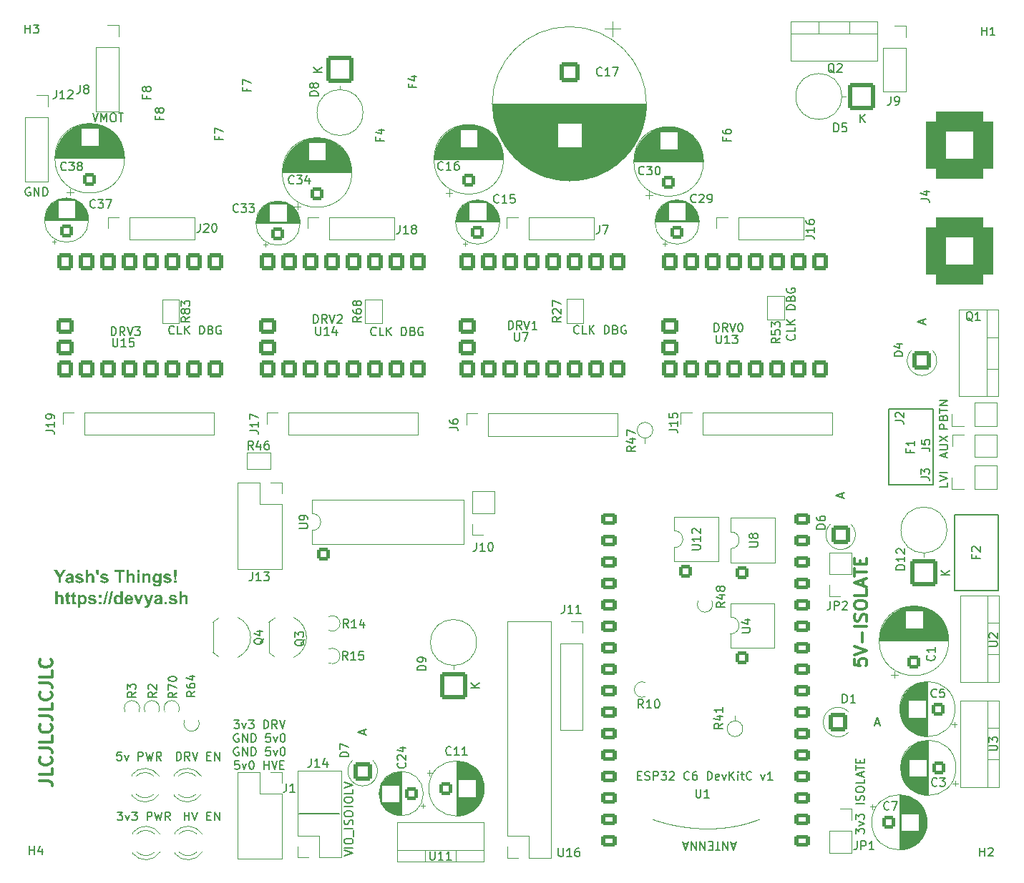
<source format=gbr>
%TF.GenerationSoftware,KiCad,Pcbnew,9.0.2*%
%TF.CreationDate,2025-08-05T21:19:51-07:00*%
%TF.ProjectId,telepresence-bot,74656c65-7072-4657-9365-6e63652d626f,rev?*%
%TF.SameCoordinates,Original*%
%TF.FileFunction,Legend,Top*%
%TF.FilePolarity,Positive*%
%FSLAX46Y46*%
G04 Gerber Fmt 4.6, Leading zero omitted, Abs format (unit mm)*
G04 Created by KiCad (PCBNEW 9.0.2) date 2025-08-05 21:19:51*
%MOMM*%
%LPD*%
G01*
G04 APERTURE LIST*
G04 Aperture macros list*
%AMRoundRect*
0 Rectangle with rounded corners*
0 $1 Rounding radius*
0 $2 $3 $4 $5 $6 $7 $8 $9 X,Y pos of 4 corners*
0 Add a 4 corners polygon primitive as box body*
4,1,4,$2,$3,$4,$5,$6,$7,$8,$9,$2,$3,0*
0 Add four circle primitives for the rounded corners*
1,1,$1+$1,$2,$3*
1,1,$1+$1,$4,$5*
1,1,$1+$1,$6,$7*
1,1,$1+$1,$8,$9*
0 Add four rect primitives between the rounded corners*
20,1,$1+$1,$2,$3,$4,$5,0*
20,1,$1+$1,$4,$5,$6,$7,0*
20,1,$1+$1,$6,$7,$8,$9,0*
20,1,$1+$1,$8,$9,$2,$3,0*%
G04 Aperture macros list end*
%ADD10C,0.300000*%
%ADD11C,0.200000*%
%ADD12C,0.150000*%
%ADD13C,0.120000*%
%ADD14C,0.100000*%
%ADD15RoundRect,0.250000X0.550000X-0.550000X0.550000X0.550000X-0.550000X0.550000X-0.550000X-0.550000X0*%
%ADD16C,1.600000*%
%ADD17C,1.400000*%
%ADD18R,1.500000X1.000000*%
%ADD19O,1.905000X2.000000*%
%ADD20R,1.905000X2.000000*%
%ADD21C,1.700000*%
%ADD22R,1.700000X1.700000*%
%ADD23C,3.200000*%
%ADD24RoundRect,0.250000X1.350000X1.350000X-1.350000X1.350000X-1.350000X-1.350000X1.350000X-1.350000X0*%
%ADD25RoundRect,1.200000X2.800000X-2.800000X2.800000X2.800000X-2.800000X2.800000X-2.800000X-2.800000X0*%
%ADD26C,2.200000*%
%ADD27RoundRect,0.249999X-0.850001X-0.850001X0.850001X-0.850001X0.850001X0.850001X-0.850001X0.850001X0*%
%ADD28RoundRect,0.250000X-1.350000X1.350000X-1.350000X-1.350000X1.350000X-1.350000X1.350000X1.350000X0*%
%ADD29RoundRect,0.233333X0.666667X0.466667X-0.666667X0.466667X-0.666667X-0.466667X0.666667X-0.466667X0*%
%ADD30RoundRect,0.249999X0.850001X-0.850001X0.850001X0.850001X-0.850001X0.850001X-0.850001X-0.850001X0*%
%ADD31RoundRect,0.250000X0.750000X0.650000X-0.750000X0.650000X-0.750000X-0.650000X0.750000X-0.650000X0*%
%ADD32RoundRect,0.250000X0.750000X-0.650000X0.750000X0.650000X-0.750000X0.650000X-0.750000X-0.650000X0*%
%ADD33RoundRect,0.250000X0.650000X-0.750000X0.650000X0.750000X-0.650000X0.750000X-0.650000X-0.750000X0*%
%ADD34RoundRect,0.250000X-0.650000X0.750000X-0.650000X-0.750000X0.650000X-0.750000X0.650000X0.750000X0*%
%ADD35C,2.400000*%
%ADD36RoundRect,0.250001X-0.949999X0.949999X-0.949999X-0.949999X0.949999X-0.949999X0.949999X0.949999X0*%
%ADD37RoundRect,0.250000X0.550000X0.550000X-0.550000X0.550000X-0.550000X-0.550000X0.550000X-0.550000X0*%
%ADD38C,4.200000*%
%ADD39C,1.500000*%
%ADD40R,1.500000X1.500000*%
%ADD41C,4.300000*%
%ADD42C,1.800000*%
%ADD43R,1.800000X1.800000*%
%ADD44RoundRect,0.250000X-0.550000X-0.550000X0.550000X-0.550000X0.550000X0.550000X-0.550000X0.550000X0*%
%ADD45RoundRect,0.250000X1.350000X-1.350000X1.350000X1.350000X-1.350000X1.350000X-1.350000X-1.350000X0*%
%ADD46R,1.000000X1.500000*%
%ADD47O,2.000000X1.905000*%
%ADD48R,2.000000X1.905000*%
G04 APERTURE END LIST*
D10*
X110826828Y-87908203D02*
X110826828Y-88622489D01*
X110826828Y-88622489D02*
X111541114Y-88693917D01*
X111541114Y-88693917D02*
X111469685Y-88622489D01*
X111469685Y-88622489D02*
X111398257Y-88479632D01*
X111398257Y-88479632D02*
X111398257Y-88122489D01*
X111398257Y-88122489D02*
X111469685Y-87979632D01*
X111469685Y-87979632D02*
X111541114Y-87908203D01*
X111541114Y-87908203D02*
X111683971Y-87836774D01*
X111683971Y-87836774D02*
X112041114Y-87836774D01*
X112041114Y-87836774D02*
X112183971Y-87908203D01*
X112183971Y-87908203D02*
X112255400Y-87979632D01*
X112255400Y-87979632D02*
X112326828Y-88122489D01*
X112326828Y-88122489D02*
X112326828Y-88479632D01*
X112326828Y-88479632D02*
X112255400Y-88622489D01*
X112255400Y-88622489D02*
X112183971Y-88693917D01*
X110826828Y-87408203D02*
X112326828Y-86908203D01*
X112326828Y-86908203D02*
X110826828Y-86408203D01*
X111755400Y-85908204D02*
X111755400Y-84765347D01*
X112326828Y-84051061D02*
X110826828Y-84051061D01*
X112255400Y-83408203D02*
X112326828Y-83193918D01*
X112326828Y-83193918D02*
X112326828Y-82836775D01*
X112326828Y-82836775D02*
X112255400Y-82693918D01*
X112255400Y-82693918D02*
X112183971Y-82622489D01*
X112183971Y-82622489D02*
X112041114Y-82551060D01*
X112041114Y-82551060D02*
X111898257Y-82551060D01*
X111898257Y-82551060D02*
X111755400Y-82622489D01*
X111755400Y-82622489D02*
X111683971Y-82693918D01*
X111683971Y-82693918D02*
X111612542Y-82836775D01*
X111612542Y-82836775D02*
X111541114Y-83122489D01*
X111541114Y-83122489D02*
X111469685Y-83265346D01*
X111469685Y-83265346D02*
X111398257Y-83336775D01*
X111398257Y-83336775D02*
X111255400Y-83408203D01*
X111255400Y-83408203D02*
X111112542Y-83408203D01*
X111112542Y-83408203D02*
X110969685Y-83336775D01*
X110969685Y-83336775D02*
X110898257Y-83265346D01*
X110898257Y-83265346D02*
X110826828Y-83122489D01*
X110826828Y-83122489D02*
X110826828Y-82765346D01*
X110826828Y-82765346D02*
X110898257Y-82551060D01*
X110826828Y-81622489D02*
X110826828Y-81336775D01*
X110826828Y-81336775D02*
X110898257Y-81193918D01*
X110898257Y-81193918D02*
X111041114Y-81051061D01*
X111041114Y-81051061D02*
X111326828Y-80979632D01*
X111326828Y-80979632D02*
X111826828Y-80979632D01*
X111826828Y-80979632D02*
X112112542Y-81051061D01*
X112112542Y-81051061D02*
X112255400Y-81193918D01*
X112255400Y-81193918D02*
X112326828Y-81336775D01*
X112326828Y-81336775D02*
X112326828Y-81622489D01*
X112326828Y-81622489D02*
X112255400Y-81765347D01*
X112255400Y-81765347D02*
X112112542Y-81908204D01*
X112112542Y-81908204D02*
X111826828Y-81979632D01*
X111826828Y-81979632D02*
X111326828Y-81979632D01*
X111326828Y-81979632D02*
X111041114Y-81908204D01*
X111041114Y-81908204D02*
X110898257Y-81765347D01*
X110898257Y-81765347D02*
X110826828Y-81622489D01*
X112326828Y-79622489D02*
X112326828Y-80336775D01*
X112326828Y-80336775D02*
X110826828Y-80336775D01*
X111898257Y-79193917D02*
X111898257Y-78479632D01*
X112326828Y-79336774D02*
X110826828Y-78836774D01*
X110826828Y-78836774D02*
X112326828Y-78336774D01*
X110826828Y-78051060D02*
X110826828Y-77193918D01*
X112326828Y-77622489D02*
X110826828Y-77622489D01*
X111541114Y-76693918D02*
X111541114Y-76193918D01*
X112326828Y-75979632D02*
X112326828Y-76693918D01*
X112326828Y-76693918D02*
X110826828Y-76693918D01*
X110826828Y-76693918D02*
X110826828Y-75979632D01*
X14401828Y-102293917D02*
X15473257Y-102293917D01*
X15473257Y-102293917D02*
X15687542Y-102365346D01*
X15687542Y-102365346D02*
X15830400Y-102508203D01*
X15830400Y-102508203D02*
X15901828Y-102722489D01*
X15901828Y-102722489D02*
X15901828Y-102865346D01*
X15901828Y-100865346D02*
X15901828Y-101579632D01*
X15901828Y-101579632D02*
X14401828Y-101579632D01*
X15758971Y-99508203D02*
X15830400Y-99579631D01*
X15830400Y-99579631D02*
X15901828Y-99793917D01*
X15901828Y-99793917D02*
X15901828Y-99936774D01*
X15901828Y-99936774D02*
X15830400Y-100151060D01*
X15830400Y-100151060D02*
X15687542Y-100293917D01*
X15687542Y-100293917D02*
X15544685Y-100365346D01*
X15544685Y-100365346D02*
X15258971Y-100436774D01*
X15258971Y-100436774D02*
X15044685Y-100436774D01*
X15044685Y-100436774D02*
X14758971Y-100365346D01*
X14758971Y-100365346D02*
X14616114Y-100293917D01*
X14616114Y-100293917D02*
X14473257Y-100151060D01*
X14473257Y-100151060D02*
X14401828Y-99936774D01*
X14401828Y-99936774D02*
X14401828Y-99793917D01*
X14401828Y-99793917D02*
X14473257Y-99579631D01*
X14473257Y-99579631D02*
X14544685Y-99508203D01*
X14401828Y-98436774D02*
X15473257Y-98436774D01*
X15473257Y-98436774D02*
X15687542Y-98508203D01*
X15687542Y-98508203D02*
X15830400Y-98651060D01*
X15830400Y-98651060D02*
X15901828Y-98865346D01*
X15901828Y-98865346D02*
X15901828Y-99008203D01*
X15901828Y-97008203D02*
X15901828Y-97722489D01*
X15901828Y-97722489D02*
X14401828Y-97722489D01*
X15758971Y-95651060D02*
X15830400Y-95722488D01*
X15830400Y-95722488D02*
X15901828Y-95936774D01*
X15901828Y-95936774D02*
X15901828Y-96079631D01*
X15901828Y-96079631D02*
X15830400Y-96293917D01*
X15830400Y-96293917D02*
X15687542Y-96436774D01*
X15687542Y-96436774D02*
X15544685Y-96508203D01*
X15544685Y-96508203D02*
X15258971Y-96579631D01*
X15258971Y-96579631D02*
X15044685Y-96579631D01*
X15044685Y-96579631D02*
X14758971Y-96508203D01*
X14758971Y-96508203D02*
X14616114Y-96436774D01*
X14616114Y-96436774D02*
X14473257Y-96293917D01*
X14473257Y-96293917D02*
X14401828Y-96079631D01*
X14401828Y-96079631D02*
X14401828Y-95936774D01*
X14401828Y-95936774D02*
X14473257Y-95722488D01*
X14473257Y-95722488D02*
X14544685Y-95651060D01*
X14401828Y-94579631D02*
X15473257Y-94579631D01*
X15473257Y-94579631D02*
X15687542Y-94651060D01*
X15687542Y-94651060D02*
X15830400Y-94793917D01*
X15830400Y-94793917D02*
X15901828Y-95008203D01*
X15901828Y-95008203D02*
X15901828Y-95151060D01*
X15901828Y-93151060D02*
X15901828Y-93865346D01*
X15901828Y-93865346D02*
X14401828Y-93865346D01*
X15758971Y-91793917D02*
X15830400Y-91865345D01*
X15830400Y-91865345D02*
X15901828Y-92079631D01*
X15901828Y-92079631D02*
X15901828Y-92222488D01*
X15901828Y-92222488D02*
X15830400Y-92436774D01*
X15830400Y-92436774D02*
X15687542Y-92579631D01*
X15687542Y-92579631D02*
X15544685Y-92651060D01*
X15544685Y-92651060D02*
X15258971Y-92722488D01*
X15258971Y-92722488D02*
X15044685Y-92722488D01*
X15044685Y-92722488D02*
X14758971Y-92651060D01*
X14758971Y-92651060D02*
X14616114Y-92579631D01*
X14616114Y-92579631D02*
X14473257Y-92436774D01*
X14473257Y-92436774D02*
X14401828Y-92222488D01*
X14401828Y-92222488D02*
X14401828Y-92079631D01*
X14401828Y-92079631D02*
X14473257Y-91865345D01*
X14473257Y-91865345D02*
X14544685Y-91793917D01*
X14401828Y-90722488D02*
X15473257Y-90722488D01*
X15473257Y-90722488D02*
X15687542Y-90793917D01*
X15687542Y-90793917D02*
X15830400Y-90936774D01*
X15830400Y-90936774D02*
X15901828Y-91151060D01*
X15901828Y-91151060D02*
X15901828Y-91293917D01*
X15901828Y-89293917D02*
X15901828Y-90008203D01*
X15901828Y-90008203D02*
X14401828Y-90008203D01*
X15758971Y-87936774D02*
X15830400Y-88008202D01*
X15830400Y-88008202D02*
X15901828Y-88222488D01*
X15901828Y-88222488D02*
X15901828Y-88365345D01*
X15901828Y-88365345D02*
X15830400Y-88579631D01*
X15830400Y-88579631D02*
X15687542Y-88722488D01*
X15687542Y-88722488D02*
X15544685Y-88793917D01*
X15544685Y-88793917D02*
X15258971Y-88865345D01*
X15258971Y-88865345D02*
X15044685Y-88865345D01*
X15044685Y-88865345D02*
X14758971Y-88793917D01*
X14758971Y-88793917D02*
X14616114Y-88722488D01*
X14616114Y-88722488D02*
X14473257Y-88579631D01*
X14473257Y-88579631D02*
X14401828Y-88365345D01*
X14401828Y-88365345D02*
X14401828Y-88222488D01*
X14401828Y-88222488D02*
X14473257Y-88008202D01*
X14473257Y-88008202D02*
X14544685Y-87936774D01*
D11*
X49926000Y-106227000D02*
X45151000Y-106227000D01*
X103747980Y-49510898D02*
X103795600Y-49558517D01*
X103795600Y-49558517D02*
X103843219Y-49701374D01*
X103843219Y-49701374D02*
X103843219Y-49796612D01*
X103843219Y-49796612D02*
X103795600Y-49939469D01*
X103795600Y-49939469D02*
X103700361Y-50034707D01*
X103700361Y-50034707D02*
X103605123Y-50082326D01*
X103605123Y-50082326D02*
X103414647Y-50129945D01*
X103414647Y-50129945D02*
X103271790Y-50129945D01*
X103271790Y-50129945D02*
X103081314Y-50082326D01*
X103081314Y-50082326D02*
X102986076Y-50034707D01*
X102986076Y-50034707D02*
X102890838Y-49939469D01*
X102890838Y-49939469D02*
X102843219Y-49796612D01*
X102843219Y-49796612D02*
X102843219Y-49701374D01*
X102843219Y-49701374D02*
X102890838Y-49558517D01*
X102890838Y-49558517D02*
X102938457Y-49510898D01*
X103843219Y-48606136D02*
X103843219Y-49082326D01*
X103843219Y-49082326D02*
X102843219Y-49082326D01*
X103843219Y-48272802D02*
X102843219Y-48272802D01*
X103843219Y-47701374D02*
X103271790Y-48129945D01*
X102843219Y-47701374D02*
X103414647Y-48272802D01*
X103843219Y-46510897D02*
X102843219Y-46510897D01*
X102843219Y-46510897D02*
X102843219Y-46272802D01*
X102843219Y-46272802D02*
X102890838Y-46129945D01*
X102890838Y-46129945D02*
X102986076Y-46034707D01*
X102986076Y-46034707D02*
X103081314Y-45987088D01*
X103081314Y-45987088D02*
X103271790Y-45939469D01*
X103271790Y-45939469D02*
X103414647Y-45939469D01*
X103414647Y-45939469D02*
X103605123Y-45987088D01*
X103605123Y-45987088D02*
X103700361Y-46034707D01*
X103700361Y-46034707D02*
X103795600Y-46129945D01*
X103795600Y-46129945D02*
X103843219Y-46272802D01*
X103843219Y-46272802D02*
X103843219Y-46510897D01*
X103319409Y-45177564D02*
X103367028Y-45034707D01*
X103367028Y-45034707D02*
X103414647Y-44987088D01*
X103414647Y-44987088D02*
X103509885Y-44939469D01*
X103509885Y-44939469D02*
X103652742Y-44939469D01*
X103652742Y-44939469D02*
X103747980Y-44987088D01*
X103747980Y-44987088D02*
X103795600Y-45034707D01*
X103795600Y-45034707D02*
X103843219Y-45129945D01*
X103843219Y-45129945D02*
X103843219Y-45510897D01*
X103843219Y-45510897D02*
X102843219Y-45510897D01*
X102843219Y-45510897D02*
X102843219Y-45177564D01*
X102843219Y-45177564D02*
X102890838Y-45082326D01*
X102890838Y-45082326D02*
X102938457Y-45034707D01*
X102938457Y-45034707D02*
X103033695Y-44987088D01*
X103033695Y-44987088D02*
X103128933Y-44987088D01*
X103128933Y-44987088D02*
X103224171Y-45034707D01*
X103224171Y-45034707D02*
X103271790Y-45082326D01*
X103271790Y-45082326D02*
X103319409Y-45177564D01*
X103319409Y-45177564D02*
X103319409Y-45510897D01*
X102890838Y-43987088D02*
X102843219Y-44082326D01*
X102843219Y-44082326D02*
X102843219Y-44225183D01*
X102843219Y-44225183D02*
X102890838Y-44368040D01*
X102890838Y-44368040D02*
X102986076Y-44463278D01*
X102986076Y-44463278D02*
X103081314Y-44510897D01*
X103081314Y-44510897D02*
X103271790Y-44558516D01*
X103271790Y-44558516D02*
X103414647Y-44558516D01*
X103414647Y-44558516D02*
X103605123Y-44510897D01*
X103605123Y-44510897D02*
X103700361Y-44463278D01*
X103700361Y-44463278D02*
X103795600Y-44368040D01*
X103795600Y-44368040D02*
X103843219Y-44225183D01*
X103843219Y-44225183D02*
X103843219Y-44129945D01*
X103843219Y-44129945D02*
X103795600Y-43987088D01*
X103795600Y-43987088D02*
X103747980Y-43939469D01*
X103747980Y-43939469D02*
X103414647Y-43939469D01*
X103414647Y-43939469D02*
X103414647Y-44129945D01*
D10*
G36*
X16693165Y-78872000D02*
G01*
X16693165Y-78237915D01*
X16142885Y-77365510D01*
X16498534Y-77365510D01*
X16851983Y-77962683D01*
X17198381Y-77365510D01*
X17547801Y-77365510D01*
X16995415Y-78240021D01*
X16995415Y-78872000D01*
X16693165Y-78872000D01*
G37*
G36*
X18134625Y-77758670D02*
G01*
X18227509Y-77774998D01*
X18292436Y-77798277D01*
X18351583Y-77833402D01*
X18394932Y-77872199D01*
X18425152Y-77914781D01*
X18443912Y-77964464D01*
X18457949Y-78046598D01*
X18463620Y-78174076D01*
X18460597Y-78512230D01*
X18464707Y-78647019D01*
X18474428Y-78725087D01*
X18493553Y-78794040D01*
X18526177Y-78872000D01*
X18241328Y-78872000D01*
X18213668Y-78788102D01*
X18203410Y-78754763D01*
X18125871Y-78819724D01*
X18045598Y-78864672D01*
X17959203Y-78892061D01*
X17866263Y-78901309D01*
X17782629Y-78894942D01*
X17712033Y-78876986D01*
X17652201Y-78848502D01*
X17601382Y-78809626D01*
X17558998Y-78760716D01*
X17529086Y-78706578D01*
X17510865Y-78646128D01*
X17504570Y-78577809D01*
X17507159Y-78546851D01*
X17792441Y-78546851D01*
X17797442Y-78585532D01*
X17812222Y-78620162D01*
X17837503Y-78651906D01*
X17869881Y-78676260D01*
X17907614Y-78691005D01*
X17952267Y-78696145D01*
X18002577Y-78690605D01*
X18051766Y-78673794D01*
X18100828Y-78644670D01*
X18144594Y-78600567D01*
X18169521Y-78548958D01*
X18177235Y-78503566D01*
X18180787Y-78407908D01*
X18180787Y-78350297D01*
X18005573Y-78394535D01*
X17896681Y-78423263D01*
X17848769Y-78445002D01*
X17816756Y-78475063D01*
X17798556Y-78508518D01*
X17792441Y-78546851D01*
X17507159Y-78546851D01*
X17509634Y-78517263D01*
X17524380Y-78462518D01*
X17548625Y-78412487D01*
X17581798Y-78367989D01*
X17622658Y-78331099D01*
X17672090Y-78301296D01*
X17760987Y-78267506D01*
X17901068Y-78233793D01*
X18086856Y-78193102D01*
X18180787Y-78162718D01*
X18180787Y-78133226D01*
X18175406Y-78077830D01*
X18161208Y-78038677D01*
X18139754Y-78011501D01*
X18109732Y-77993406D01*
X18060804Y-77980359D01*
X17985057Y-77975140D01*
X17913793Y-77983718D01*
X17865164Y-78006372D01*
X17828341Y-78046132D01*
X17795555Y-78115824D01*
X17534245Y-78068929D01*
X17572603Y-77966739D01*
X17623245Y-77888518D01*
X17685829Y-77829968D01*
X17740445Y-77798576D01*
X17809722Y-77774275D01*
X17896853Y-77758252D01*
X18005573Y-77752390D01*
X18134625Y-77758670D01*
G37*
G36*
X18645428Y-78561323D02*
G01*
X18934398Y-78526152D01*
X18951636Y-78578997D01*
X18976583Y-78620587D01*
X19009136Y-78652914D01*
X19049019Y-78675807D01*
X19100570Y-78690686D01*
X19166948Y-78696145D01*
X19240589Y-78690647D01*
X19295153Y-78676021D01*
X19335017Y-78654196D01*
X19363391Y-78620053D01*
X19372936Y-78575702D01*
X19367659Y-78544599D01*
X19352420Y-78520107D01*
X19323328Y-78502336D01*
X19256157Y-78481364D01*
X19019508Y-78421152D01*
X18883422Y-78374229D01*
X18814505Y-78338482D01*
X18757385Y-78288847D01*
X18717745Y-78232079D01*
X18693715Y-78166785D01*
X18685362Y-78090545D01*
X18692407Y-78021507D01*
X18713022Y-77959359D01*
X18747402Y-77902513D01*
X18797011Y-77849935D01*
X18854743Y-77810317D01*
X18929015Y-77779847D01*
X19023679Y-77759762D01*
X19143409Y-77752390D01*
X19258708Y-77758114D01*
X19349681Y-77773628D01*
X19420646Y-77796881D01*
X19475335Y-77826487D01*
X19539168Y-77882499D01*
X19588949Y-77954475D01*
X19624995Y-78045482D01*
X19353519Y-78098238D01*
X19327665Y-78037091D01*
X19287390Y-77993824D01*
X19253050Y-77974745D01*
X19207778Y-77962198D01*
X19148538Y-77957554D01*
X19072571Y-77962090D01*
X19020294Y-77973695D01*
X18985597Y-77990069D01*
X18960810Y-78016828D01*
X18952808Y-78049695D01*
X18959716Y-78078332D01*
X18981476Y-78103184D01*
X19044282Y-78130865D01*
X19250479Y-78185982D01*
X19403294Y-78229231D01*
X19506178Y-78273021D01*
X19571689Y-78316042D01*
X19621007Y-78373320D01*
X19651189Y-78444118D01*
X19661906Y-78532563D01*
X19654190Y-78605078D01*
X19631398Y-78671612D01*
X19592958Y-78733771D01*
X19536884Y-78792590D01*
X19472153Y-78837330D01*
X19391360Y-78871250D01*
X19291039Y-78893303D01*
X19166948Y-78901309D01*
X19054481Y-78894741D01*
X18960134Y-78876384D01*
X18881090Y-78847787D01*
X18814963Y-78809809D01*
X18755563Y-78759761D01*
X18708003Y-78702266D01*
X18671365Y-78636545D01*
X18645428Y-78561323D01*
G37*
G36*
X20200278Y-77365510D02*
G01*
X20200278Y-77917163D01*
X20275918Y-77843029D01*
X20355619Y-77792413D01*
X20440713Y-77762499D01*
X20533303Y-77752390D01*
X20629152Y-77761941D01*
X20712639Y-77789485D01*
X20784421Y-77833097D01*
X20833081Y-77884373D01*
X20867095Y-77945056D01*
X20888402Y-78012234D01*
X20898829Y-78091978D01*
X20903240Y-78229763D01*
X20903240Y-78872000D01*
X20615277Y-78872000D01*
X20615277Y-78294335D01*
X20609823Y-78137787D01*
X20598882Y-78076073D01*
X20576251Y-78034538D01*
X20540997Y-78002434D01*
X20495766Y-77982371D01*
X20436949Y-77975140D01*
X20368458Y-77984058D01*
X20308905Y-78010128D01*
X20260778Y-78053173D01*
X20226382Y-78115732D01*
X20207890Y-78194881D01*
X20200278Y-78324193D01*
X20200278Y-78872000D01*
X19912316Y-78872000D01*
X19912316Y-77365510D01*
X20200278Y-77365510D01*
G37*
G36*
X21193583Y-77904798D02*
G01*
X21139270Y-77622239D01*
X21139270Y-77365510D01*
X21452878Y-77365510D01*
X21452878Y-77622239D01*
X21405708Y-77904798D01*
X21193583Y-77904798D01*
G37*
G36*
X21592462Y-78561323D02*
G01*
X21881432Y-78526152D01*
X21898670Y-78578997D01*
X21923617Y-78620587D01*
X21956170Y-78652914D01*
X21996053Y-78675807D01*
X22047605Y-78690686D01*
X22113982Y-78696145D01*
X22187623Y-78690647D01*
X22242188Y-78676021D01*
X22282051Y-78654196D01*
X22310425Y-78620053D01*
X22319970Y-78575702D01*
X22314693Y-78544599D01*
X22299454Y-78520107D01*
X22270362Y-78502336D01*
X22203192Y-78481364D01*
X21966543Y-78421152D01*
X21830456Y-78374229D01*
X21761539Y-78338482D01*
X21704419Y-78288847D01*
X21664779Y-78232079D01*
X21640749Y-78166785D01*
X21632396Y-78090545D01*
X21639441Y-78021507D01*
X21660056Y-77959359D01*
X21694436Y-77902513D01*
X21744046Y-77849935D01*
X21801777Y-77810317D01*
X21876049Y-77779847D01*
X21970713Y-77759762D01*
X22090443Y-77752390D01*
X22205742Y-77758114D01*
X22296715Y-77773628D01*
X22367680Y-77796881D01*
X22422369Y-77826487D01*
X22486203Y-77882499D01*
X22535983Y-77954475D01*
X22572029Y-78045482D01*
X22300553Y-78098238D01*
X22274700Y-78037091D01*
X22234424Y-77993824D01*
X22200084Y-77974745D01*
X22154812Y-77962198D01*
X22095572Y-77957554D01*
X22019605Y-77962090D01*
X21967328Y-77973695D01*
X21932632Y-77990069D01*
X21907844Y-78016828D01*
X21899842Y-78049695D01*
X21906750Y-78078332D01*
X21928510Y-78103184D01*
X21991316Y-78130865D01*
X22197513Y-78185982D01*
X22350328Y-78229231D01*
X22453212Y-78273021D01*
X22518723Y-78316042D01*
X22568041Y-78373320D01*
X22598223Y-78444118D01*
X22608940Y-78532563D01*
X22601224Y-78605078D01*
X22578432Y-78671612D01*
X22539992Y-78733771D01*
X22483918Y-78792590D01*
X22419188Y-78837330D01*
X22338394Y-78871250D01*
X22238073Y-78893303D01*
X22113982Y-78901309D01*
X22001515Y-78894741D01*
X21907168Y-78876384D01*
X21828124Y-78847787D01*
X21761997Y-78809809D01*
X21702597Y-78759761D01*
X21655037Y-78702266D01*
X21618399Y-78636545D01*
X21592462Y-78561323D01*
G37*
G36*
X23783870Y-78872000D02*
G01*
X23783870Y-77617568D01*
X23338096Y-77617568D01*
X23338096Y-77365510D01*
X24531894Y-77365510D01*
X24531894Y-77617568D01*
X24087128Y-77617568D01*
X24087128Y-78872000D01*
X23783870Y-78872000D01*
G37*
G36*
X25012839Y-77365510D02*
G01*
X25012839Y-77917163D01*
X25088479Y-77843029D01*
X25168181Y-77792413D01*
X25253274Y-77762499D01*
X25345864Y-77752390D01*
X25441713Y-77761941D01*
X25525200Y-77789485D01*
X25596982Y-77833097D01*
X25645642Y-77884373D01*
X25679656Y-77945056D01*
X25700963Y-78012234D01*
X25711390Y-78091978D01*
X25715801Y-78229763D01*
X25715801Y-78872000D01*
X25427838Y-78872000D01*
X25427838Y-78294335D01*
X25422384Y-78137787D01*
X25411443Y-78076073D01*
X25388812Y-78034538D01*
X25353558Y-78002434D01*
X25308327Y-77982371D01*
X25249510Y-77975140D01*
X25181019Y-77984058D01*
X25121466Y-78010128D01*
X25073339Y-78053173D01*
X25038943Y-78115732D01*
X25020451Y-78194881D01*
X25012839Y-78324193D01*
X25012839Y-78872000D01*
X24724877Y-78872000D01*
X24724877Y-77365510D01*
X25012839Y-77365510D01*
G37*
G36*
X26008251Y-77629292D02*
G01*
X26008251Y-77365510D01*
X26296122Y-77365510D01*
X26296122Y-77629292D01*
X26008251Y-77629292D01*
G37*
G36*
X26008251Y-78872000D02*
G01*
X26008251Y-77781699D01*
X26296122Y-77781699D01*
X26296122Y-78872000D01*
X26008251Y-78872000D01*
G37*
G36*
X27581327Y-78872000D02*
G01*
X27293365Y-78872000D01*
X27293365Y-78313935D01*
X27287307Y-78152208D01*
X27274864Y-78084866D01*
X27250352Y-78038189D01*
X27214963Y-78003991D01*
X27170150Y-77982619D01*
X27115037Y-77975140D01*
X27043849Y-77985528D01*
X26980856Y-78016356D01*
X26930697Y-78064268D01*
X26899340Y-78125441D01*
X26884234Y-78207745D01*
X26877359Y-78376675D01*
X26877359Y-78872000D01*
X26589396Y-78872000D01*
X26589396Y-77781699D01*
X26856842Y-77781699D01*
X26856842Y-77941526D01*
X26919072Y-77871230D01*
X26985198Y-77818773D01*
X27055832Y-77782046D01*
X27132090Y-77759933D01*
X27215513Y-77752390D01*
X27307750Y-77761239D01*
X27389627Y-77786920D01*
X27460843Y-77827637D01*
X27509062Y-77875122D01*
X27543250Y-77932027D01*
X27565391Y-77996755D01*
X27576712Y-78072133D01*
X27581327Y-78191569D01*
X27581327Y-78872000D01*
G37*
G36*
X28364333Y-77763486D02*
G01*
X28450317Y-77796062D01*
X28528812Y-77850996D01*
X28601286Y-77931634D01*
X28601286Y-77781699D01*
X28870747Y-77781699D01*
X28870747Y-78761999D01*
X28866362Y-78892205D01*
X28854988Y-78985918D01*
X28838964Y-79051060D01*
X28799390Y-79138774D01*
X28749755Y-79201269D01*
X28685143Y-79248543D01*
X28596614Y-79286632D01*
X28494133Y-79308996D01*
X28354356Y-79317498D01*
X28210842Y-79309821D01*
X28102084Y-79289355D01*
X28021068Y-79259212D01*
X27961888Y-79221328D01*
X27910543Y-79169195D01*
X27874912Y-79112069D01*
X27853476Y-79048824D01*
X27846117Y-78977696D01*
X27847125Y-78942341D01*
X28176028Y-78977512D01*
X28190878Y-79032067D01*
X28213947Y-79061868D01*
X28262275Y-79085353D01*
X28342999Y-79094749D01*
X28417983Y-79090159D01*
X28472817Y-79078089D01*
X28512076Y-79060494D01*
X28544626Y-79031654D01*
X28569504Y-78986855D01*
X28578638Y-78942857D01*
X28582784Y-78852949D01*
X28582784Y-78692115D01*
X28511244Y-78773365D01*
X28434224Y-78828443D01*
X28350323Y-78860958D01*
X28256995Y-78872000D01*
X28171918Y-78864347D01*
X28096196Y-78842162D01*
X28027998Y-78805726D01*
X27966019Y-78754146D01*
X27909590Y-78685428D01*
X27866949Y-78609980D01*
X27835644Y-78524776D01*
X27816059Y-78428225D01*
X27809206Y-78318423D01*
X27810318Y-78302211D01*
X28104312Y-78302211D01*
X28113234Y-78416656D01*
X28136690Y-78498886D01*
X28171357Y-78556835D01*
X28220550Y-78602329D01*
X28274993Y-78628634D01*
X28336862Y-78637526D01*
X28403573Y-78628338D01*
X28462261Y-78601248D01*
X28515190Y-78554728D01*
X28553519Y-78495242D01*
X28578605Y-78415509D01*
X28587913Y-78309447D01*
X28578794Y-78198115D01*
X28554557Y-78116491D01*
X28518213Y-78057480D01*
X28467198Y-78011404D01*
X28409278Y-77984383D01*
X28341991Y-77975140D01*
X28276747Y-77984200D01*
X28220676Y-78010690D01*
X28171357Y-78055923D01*
X28136415Y-78113690D01*
X28113089Y-78193496D01*
X28104312Y-78302211D01*
X27810318Y-78302211D01*
X27818719Y-78179780D01*
X27845113Y-78066269D01*
X27886114Y-77973445D01*
X27940822Y-77897745D01*
X28011521Y-77833532D01*
X28088582Y-77788709D01*
X28173446Y-77761668D01*
X28268260Y-77752390D01*
X28364333Y-77763486D01*
G37*
G36*
X29054570Y-78561323D02*
G01*
X29343540Y-78526152D01*
X29360777Y-78578997D01*
X29385725Y-78620587D01*
X29418278Y-78652914D01*
X29458161Y-78675807D01*
X29509712Y-78690686D01*
X29576089Y-78696145D01*
X29649730Y-78690647D01*
X29704295Y-78676021D01*
X29744159Y-78654196D01*
X29772533Y-78620053D01*
X29782078Y-78575702D01*
X29776801Y-78544599D01*
X29761561Y-78520107D01*
X29732470Y-78502336D01*
X29665299Y-78481364D01*
X29428650Y-78421152D01*
X29292564Y-78374229D01*
X29223647Y-78338482D01*
X29166527Y-78288847D01*
X29126887Y-78232079D01*
X29102857Y-78166785D01*
X29094504Y-78090545D01*
X29101549Y-78021507D01*
X29122163Y-77959359D01*
X29156544Y-77902513D01*
X29206153Y-77849935D01*
X29263885Y-77810317D01*
X29338157Y-77779847D01*
X29432821Y-77759762D01*
X29552550Y-77752390D01*
X29667850Y-77758114D01*
X29758822Y-77773628D01*
X29829787Y-77796881D01*
X29884476Y-77826487D01*
X29948310Y-77882499D01*
X29998091Y-77954475D01*
X30034136Y-78045482D01*
X29762660Y-78098238D01*
X29736807Y-78037091D01*
X29696532Y-77993824D01*
X29662192Y-77974745D01*
X29616920Y-77962198D01*
X29557680Y-77957554D01*
X29481712Y-77962090D01*
X29429436Y-77973695D01*
X29394739Y-77990069D01*
X29369952Y-78016828D01*
X29361949Y-78049695D01*
X29368857Y-78078332D01*
X29390617Y-78103184D01*
X29453423Y-78130865D01*
X29659620Y-78185982D01*
X29812435Y-78229231D01*
X29915319Y-78273021D01*
X29980830Y-78316042D01*
X30030148Y-78373320D01*
X30060331Y-78444118D01*
X30071047Y-78532563D01*
X30063332Y-78605078D01*
X30040540Y-78671612D01*
X30002099Y-78733771D01*
X29946026Y-78792590D01*
X29881295Y-78837330D01*
X29800502Y-78871250D01*
X29700181Y-78893303D01*
X29576089Y-78901309D01*
X29463622Y-78894741D01*
X29369275Y-78876384D01*
X29290232Y-78847787D01*
X29224105Y-78809809D01*
X29164705Y-78759761D01*
X29117145Y-78702266D01*
X29080506Y-78636545D01*
X29054570Y-78561323D01*
G37*
G36*
X30435305Y-78485119D02*
G01*
X30360475Y-77719509D01*
X30360475Y-77365510D01*
X30671976Y-77365510D01*
X30671976Y-77719509D01*
X30598246Y-78485119D01*
X30435305Y-78485119D01*
G37*
G36*
X30372748Y-78872000D02*
G01*
X30372748Y-78584770D01*
X30660619Y-78584770D01*
X30660619Y-78872000D01*
X30372748Y-78872000D01*
G37*
G36*
X16583530Y-79885510D02*
G01*
X16583530Y-80437163D01*
X16659170Y-80363029D01*
X16738871Y-80312413D01*
X16823965Y-80282499D01*
X16916555Y-80272390D01*
X17012404Y-80281941D01*
X17095890Y-80309485D01*
X17167673Y-80353097D01*
X17216333Y-80404373D01*
X17250347Y-80465056D01*
X17271654Y-80532234D01*
X17282081Y-80611978D01*
X17286491Y-80749763D01*
X17286491Y-81392000D01*
X16998529Y-81392000D01*
X16998529Y-80814335D01*
X16993074Y-80657787D01*
X16982134Y-80596073D01*
X16959503Y-80554538D01*
X16924249Y-80522434D01*
X16879018Y-80502371D01*
X16820201Y-80495140D01*
X16751710Y-80504058D01*
X16692157Y-80530128D01*
X16644030Y-80573173D01*
X16609633Y-80635732D01*
X16591142Y-80714881D01*
X16583530Y-80844193D01*
X16583530Y-81392000D01*
X16295568Y-81392000D01*
X16295568Y-79885510D01*
X16583530Y-79885510D01*
G37*
G36*
X18077930Y-80301699D02*
G01*
X18077930Y-80530311D01*
X17881192Y-80530311D01*
X17881192Y-80973062D01*
X17886779Y-81129774D01*
X17895915Y-81149919D01*
X17912425Y-81166502D01*
X17934117Y-81177214D01*
X17961151Y-81180974D01*
X18004821Y-81175270D01*
X18076922Y-81153313D01*
X18101469Y-81377986D01*
X18033281Y-81401600D01*
X17957827Y-81416236D01*
X17873957Y-81421309D01*
X17798738Y-81414488D01*
X17733547Y-81394930D01*
X17677731Y-81363431D01*
X17641865Y-81326695D01*
X17618128Y-81280034D01*
X17601473Y-81213580D01*
X17595186Y-81150134D01*
X17592222Y-81008874D01*
X17592222Y-80530311D01*
X17460057Y-80530311D01*
X17460057Y-80301699D01*
X17592222Y-80301699D01*
X17592222Y-80090674D01*
X17881192Y-79920681D01*
X17881192Y-80301699D01*
X18077930Y-80301699D01*
G37*
G36*
X18776953Y-80301699D02*
G01*
X18776953Y-80530311D01*
X18580215Y-80530311D01*
X18580215Y-80973062D01*
X18585802Y-81129774D01*
X18594938Y-81149919D01*
X18611448Y-81166502D01*
X18633140Y-81177214D01*
X18660174Y-81180974D01*
X18703844Y-81175270D01*
X18775945Y-81153313D01*
X18800492Y-81377986D01*
X18732304Y-81401600D01*
X18656850Y-81416236D01*
X18572980Y-81421309D01*
X18497761Y-81414488D01*
X18432571Y-81394930D01*
X18376754Y-81363431D01*
X18340888Y-81326695D01*
X18317151Y-81280034D01*
X18300496Y-81213580D01*
X18294209Y-81150134D01*
X18291245Y-81008874D01*
X18291245Y-80530311D01*
X18159080Y-80530311D01*
X18159080Y-80301699D01*
X18291245Y-80301699D01*
X18291245Y-80090674D01*
X18580215Y-79920681D01*
X18580215Y-80301699D01*
X18776953Y-80301699D01*
G37*
G36*
X19667655Y-80281791D02*
G01*
X19750470Y-80309396D01*
X19826846Y-80355607D01*
X19898119Y-80422508D01*
X19953513Y-80500553D01*
X19994666Y-80594090D01*
X20020907Y-80706173D01*
X20030285Y-80840621D01*
X20020784Y-80978908D01*
X19994248Y-81093803D01*
X19952737Y-81189305D01*
X19897020Y-81268626D01*
X19825100Y-81336827D01*
X19748350Y-81383804D01*
X19665446Y-81411794D01*
X19574345Y-81421309D01*
X19487353Y-81412109D01*
X19410855Y-81385405D01*
X19339565Y-81339736D01*
X19256707Y-81262398D01*
X19256707Y-81808189D01*
X18968745Y-81808189D01*
X18968745Y-80825600D01*
X19253593Y-80825600D01*
X19263207Y-80949171D01*
X19288604Y-81038932D01*
X19326316Y-81103030D01*
X19379777Y-81153839D01*
X19438119Y-81182934D01*
X19503636Y-81192697D01*
X19566693Y-81183582D01*
X19621582Y-81156717D01*
X19670607Y-81110357D01*
X19704692Y-81051272D01*
X19728211Y-80964439D01*
X19737285Y-80840255D01*
X19728246Y-80725023D01*
X19704294Y-80640777D01*
X19668592Y-80580136D01*
X19618117Y-80532147D01*
X19562185Y-80504483D01*
X19498507Y-80495140D01*
X19432020Y-80504448D01*
X19374419Y-80531763D01*
X19323294Y-80578579D01*
X19286690Y-80638172D01*
X19262573Y-80718452D01*
X19253593Y-80825600D01*
X18968745Y-80825600D01*
X18968745Y-80301699D01*
X19237198Y-80301699D01*
X19237198Y-80461526D01*
X19298120Y-80387208D01*
X19378615Y-80325971D01*
X19439905Y-80296312D01*
X19505440Y-80278461D01*
X19576360Y-80272390D01*
X19667655Y-80281791D01*
G37*
G36*
X20157780Y-81081323D02*
G01*
X20446750Y-81046152D01*
X20463987Y-81098997D01*
X20488935Y-81140587D01*
X20521488Y-81172914D01*
X20561371Y-81195807D01*
X20612922Y-81210686D01*
X20679299Y-81216145D01*
X20752940Y-81210647D01*
X20807505Y-81196021D01*
X20847369Y-81174196D01*
X20875743Y-81140053D01*
X20885288Y-81095702D01*
X20880011Y-81064599D01*
X20864771Y-81040107D01*
X20835680Y-81022336D01*
X20768509Y-81001364D01*
X20531860Y-80941152D01*
X20395774Y-80894229D01*
X20326857Y-80858482D01*
X20269737Y-80808847D01*
X20230097Y-80752079D01*
X20206067Y-80686785D01*
X20197714Y-80610545D01*
X20204759Y-80541507D01*
X20225373Y-80479359D01*
X20259754Y-80422513D01*
X20309363Y-80369935D01*
X20367095Y-80330317D01*
X20441367Y-80299847D01*
X20536031Y-80279762D01*
X20655760Y-80272390D01*
X20771060Y-80278114D01*
X20862032Y-80293628D01*
X20932997Y-80316881D01*
X20987687Y-80346487D01*
X21051520Y-80402499D01*
X21101301Y-80474475D01*
X21137346Y-80565482D01*
X20865870Y-80618238D01*
X20840017Y-80557091D01*
X20799742Y-80513824D01*
X20765402Y-80494745D01*
X20720130Y-80482198D01*
X20660890Y-80477554D01*
X20584923Y-80482090D01*
X20532646Y-80493695D01*
X20497949Y-80510069D01*
X20473162Y-80536828D01*
X20465159Y-80569695D01*
X20472067Y-80598332D01*
X20493827Y-80623184D01*
X20556634Y-80650865D01*
X20762830Y-80705982D01*
X20915645Y-80749231D01*
X21018529Y-80793021D01*
X21084040Y-80836042D01*
X21133358Y-80893320D01*
X21163541Y-80964118D01*
X21174258Y-81052563D01*
X21166542Y-81125078D01*
X21143750Y-81191612D01*
X21105309Y-81253771D01*
X21049236Y-81312590D01*
X20984505Y-81357330D01*
X20903712Y-81391250D01*
X20803391Y-81413303D01*
X20679299Y-81421309D01*
X20566832Y-81414741D01*
X20472486Y-81396384D01*
X20393442Y-81367787D01*
X20327315Y-81329809D01*
X20267915Y-81279761D01*
X20220355Y-81222266D01*
X20183716Y-81156545D01*
X20157780Y-81081323D01*
G37*
G36*
X21481088Y-80588929D02*
G01*
X21481088Y-80301699D01*
X21768958Y-80301699D01*
X21768958Y-80588929D01*
X21481088Y-80588929D01*
G37*
G36*
X21481088Y-81392000D02*
G01*
X21481088Y-81104770D01*
X21768958Y-81104770D01*
X21768958Y-81392000D01*
X21481088Y-81392000D01*
G37*
G36*
X21971008Y-81415447D02*
G01*
X22343051Y-79862062D01*
X22559206Y-79862062D01*
X22183133Y-81415447D01*
X21971008Y-81415447D01*
G37*
G36*
X22554260Y-81415447D02*
G01*
X22926303Y-79862062D01*
X23142458Y-79862062D01*
X22766385Y-81415447D01*
X22554260Y-81415447D01*
G37*
G36*
X24289270Y-81392000D02*
G01*
X24021824Y-81392000D01*
X24021824Y-81232173D01*
X23973753Y-81290353D01*
X23921442Y-81337063D01*
X23864562Y-81373407D01*
X23772299Y-81409645D01*
X23681655Y-81421309D01*
X23591616Y-81411841D01*
X23509280Y-81383927D01*
X23432653Y-81336962D01*
X23360445Y-81268626D01*
X23304441Y-81189254D01*
X23262797Y-81094028D01*
X23236223Y-80979820D01*
X23226722Y-80842728D01*
X23227817Y-80826425D01*
X23520821Y-80826425D01*
X23527514Y-80945241D01*
X23544704Y-81027965D01*
X23568998Y-81083612D01*
X23608641Y-81135275D01*
X23653483Y-81170396D01*
X23704486Y-81191342D01*
X23763629Y-81198559D01*
X23825942Y-81189200D01*
X23881574Y-81161262D01*
X23932706Y-81112372D01*
X23969155Y-81050858D01*
X23993353Y-80967197D01*
X24002407Y-80854726D01*
X23993195Y-80728156D01*
X23969318Y-80639604D01*
X23934721Y-80579312D01*
X23884824Y-80532117D01*
X23827963Y-80504559D01*
X23761614Y-80495140D01*
X23697115Y-80504333D01*
X23640665Y-80531452D01*
X23589972Y-80578213D01*
X23553740Y-80637613D01*
X23529773Y-80718216D01*
X23520821Y-80826425D01*
X23227817Y-80826425D01*
X23236196Y-80701691D01*
X23262410Y-80586812D01*
X23302975Y-80493444D01*
X23356873Y-80417837D01*
X23426799Y-80353787D01*
X23503784Y-80308925D01*
X23589353Y-80281750D01*
X23685776Y-80272390D01*
X23773221Y-80281715D01*
X23853814Y-80309311D01*
X23929460Y-80355942D01*
X24001399Y-80424065D01*
X24001399Y-79885510D01*
X24289270Y-79885510D01*
X24289270Y-81392000D01*
G37*
G36*
X25107465Y-80283238D02*
G01*
X25208915Y-80314139D01*
X25296210Y-80364068D01*
X25371693Y-80433957D01*
X25418309Y-80499072D01*
X25456024Y-80578323D01*
X25484210Y-80674257D01*
X25501520Y-80789949D01*
X25505965Y-80928915D01*
X24784594Y-80928915D01*
X24794586Y-81011499D01*
X24818240Y-81076459D01*
X24854295Y-81127576D01*
X24902467Y-81167095D01*
X24957070Y-81190516D01*
X25020258Y-81198559D01*
X25083589Y-81189201D01*
X25134014Y-81162472D01*
X25172889Y-81118026D01*
X25203715Y-81046152D01*
X25490578Y-81093046D01*
X25445083Y-81194122D01*
X25386897Y-81274554D01*
X25315822Y-81337411D01*
X25232508Y-81382840D01*
X25134116Y-81411255D01*
X25017144Y-81421309D01*
X24903316Y-81412867D01*
X24807055Y-81389059D01*
X24725360Y-81351329D01*
X24655887Y-81299950D01*
X24597107Y-81234005D01*
X24551429Y-81156961D01*
X24517882Y-81069376D01*
X24496860Y-80969469D01*
X24489488Y-80855093D01*
X24496915Y-80753060D01*
X24789723Y-80753060D01*
X25220110Y-80753060D01*
X25210554Y-80670996D01*
X25188489Y-80608392D01*
X25155538Y-80560902D01*
X25111137Y-80524077D01*
X25061886Y-80502485D01*
X25005970Y-80495140D01*
X24946190Y-80503005D01*
X24894978Y-80525881D01*
X24850173Y-80564566D01*
X24817192Y-80614135D01*
X24796651Y-80675844D01*
X24789723Y-80753060D01*
X24496915Y-80753060D01*
X24499425Y-80718570D01*
X24527327Y-80604149D01*
X24571313Y-80508017D01*
X24630904Y-80427179D01*
X24706682Y-80359171D01*
X24790296Y-80311396D01*
X24883412Y-80282392D01*
X24988476Y-80272390D01*
X25107465Y-80283238D01*
G37*
G36*
X26039209Y-81392000D02*
G01*
X25600671Y-80301699D01*
X25902921Y-80301699D01*
X26107902Y-80858115D01*
X26167345Y-81043953D01*
X26197020Y-80950531D01*
X26227795Y-80858115D01*
X26434790Y-80301699D01*
X26730904Y-80301699D01*
X26298503Y-81392000D01*
X26039209Y-81392000D01*
G37*
G36*
X26770289Y-80301699D02*
G01*
X27076661Y-80301699D01*
X27336871Y-81077751D01*
X27591036Y-80301699D01*
X27889165Y-80301699D01*
X27504941Y-81351608D01*
X27436339Y-81544773D01*
X27396875Y-81633528D01*
X27364073Y-81690037D01*
X27326625Y-81736041D01*
X27285122Y-81771461D01*
X27236953Y-81798568D01*
X27175487Y-81820096D01*
X27108082Y-81832925D01*
X27028484Y-81837498D01*
X26946120Y-81833156D01*
X26865543Y-81820188D01*
X26839898Y-81595423D01*
X26906087Y-81605730D01*
X26961806Y-81608887D01*
X27026052Y-81601510D01*
X27074258Y-81581339D01*
X27110366Y-81549353D01*
X27151864Y-81483890D01*
X27184189Y-81397861D01*
X26770289Y-80301699D01*
G37*
G36*
X28627298Y-80278670D02*
G01*
X28720182Y-80294998D01*
X28785109Y-80318277D01*
X28844256Y-80353402D01*
X28887605Y-80392199D01*
X28917824Y-80434781D01*
X28936585Y-80484464D01*
X28950622Y-80566598D01*
X28956293Y-80694076D01*
X28953270Y-81032230D01*
X28957380Y-81167019D01*
X28967100Y-81245087D01*
X28986225Y-81314040D01*
X29018849Y-81392000D01*
X28734001Y-81392000D01*
X28706341Y-81308102D01*
X28696082Y-81274763D01*
X28618544Y-81339724D01*
X28538271Y-81384672D01*
X28451876Y-81412061D01*
X28358936Y-81421309D01*
X28275302Y-81414942D01*
X28204705Y-81396986D01*
X28144873Y-81368502D01*
X28094054Y-81329626D01*
X28051671Y-81280716D01*
X28021759Y-81226578D01*
X28003538Y-81166128D01*
X27997243Y-81097809D01*
X27999832Y-81066851D01*
X28285113Y-81066851D01*
X28290114Y-81105532D01*
X28304894Y-81140162D01*
X28330176Y-81171906D01*
X28362554Y-81196260D01*
X28400286Y-81211005D01*
X28444940Y-81216145D01*
X28495250Y-81210605D01*
X28544439Y-81193794D01*
X28593500Y-81164670D01*
X28637266Y-81120567D01*
X28662194Y-81068958D01*
X28669908Y-81023566D01*
X28673459Y-80927908D01*
X28673459Y-80870297D01*
X28498246Y-80914535D01*
X28389354Y-80943263D01*
X28341442Y-80965002D01*
X28309429Y-80995063D01*
X28291228Y-81028518D01*
X28285113Y-81066851D01*
X27999832Y-81066851D01*
X28002307Y-81037263D01*
X28017052Y-80982518D01*
X28041298Y-80932487D01*
X28074471Y-80887989D01*
X28115331Y-80851099D01*
X28164763Y-80821296D01*
X28253660Y-80787506D01*
X28393740Y-80753793D01*
X28579529Y-80713102D01*
X28673459Y-80682718D01*
X28673459Y-80653226D01*
X28668079Y-80597830D01*
X28653881Y-80558677D01*
X28632427Y-80531501D01*
X28602405Y-80513406D01*
X28553477Y-80500359D01*
X28477729Y-80495140D01*
X28406465Y-80503718D01*
X28357837Y-80526372D01*
X28321014Y-80566132D01*
X28288227Y-80635824D01*
X28026918Y-80588929D01*
X28065275Y-80486739D01*
X28115917Y-80408518D01*
X28178501Y-80349968D01*
X28233117Y-80318576D01*
X28302395Y-80294275D01*
X28389525Y-80278252D01*
X28498246Y-80272390D01*
X28627298Y-80278670D01*
G37*
G36*
X29239584Y-81392000D02*
G01*
X29239584Y-81104770D01*
X29527454Y-81104770D01*
X29527454Y-81392000D01*
X29239584Y-81392000D01*
G37*
G36*
X29721353Y-81081323D02*
G01*
X30010323Y-81046152D01*
X30027560Y-81098997D01*
X30052508Y-81140587D01*
X30085061Y-81172914D01*
X30124944Y-81195807D01*
X30176495Y-81210686D01*
X30242872Y-81216145D01*
X30316513Y-81210647D01*
X30371078Y-81196021D01*
X30410942Y-81174196D01*
X30439316Y-81140053D01*
X30448861Y-81095702D01*
X30443583Y-81064599D01*
X30428344Y-81040107D01*
X30399253Y-81022336D01*
X30332082Y-81001364D01*
X30095433Y-80941152D01*
X29959347Y-80894229D01*
X29890430Y-80858482D01*
X29833310Y-80808847D01*
X29793670Y-80752079D01*
X29769640Y-80686785D01*
X29761286Y-80610545D01*
X29768332Y-80541507D01*
X29788946Y-80479359D01*
X29823327Y-80422513D01*
X29872936Y-80369935D01*
X29930668Y-80330317D01*
X30004940Y-80299847D01*
X30099604Y-80279762D01*
X30219333Y-80272390D01*
X30334633Y-80278114D01*
X30425605Y-80293628D01*
X30496570Y-80316881D01*
X30551259Y-80346487D01*
X30615093Y-80402499D01*
X30664874Y-80474475D01*
X30700919Y-80565482D01*
X30429443Y-80618238D01*
X30403590Y-80557091D01*
X30363315Y-80513824D01*
X30328975Y-80494745D01*
X30283703Y-80482198D01*
X30224463Y-80477554D01*
X30148495Y-80482090D01*
X30096219Y-80493695D01*
X30061522Y-80510069D01*
X30036735Y-80536828D01*
X30028732Y-80569695D01*
X30035640Y-80598332D01*
X30057400Y-80623184D01*
X30120206Y-80650865D01*
X30326403Y-80705982D01*
X30479218Y-80749231D01*
X30582102Y-80793021D01*
X30647613Y-80836042D01*
X30696931Y-80893320D01*
X30727114Y-80964118D01*
X30737830Y-81052563D01*
X30730115Y-81125078D01*
X30707323Y-81191612D01*
X30668882Y-81253771D01*
X30612809Y-81312590D01*
X30548078Y-81357330D01*
X30467285Y-81391250D01*
X30366963Y-81413303D01*
X30242872Y-81421309D01*
X30130405Y-81414741D01*
X30036058Y-81396384D01*
X29957015Y-81367787D01*
X29890888Y-81329809D01*
X29831488Y-81279761D01*
X29783928Y-81222266D01*
X29747289Y-81156545D01*
X29721353Y-81081323D01*
G37*
G36*
X31276203Y-79885510D02*
G01*
X31276203Y-80437163D01*
X31351843Y-80363029D01*
X31431544Y-80312413D01*
X31516638Y-80282499D01*
X31609228Y-80272390D01*
X31705077Y-80281941D01*
X31788563Y-80309485D01*
X31860345Y-80353097D01*
X31909005Y-80404373D01*
X31943020Y-80465056D01*
X31964326Y-80532234D01*
X31974754Y-80611978D01*
X31979164Y-80749763D01*
X31979164Y-81392000D01*
X31691202Y-81392000D01*
X31691202Y-80814335D01*
X31685747Y-80657787D01*
X31674807Y-80596073D01*
X31652175Y-80554538D01*
X31616922Y-80522434D01*
X31571691Y-80502371D01*
X31512874Y-80495140D01*
X31444382Y-80504058D01*
X31384830Y-80530128D01*
X31336703Y-80573173D01*
X31302306Y-80635732D01*
X31283814Y-80714881D01*
X31276203Y-80844193D01*
X31276203Y-81392000D01*
X30988240Y-81392000D01*
X30988240Y-79885510D01*
X31276203Y-79885510D01*
G37*
D11*
X22945673Y-49569219D02*
X22945673Y-48569219D01*
X22945673Y-48569219D02*
X23183768Y-48569219D01*
X23183768Y-48569219D02*
X23326625Y-48616838D01*
X23326625Y-48616838D02*
X23421863Y-48712076D01*
X23421863Y-48712076D02*
X23469482Y-48807314D01*
X23469482Y-48807314D02*
X23517101Y-48997790D01*
X23517101Y-48997790D02*
X23517101Y-49140647D01*
X23517101Y-49140647D02*
X23469482Y-49331123D01*
X23469482Y-49331123D02*
X23421863Y-49426361D01*
X23421863Y-49426361D02*
X23326625Y-49521600D01*
X23326625Y-49521600D02*
X23183768Y-49569219D01*
X23183768Y-49569219D02*
X22945673Y-49569219D01*
X24517101Y-49569219D02*
X24183768Y-49093028D01*
X23945673Y-49569219D02*
X23945673Y-48569219D01*
X23945673Y-48569219D02*
X24326625Y-48569219D01*
X24326625Y-48569219D02*
X24421863Y-48616838D01*
X24421863Y-48616838D02*
X24469482Y-48664457D01*
X24469482Y-48664457D02*
X24517101Y-48759695D01*
X24517101Y-48759695D02*
X24517101Y-48902552D01*
X24517101Y-48902552D02*
X24469482Y-48997790D01*
X24469482Y-48997790D02*
X24421863Y-49045409D01*
X24421863Y-49045409D02*
X24326625Y-49093028D01*
X24326625Y-49093028D02*
X23945673Y-49093028D01*
X24802816Y-48569219D02*
X25136149Y-49569219D01*
X25136149Y-49569219D02*
X25469482Y-48569219D01*
X25707578Y-48569219D02*
X26326625Y-48569219D01*
X26326625Y-48569219D02*
X25993292Y-48950171D01*
X25993292Y-48950171D02*
X26136149Y-48950171D01*
X26136149Y-48950171D02*
X26231387Y-48997790D01*
X26231387Y-48997790D02*
X26279006Y-49045409D01*
X26279006Y-49045409D02*
X26326625Y-49140647D01*
X26326625Y-49140647D02*
X26326625Y-49378742D01*
X26326625Y-49378742D02*
X26279006Y-49473980D01*
X26279006Y-49473980D02*
X26231387Y-49521600D01*
X26231387Y-49521600D02*
X26136149Y-49569219D01*
X26136149Y-49569219D02*
X25850435Y-49569219D01*
X25850435Y-49569219D02*
X25755197Y-49521600D01*
X25755197Y-49521600D02*
X25707578Y-49473980D01*
X69920673Y-48844219D02*
X69920673Y-47844219D01*
X69920673Y-47844219D02*
X70158768Y-47844219D01*
X70158768Y-47844219D02*
X70301625Y-47891838D01*
X70301625Y-47891838D02*
X70396863Y-47987076D01*
X70396863Y-47987076D02*
X70444482Y-48082314D01*
X70444482Y-48082314D02*
X70492101Y-48272790D01*
X70492101Y-48272790D02*
X70492101Y-48415647D01*
X70492101Y-48415647D02*
X70444482Y-48606123D01*
X70444482Y-48606123D02*
X70396863Y-48701361D01*
X70396863Y-48701361D02*
X70301625Y-48796600D01*
X70301625Y-48796600D02*
X70158768Y-48844219D01*
X70158768Y-48844219D02*
X69920673Y-48844219D01*
X71492101Y-48844219D02*
X71158768Y-48368028D01*
X70920673Y-48844219D02*
X70920673Y-47844219D01*
X70920673Y-47844219D02*
X71301625Y-47844219D01*
X71301625Y-47844219D02*
X71396863Y-47891838D01*
X71396863Y-47891838D02*
X71444482Y-47939457D01*
X71444482Y-47939457D02*
X71492101Y-48034695D01*
X71492101Y-48034695D02*
X71492101Y-48177552D01*
X71492101Y-48177552D02*
X71444482Y-48272790D01*
X71444482Y-48272790D02*
X71396863Y-48320409D01*
X71396863Y-48320409D02*
X71301625Y-48368028D01*
X71301625Y-48368028D02*
X70920673Y-48368028D01*
X71777816Y-47844219D02*
X72111149Y-48844219D01*
X72111149Y-48844219D02*
X72444482Y-47844219D01*
X73301625Y-48844219D02*
X72730197Y-48844219D01*
X73015911Y-48844219D02*
X73015911Y-47844219D01*
X73015911Y-47844219D02*
X72920673Y-47987076D01*
X72920673Y-47987076D02*
X72825435Y-48082314D01*
X72825435Y-48082314D02*
X72730197Y-48129933D01*
X121893219Y-67006136D02*
X121893219Y-67482326D01*
X121893219Y-67482326D02*
X120893219Y-67482326D01*
X120893219Y-66815659D02*
X121893219Y-66482326D01*
X121893219Y-66482326D02*
X120893219Y-66148993D01*
X121893219Y-65815659D02*
X120893219Y-65815659D01*
X94270673Y-49119219D02*
X94270673Y-48119219D01*
X94270673Y-48119219D02*
X94508768Y-48119219D01*
X94508768Y-48119219D02*
X94651625Y-48166838D01*
X94651625Y-48166838D02*
X94746863Y-48262076D01*
X94746863Y-48262076D02*
X94794482Y-48357314D01*
X94794482Y-48357314D02*
X94842101Y-48547790D01*
X94842101Y-48547790D02*
X94842101Y-48690647D01*
X94842101Y-48690647D02*
X94794482Y-48881123D01*
X94794482Y-48881123D02*
X94746863Y-48976361D01*
X94746863Y-48976361D02*
X94651625Y-49071600D01*
X94651625Y-49071600D02*
X94508768Y-49119219D01*
X94508768Y-49119219D02*
X94270673Y-49119219D01*
X95842101Y-49119219D02*
X95508768Y-48643028D01*
X95270673Y-49119219D02*
X95270673Y-48119219D01*
X95270673Y-48119219D02*
X95651625Y-48119219D01*
X95651625Y-48119219D02*
X95746863Y-48166838D01*
X95746863Y-48166838D02*
X95794482Y-48214457D01*
X95794482Y-48214457D02*
X95842101Y-48309695D01*
X95842101Y-48309695D02*
X95842101Y-48452552D01*
X95842101Y-48452552D02*
X95794482Y-48547790D01*
X95794482Y-48547790D02*
X95746863Y-48595409D01*
X95746863Y-48595409D02*
X95651625Y-48643028D01*
X95651625Y-48643028D02*
X95270673Y-48643028D01*
X96127816Y-48119219D02*
X96461149Y-49119219D01*
X96461149Y-49119219D02*
X96794482Y-48119219D01*
X97318292Y-48119219D02*
X97413530Y-48119219D01*
X97413530Y-48119219D02*
X97508768Y-48166838D01*
X97508768Y-48166838D02*
X97556387Y-48214457D01*
X97556387Y-48214457D02*
X97604006Y-48309695D01*
X97604006Y-48309695D02*
X97651625Y-48500171D01*
X97651625Y-48500171D02*
X97651625Y-48738266D01*
X97651625Y-48738266D02*
X97604006Y-48928742D01*
X97604006Y-48928742D02*
X97556387Y-49023980D01*
X97556387Y-49023980D02*
X97508768Y-49071600D01*
X97508768Y-49071600D02*
X97413530Y-49119219D01*
X97413530Y-49119219D02*
X97318292Y-49119219D01*
X97318292Y-49119219D02*
X97223054Y-49071600D01*
X97223054Y-49071600D02*
X97175435Y-49023980D01*
X97175435Y-49023980D02*
X97127816Y-48928742D01*
X97127816Y-48928742D02*
X97080197Y-48738266D01*
X97080197Y-48738266D02*
X97080197Y-48500171D01*
X97080197Y-48500171D02*
X97127816Y-48309695D01*
X97127816Y-48309695D02*
X97175435Y-48214457D01*
X97175435Y-48214457D02*
X97223054Y-48166838D01*
X97223054Y-48166838D02*
X97318292Y-48119219D01*
X30367101Y-49323980D02*
X30319482Y-49371600D01*
X30319482Y-49371600D02*
X30176625Y-49419219D01*
X30176625Y-49419219D02*
X30081387Y-49419219D01*
X30081387Y-49419219D02*
X29938530Y-49371600D01*
X29938530Y-49371600D02*
X29843292Y-49276361D01*
X29843292Y-49276361D02*
X29795673Y-49181123D01*
X29795673Y-49181123D02*
X29748054Y-48990647D01*
X29748054Y-48990647D02*
X29748054Y-48847790D01*
X29748054Y-48847790D02*
X29795673Y-48657314D01*
X29795673Y-48657314D02*
X29843292Y-48562076D01*
X29843292Y-48562076D02*
X29938530Y-48466838D01*
X29938530Y-48466838D02*
X30081387Y-48419219D01*
X30081387Y-48419219D02*
X30176625Y-48419219D01*
X30176625Y-48419219D02*
X30319482Y-48466838D01*
X30319482Y-48466838D02*
X30367101Y-48514457D01*
X31271863Y-49419219D02*
X30795673Y-49419219D01*
X30795673Y-49419219D02*
X30795673Y-48419219D01*
X31605197Y-49419219D02*
X31605197Y-48419219D01*
X32176625Y-49419219D02*
X31748054Y-48847790D01*
X32176625Y-48419219D02*
X31605197Y-48990647D01*
X33367102Y-49419219D02*
X33367102Y-48419219D01*
X33367102Y-48419219D02*
X33605197Y-48419219D01*
X33605197Y-48419219D02*
X33748054Y-48466838D01*
X33748054Y-48466838D02*
X33843292Y-48562076D01*
X33843292Y-48562076D02*
X33890911Y-48657314D01*
X33890911Y-48657314D02*
X33938530Y-48847790D01*
X33938530Y-48847790D02*
X33938530Y-48990647D01*
X33938530Y-48990647D02*
X33890911Y-49181123D01*
X33890911Y-49181123D02*
X33843292Y-49276361D01*
X33843292Y-49276361D02*
X33748054Y-49371600D01*
X33748054Y-49371600D02*
X33605197Y-49419219D01*
X33605197Y-49419219D02*
X33367102Y-49419219D01*
X34700435Y-48895409D02*
X34843292Y-48943028D01*
X34843292Y-48943028D02*
X34890911Y-48990647D01*
X34890911Y-48990647D02*
X34938530Y-49085885D01*
X34938530Y-49085885D02*
X34938530Y-49228742D01*
X34938530Y-49228742D02*
X34890911Y-49323980D01*
X34890911Y-49323980D02*
X34843292Y-49371600D01*
X34843292Y-49371600D02*
X34748054Y-49419219D01*
X34748054Y-49419219D02*
X34367102Y-49419219D01*
X34367102Y-49419219D02*
X34367102Y-48419219D01*
X34367102Y-48419219D02*
X34700435Y-48419219D01*
X34700435Y-48419219D02*
X34795673Y-48466838D01*
X34795673Y-48466838D02*
X34843292Y-48514457D01*
X34843292Y-48514457D02*
X34890911Y-48609695D01*
X34890911Y-48609695D02*
X34890911Y-48704933D01*
X34890911Y-48704933D02*
X34843292Y-48800171D01*
X34843292Y-48800171D02*
X34795673Y-48847790D01*
X34795673Y-48847790D02*
X34700435Y-48895409D01*
X34700435Y-48895409D02*
X34367102Y-48895409D01*
X35890911Y-48466838D02*
X35795673Y-48419219D01*
X35795673Y-48419219D02*
X35652816Y-48419219D01*
X35652816Y-48419219D02*
X35509959Y-48466838D01*
X35509959Y-48466838D02*
X35414721Y-48562076D01*
X35414721Y-48562076D02*
X35367102Y-48657314D01*
X35367102Y-48657314D02*
X35319483Y-48847790D01*
X35319483Y-48847790D02*
X35319483Y-48990647D01*
X35319483Y-48990647D02*
X35367102Y-49181123D01*
X35367102Y-49181123D02*
X35414721Y-49276361D01*
X35414721Y-49276361D02*
X35509959Y-49371600D01*
X35509959Y-49371600D02*
X35652816Y-49419219D01*
X35652816Y-49419219D02*
X35748054Y-49419219D01*
X35748054Y-49419219D02*
X35890911Y-49371600D01*
X35890911Y-49371600D02*
X35938530Y-49323980D01*
X35938530Y-49323980D02*
X35938530Y-48990647D01*
X35938530Y-48990647D02*
X35748054Y-48990647D01*
X78267101Y-49298980D02*
X78219482Y-49346600D01*
X78219482Y-49346600D02*
X78076625Y-49394219D01*
X78076625Y-49394219D02*
X77981387Y-49394219D01*
X77981387Y-49394219D02*
X77838530Y-49346600D01*
X77838530Y-49346600D02*
X77743292Y-49251361D01*
X77743292Y-49251361D02*
X77695673Y-49156123D01*
X77695673Y-49156123D02*
X77648054Y-48965647D01*
X77648054Y-48965647D02*
X77648054Y-48822790D01*
X77648054Y-48822790D02*
X77695673Y-48632314D01*
X77695673Y-48632314D02*
X77743292Y-48537076D01*
X77743292Y-48537076D02*
X77838530Y-48441838D01*
X77838530Y-48441838D02*
X77981387Y-48394219D01*
X77981387Y-48394219D02*
X78076625Y-48394219D01*
X78076625Y-48394219D02*
X78219482Y-48441838D01*
X78219482Y-48441838D02*
X78267101Y-48489457D01*
X79171863Y-49394219D02*
X78695673Y-49394219D01*
X78695673Y-49394219D02*
X78695673Y-48394219D01*
X79505197Y-49394219D02*
X79505197Y-48394219D01*
X80076625Y-49394219D02*
X79648054Y-48822790D01*
X80076625Y-48394219D02*
X79505197Y-48965647D01*
X81267102Y-49394219D02*
X81267102Y-48394219D01*
X81267102Y-48394219D02*
X81505197Y-48394219D01*
X81505197Y-48394219D02*
X81648054Y-48441838D01*
X81648054Y-48441838D02*
X81743292Y-48537076D01*
X81743292Y-48537076D02*
X81790911Y-48632314D01*
X81790911Y-48632314D02*
X81838530Y-48822790D01*
X81838530Y-48822790D02*
X81838530Y-48965647D01*
X81838530Y-48965647D02*
X81790911Y-49156123D01*
X81790911Y-49156123D02*
X81743292Y-49251361D01*
X81743292Y-49251361D02*
X81648054Y-49346600D01*
X81648054Y-49346600D02*
X81505197Y-49394219D01*
X81505197Y-49394219D02*
X81267102Y-49394219D01*
X82600435Y-48870409D02*
X82743292Y-48918028D01*
X82743292Y-48918028D02*
X82790911Y-48965647D01*
X82790911Y-48965647D02*
X82838530Y-49060885D01*
X82838530Y-49060885D02*
X82838530Y-49203742D01*
X82838530Y-49203742D02*
X82790911Y-49298980D01*
X82790911Y-49298980D02*
X82743292Y-49346600D01*
X82743292Y-49346600D02*
X82648054Y-49394219D01*
X82648054Y-49394219D02*
X82267102Y-49394219D01*
X82267102Y-49394219D02*
X82267102Y-48394219D01*
X82267102Y-48394219D02*
X82600435Y-48394219D01*
X82600435Y-48394219D02*
X82695673Y-48441838D01*
X82695673Y-48441838D02*
X82743292Y-48489457D01*
X82743292Y-48489457D02*
X82790911Y-48584695D01*
X82790911Y-48584695D02*
X82790911Y-48679933D01*
X82790911Y-48679933D02*
X82743292Y-48775171D01*
X82743292Y-48775171D02*
X82695673Y-48822790D01*
X82695673Y-48822790D02*
X82600435Y-48870409D01*
X82600435Y-48870409D02*
X82267102Y-48870409D01*
X83790911Y-48441838D02*
X83695673Y-48394219D01*
X83695673Y-48394219D02*
X83552816Y-48394219D01*
X83552816Y-48394219D02*
X83409959Y-48441838D01*
X83409959Y-48441838D02*
X83314721Y-48537076D01*
X83314721Y-48537076D02*
X83267102Y-48632314D01*
X83267102Y-48632314D02*
X83219483Y-48822790D01*
X83219483Y-48822790D02*
X83219483Y-48965647D01*
X83219483Y-48965647D02*
X83267102Y-49156123D01*
X83267102Y-49156123D02*
X83314721Y-49251361D01*
X83314721Y-49251361D02*
X83409959Y-49346600D01*
X83409959Y-49346600D02*
X83552816Y-49394219D01*
X83552816Y-49394219D02*
X83648054Y-49394219D01*
X83648054Y-49394219D02*
X83790911Y-49346600D01*
X83790911Y-49346600D02*
X83838530Y-49298980D01*
X83838530Y-49298980D02*
X83838530Y-48965647D01*
X83838530Y-48965647D02*
X83648054Y-48965647D01*
X24121863Y-98894219D02*
X23645673Y-98894219D01*
X23645673Y-98894219D02*
X23598054Y-99370409D01*
X23598054Y-99370409D02*
X23645673Y-99322790D01*
X23645673Y-99322790D02*
X23740911Y-99275171D01*
X23740911Y-99275171D02*
X23979006Y-99275171D01*
X23979006Y-99275171D02*
X24074244Y-99322790D01*
X24074244Y-99322790D02*
X24121863Y-99370409D01*
X24121863Y-99370409D02*
X24169482Y-99465647D01*
X24169482Y-99465647D02*
X24169482Y-99703742D01*
X24169482Y-99703742D02*
X24121863Y-99798980D01*
X24121863Y-99798980D02*
X24074244Y-99846600D01*
X24074244Y-99846600D02*
X23979006Y-99894219D01*
X23979006Y-99894219D02*
X23740911Y-99894219D01*
X23740911Y-99894219D02*
X23645673Y-99846600D01*
X23645673Y-99846600D02*
X23598054Y-99798980D01*
X24502816Y-99227552D02*
X24740911Y-99894219D01*
X24740911Y-99894219D02*
X24979006Y-99227552D01*
X26121864Y-99894219D02*
X26121864Y-98894219D01*
X26121864Y-98894219D02*
X26502816Y-98894219D01*
X26502816Y-98894219D02*
X26598054Y-98941838D01*
X26598054Y-98941838D02*
X26645673Y-98989457D01*
X26645673Y-98989457D02*
X26693292Y-99084695D01*
X26693292Y-99084695D02*
X26693292Y-99227552D01*
X26693292Y-99227552D02*
X26645673Y-99322790D01*
X26645673Y-99322790D02*
X26598054Y-99370409D01*
X26598054Y-99370409D02*
X26502816Y-99418028D01*
X26502816Y-99418028D02*
X26121864Y-99418028D01*
X27026626Y-98894219D02*
X27264721Y-99894219D01*
X27264721Y-99894219D02*
X27455197Y-99179933D01*
X27455197Y-99179933D02*
X27645673Y-99894219D01*
X27645673Y-99894219D02*
X27883769Y-98894219D01*
X28836149Y-99894219D02*
X28502816Y-99418028D01*
X28264721Y-99894219D02*
X28264721Y-98894219D01*
X28264721Y-98894219D02*
X28645673Y-98894219D01*
X28645673Y-98894219D02*
X28740911Y-98941838D01*
X28740911Y-98941838D02*
X28788530Y-98989457D01*
X28788530Y-98989457D02*
X28836149Y-99084695D01*
X28836149Y-99084695D02*
X28836149Y-99227552D01*
X28836149Y-99227552D02*
X28788530Y-99322790D01*
X28788530Y-99322790D02*
X28740911Y-99370409D01*
X28740911Y-99370409D02*
X28645673Y-99418028D01*
X28645673Y-99418028D02*
X28264721Y-99418028D01*
X121607504Y-63979945D02*
X121607504Y-63503755D01*
X121893219Y-64075183D02*
X120893219Y-63741850D01*
X120893219Y-63741850D02*
X121893219Y-63408517D01*
X120893219Y-63075183D02*
X121702742Y-63075183D01*
X121702742Y-63075183D02*
X121797980Y-63027564D01*
X121797980Y-63027564D02*
X121845600Y-62979945D01*
X121845600Y-62979945D02*
X121893219Y-62884707D01*
X121893219Y-62884707D02*
X121893219Y-62694231D01*
X121893219Y-62694231D02*
X121845600Y-62598993D01*
X121845600Y-62598993D02*
X121797980Y-62551374D01*
X121797980Y-62551374D02*
X121702742Y-62503755D01*
X121702742Y-62503755D02*
X120893219Y-62503755D01*
X120893219Y-62122802D02*
X121893219Y-61456136D01*
X120893219Y-61456136D02*
X121893219Y-62122802D01*
X50518219Y-111225183D02*
X51518219Y-110891850D01*
X51518219Y-110891850D02*
X50518219Y-110558517D01*
X51518219Y-110225183D02*
X50518219Y-110225183D01*
X50518219Y-109558517D02*
X50518219Y-109368041D01*
X50518219Y-109368041D02*
X50565838Y-109272803D01*
X50565838Y-109272803D02*
X50661076Y-109177565D01*
X50661076Y-109177565D02*
X50851552Y-109129946D01*
X50851552Y-109129946D02*
X51184885Y-109129946D01*
X51184885Y-109129946D02*
X51375361Y-109177565D01*
X51375361Y-109177565D02*
X51470600Y-109272803D01*
X51470600Y-109272803D02*
X51518219Y-109368041D01*
X51518219Y-109368041D02*
X51518219Y-109558517D01*
X51518219Y-109558517D02*
X51470600Y-109653755D01*
X51470600Y-109653755D02*
X51375361Y-109748993D01*
X51375361Y-109748993D02*
X51184885Y-109796612D01*
X51184885Y-109796612D02*
X50851552Y-109796612D01*
X50851552Y-109796612D02*
X50661076Y-109748993D01*
X50661076Y-109748993D02*
X50565838Y-109653755D01*
X50565838Y-109653755D02*
X50518219Y-109558517D01*
X51613457Y-108939470D02*
X51613457Y-108177565D01*
X51518219Y-107939469D02*
X50518219Y-107939469D01*
X51470600Y-107510898D02*
X51518219Y-107368041D01*
X51518219Y-107368041D02*
X51518219Y-107129946D01*
X51518219Y-107129946D02*
X51470600Y-107034708D01*
X51470600Y-107034708D02*
X51422980Y-106987089D01*
X51422980Y-106987089D02*
X51327742Y-106939470D01*
X51327742Y-106939470D02*
X51232504Y-106939470D01*
X51232504Y-106939470D02*
X51137266Y-106987089D01*
X51137266Y-106987089D02*
X51089647Y-107034708D01*
X51089647Y-107034708D02*
X51042028Y-107129946D01*
X51042028Y-107129946D02*
X50994409Y-107320422D01*
X50994409Y-107320422D02*
X50946790Y-107415660D01*
X50946790Y-107415660D02*
X50899171Y-107463279D01*
X50899171Y-107463279D02*
X50803933Y-107510898D01*
X50803933Y-107510898D02*
X50708695Y-107510898D01*
X50708695Y-107510898D02*
X50613457Y-107463279D01*
X50613457Y-107463279D02*
X50565838Y-107415660D01*
X50565838Y-107415660D02*
X50518219Y-107320422D01*
X50518219Y-107320422D02*
X50518219Y-107082327D01*
X50518219Y-107082327D02*
X50565838Y-106939470D01*
X50518219Y-106320422D02*
X50518219Y-106129946D01*
X50518219Y-106129946D02*
X50565838Y-106034708D01*
X50565838Y-106034708D02*
X50661076Y-105939470D01*
X50661076Y-105939470D02*
X50851552Y-105891851D01*
X50851552Y-105891851D02*
X51184885Y-105891851D01*
X51184885Y-105891851D02*
X51375361Y-105939470D01*
X51375361Y-105939470D02*
X51470600Y-106034708D01*
X51470600Y-106034708D02*
X51518219Y-106129946D01*
X51518219Y-106129946D02*
X51518219Y-106320422D01*
X51518219Y-106320422D02*
X51470600Y-106415660D01*
X51470600Y-106415660D02*
X51375361Y-106510898D01*
X51375361Y-106510898D02*
X51184885Y-106558517D01*
X51184885Y-106558517D02*
X50851552Y-106558517D01*
X50851552Y-106558517D02*
X50661076Y-106510898D01*
X50661076Y-106510898D02*
X50565838Y-106415660D01*
X50565838Y-106415660D02*
X50518219Y-106320422D01*
X30645673Y-99894219D02*
X30645673Y-98894219D01*
X30645673Y-98894219D02*
X30883768Y-98894219D01*
X30883768Y-98894219D02*
X31026625Y-98941838D01*
X31026625Y-98941838D02*
X31121863Y-99037076D01*
X31121863Y-99037076D02*
X31169482Y-99132314D01*
X31169482Y-99132314D02*
X31217101Y-99322790D01*
X31217101Y-99322790D02*
X31217101Y-99465647D01*
X31217101Y-99465647D02*
X31169482Y-99656123D01*
X31169482Y-99656123D02*
X31121863Y-99751361D01*
X31121863Y-99751361D02*
X31026625Y-99846600D01*
X31026625Y-99846600D02*
X30883768Y-99894219D01*
X30883768Y-99894219D02*
X30645673Y-99894219D01*
X32217101Y-99894219D02*
X31883768Y-99418028D01*
X31645673Y-99894219D02*
X31645673Y-98894219D01*
X31645673Y-98894219D02*
X32026625Y-98894219D01*
X32026625Y-98894219D02*
X32121863Y-98941838D01*
X32121863Y-98941838D02*
X32169482Y-98989457D01*
X32169482Y-98989457D02*
X32217101Y-99084695D01*
X32217101Y-99084695D02*
X32217101Y-99227552D01*
X32217101Y-99227552D02*
X32169482Y-99322790D01*
X32169482Y-99322790D02*
X32121863Y-99370409D01*
X32121863Y-99370409D02*
X32026625Y-99418028D01*
X32026625Y-99418028D02*
X31645673Y-99418028D01*
X32502816Y-98894219D02*
X32836149Y-99894219D01*
X32836149Y-99894219D02*
X33169482Y-98894219D01*
X34264721Y-99370409D02*
X34598054Y-99370409D01*
X34740911Y-99894219D02*
X34264721Y-99894219D01*
X34264721Y-99894219D02*
X34264721Y-98894219D01*
X34264721Y-98894219D02*
X34740911Y-98894219D01*
X35169483Y-99894219D02*
X35169483Y-98894219D01*
X35169483Y-98894219D02*
X35740911Y-99894219D01*
X35740911Y-99894219D02*
X35740911Y-98894219D01*
X54267101Y-49498980D02*
X54219482Y-49546600D01*
X54219482Y-49546600D02*
X54076625Y-49594219D01*
X54076625Y-49594219D02*
X53981387Y-49594219D01*
X53981387Y-49594219D02*
X53838530Y-49546600D01*
X53838530Y-49546600D02*
X53743292Y-49451361D01*
X53743292Y-49451361D02*
X53695673Y-49356123D01*
X53695673Y-49356123D02*
X53648054Y-49165647D01*
X53648054Y-49165647D02*
X53648054Y-49022790D01*
X53648054Y-49022790D02*
X53695673Y-48832314D01*
X53695673Y-48832314D02*
X53743292Y-48737076D01*
X53743292Y-48737076D02*
X53838530Y-48641838D01*
X53838530Y-48641838D02*
X53981387Y-48594219D01*
X53981387Y-48594219D02*
X54076625Y-48594219D01*
X54076625Y-48594219D02*
X54219482Y-48641838D01*
X54219482Y-48641838D02*
X54267101Y-48689457D01*
X55171863Y-49594219D02*
X54695673Y-49594219D01*
X54695673Y-49594219D02*
X54695673Y-48594219D01*
X55505197Y-49594219D02*
X55505197Y-48594219D01*
X56076625Y-49594219D02*
X55648054Y-49022790D01*
X56076625Y-48594219D02*
X55505197Y-49165647D01*
X57267102Y-49594219D02*
X57267102Y-48594219D01*
X57267102Y-48594219D02*
X57505197Y-48594219D01*
X57505197Y-48594219D02*
X57648054Y-48641838D01*
X57648054Y-48641838D02*
X57743292Y-48737076D01*
X57743292Y-48737076D02*
X57790911Y-48832314D01*
X57790911Y-48832314D02*
X57838530Y-49022790D01*
X57838530Y-49022790D02*
X57838530Y-49165647D01*
X57838530Y-49165647D02*
X57790911Y-49356123D01*
X57790911Y-49356123D02*
X57743292Y-49451361D01*
X57743292Y-49451361D02*
X57648054Y-49546600D01*
X57648054Y-49546600D02*
X57505197Y-49594219D01*
X57505197Y-49594219D02*
X57267102Y-49594219D01*
X58600435Y-49070409D02*
X58743292Y-49118028D01*
X58743292Y-49118028D02*
X58790911Y-49165647D01*
X58790911Y-49165647D02*
X58838530Y-49260885D01*
X58838530Y-49260885D02*
X58838530Y-49403742D01*
X58838530Y-49403742D02*
X58790911Y-49498980D01*
X58790911Y-49498980D02*
X58743292Y-49546600D01*
X58743292Y-49546600D02*
X58648054Y-49594219D01*
X58648054Y-49594219D02*
X58267102Y-49594219D01*
X58267102Y-49594219D02*
X58267102Y-48594219D01*
X58267102Y-48594219D02*
X58600435Y-48594219D01*
X58600435Y-48594219D02*
X58695673Y-48641838D01*
X58695673Y-48641838D02*
X58743292Y-48689457D01*
X58743292Y-48689457D02*
X58790911Y-48784695D01*
X58790911Y-48784695D02*
X58790911Y-48879933D01*
X58790911Y-48879933D02*
X58743292Y-48975171D01*
X58743292Y-48975171D02*
X58695673Y-49022790D01*
X58695673Y-49022790D02*
X58600435Y-49070409D01*
X58600435Y-49070409D02*
X58267102Y-49070409D01*
X59790911Y-48641838D02*
X59695673Y-48594219D01*
X59695673Y-48594219D02*
X59552816Y-48594219D01*
X59552816Y-48594219D02*
X59409959Y-48641838D01*
X59409959Y-48641838D02*
X59314721Y-48737076D01*
X59314721Y-48737076D02*
X59267102Y-48832314D01*
X59267102Y-48832314D02*
X59219483Y-49022790D01*
X59219483Y-49022790D02*
X59219483Y-49165647D01*
X59219483Y-49165647D02*
X59267102Y-49356123D01*
X59267102Y-49356123D02*
X59314721Y-49451361D01*
X59314721Y-49451361D02*
X59409959Y-49546600D01*
X59409959Y-49546600D02*
X59552816Y-49594219D01*
X59552816Y-49594219D02*
X59648054Y-49594219D01*
X59648054Y-49594219D02*
X59790911Y-49546600D01*
X59790911Y-49546600D02*
X59838530Y-49498980D01*
X59838530Y-49498980D02*
X59838530Y-49165647D01*
X59838530Y-49165647D02*
X59648054Y-49165647D01*
X23650435Y-105994219D02*
X24269482Y-105994219D01*
X24269482Y-105994219D02*
X23936149Y-106375171D01*
X23936149Y-106375171D02*
X24079006Y-106375171D01*
X24079006Y-106375171D02*
X24174244Y-106422790D01*
X24174244Y-106422790D02*
X24221863Y-106470409D01*
X24221863Y-106470409D02*
X24269482Y-106565647D01*
X24269482Y-106565647D02*
X24269482Y-106803742D01*
X24269482Y-106803742D02*
X24221863Y-106898980D01*
X24221863Y-106898980D02*
X24174244Y-106946600D01*
X24174244Y-106946600D02*
X24079006Y-106994219D01*
X24079006Y-106994219D02*
X23793292Y-106994219D01*
X23793292Y-106994219D02*
X23698054Y-106946600D01*
X23698054Y-106946600D02*
X23650435Y-106898980D01*
X24602816Y-106327552D02*
X24840911Y-106994219D01*
X24840911Y-106994219D02*
X25079006Y-106327552D01*
X25364721Y-105994219D02*
X25983768Y-105994219D01*
X25983768Y-105994219D02*
X25650435Y-106375171D01*
X25650435Y-106375171D02*
X25793292Y-106375171D01*
X25793292Y-106375171D02*
X25888530Y-106422790D01*
X25888530Y-106422790D02*
X25936149Y-106470409D01*
X25936149Y-106470409D02*
X25983768Y-106565647D01*
X25983768Y-106565647D02*
X25983768Y-106803742D01*
X25983768Y-106803742D02*
X25936149Y-106898980D01*
X25936149Y-106898980D02*
X25888530Y-106946600D01*
X25888530Y-106946600D02*
X25793292Y-106994219D01*
X25793292Y-106994219D02*
X25507578Y-106994219D01*
X25507578Y-106994219D02*
X25412340Y-106946600D01*
X25412340Y-106946600D02*
X25364721Y-106898980D01*
X27174245Y-106994219D02*
X27174245Y-105994219D01*
X27174245Y-105994219D02*
X27555197Y-105994219D01*
X27555197Y-105994219D02*
X27650435Y-106041838D01*
X27650435Y-106041838D02*
X27698054Y-106089457D01*
X27698054Y-106089457D02*
X27745673Y-106184695D01*
X27745673Y-106184695D02*
X27745673Y-106327552D01*
X27745673Y-106327552D02*
X27698054Y-106422790D01*
X27698054Y-106422790D02*
X27650435Y-106470409D01*
X27650435Y-106470409D02*
X27555197Y-106518028D01*
X27555197Y-106518028D02*
X27174245Y-106518028D01*
X28079007Y-105994219D02*
X28317102Y-106994219D01*
X28317102Y-106994219D02*
X28507578Y-106279933D01*
X28507578Y-106279933D02*
X28698054Y-106994219D01*
X28698054Y-106994219D02*
X28936150Y-105994219D01*
X29888530Y-106994219D02*
X29555197Y-106518028D01*
X29317102Y-106994219D02*
X29317102Y-105994219D01*
X29317102Y-105994219D02*
X29698054Y-105994219D01*
X29698054Y-105994219D02*
X29793292Y-106041838D01*
X29793292Y-106041838D02*
X29840911Y-106089457D01*
X29840911Y-106089457D02*
X29888530Y-106184695D01*
X29888530Y-106184695D02*
X29888530Y-106327552D01*
X29888530Y-106327552D02*
X29840911Y-106422790D01*
X29840911Y-106422790D02*
X29793292Y-106470409D01*
X29793292Y-106470409D02*
X29698054Y-106518028D01*
X29698054Y-106518028D02*
X29317102Y-106518028D01*
X111018219Y-108577564D02*
X111018219Y-107958517D01*
X111018219Y-107958517D02*
X111399171Y-108291850D01*
X111399171Y-108291850D02*
X111399171Y-108148993D01*
X111399171Y-108148993D02*
X111446790Y-108053755D01*
X111446790Y-108053755D02*
X111494409Y-108006136D01*
X111494409Y-108006136D02*
X111589647Y-107958517D01*
X111589647Y-107958517D02*
X111827742Y-107958517D01*
X111827742Y-107958517D02*
X111922980Y-108006136D01*
X111922980Y-108006136D02*
X111970600Y-108053755D01*
X111970600Y-108053755D02*
X112018219Y-108148993D01*
X112018219Y-108148993D02*
X112018219Y-108434707D01*
X112018219Y-108434707D02*
X111970600Y-108529945D01*
X111970600Y-108529945D02*
X111922980Y-108577564D01*
X111351552Y-107625183D02*
X112018219Y-107387088D01*
X112018219Y-107387088D02*
X111351552Y-107148993D01*
X111018219Y-106863278D02*
X111018219Y-106244231D01*
X111018219Y-106244231D02*
X111399171Y-106577564D01*
X111399171Y-106577564D02*
X111399171Y-106434707D01*
X111399171Y-106434707D02*
X111446790Y-106339469D01*
X111446790Y-106339469D02*
X111494409Y-106291850D01*
X111494409Y-106291850D02*
X111589647Y-106244231D01*
X111589647Y-106244231D02*
X111827742Y-106244231D01*
X111827742Y-106244231D02*
X111922980Y-106291850D01*
X111922980Y-106291850D02*
X111970600Y-106339469D01*
X111970600Y-106339469D02*
X112018219Y-106434707D01*
X112018219Y-106434707D02*
X112018219Y-106720421D01*
X112018219Y-106720421D02*
X111970600Y-106815659D01*
X111970600Y-106815659D02*
X111922980Y-106863278D01*
X112018219Y-105053754D02*
X111018219Y-105053754D01*
X111970600Y-104625183D02*
X112018219Y-104482326D01*
X112018219Y-104482326D02*
X112018219Y-104244231D01*
X112018219Y-104244231D02*
X111970600Y-104148993D01*
X111970600Y-104148993D02*
X111922980Y-104101374D01*
X111922980Y-104101374D02*
X111827742Y-104053755D01*
X111827742Y-104053755D02*
X111732504Y-104053755D01*
X111732504Y-104053755D02*
X111637266Y-104101374D01*
X111637266Y-104101374D02*
X111589647Y-104148993D01*
X111589647Y-104148993D02*
X111542028Y-104244231D01*
X111542028Y-104244231D02*
X111494409Y-104434707D01*
X111494409Y-104434707D02*
X111446790Y-104529945D01*
X111446790Y-104529945D02*
X111399171Y-104577564D01*
X111399171Y-104577564D02*
X111303933Y-104625183D01*
X111303933Y-104625183D02*
X111208695Y-104625183D01*
X111208695Y-104625183D02*
X111113457Y-104577564D01*
X111113457Y-104577564D02*
X111065838Y-104529945D01*
X111065838Y-104529945D02*
X111018219Y-104434707D01*
X111018219Y-104434707D02*
X111018219Y-104196612D01*
X111018219Y-104196612D02*
X111065838Y-104053755D01*
X111018219Y-103434707D02*
X111018219Y-103244231D01*
X111018219Y-103244231D02*
X111065838Y-103148993D01*
X111065838Y-103148993D02*
X111161076Y-103053755D01*
X111161076Y-103053755D02*
X111351552Y-103006136D01*
X111351552Y-103006136D02*
X111684885Y-103006136D01*
X111684885Y-103006136D02*
X111875361Y-103053755D01*
X111875361Y-103053755D02*
X111970600Y-103148993D01*
X111970600Y-103148993D02*
X112018219Y-103244231D01*
X112018219Y-103244231D02*
X112018219Y-103434707D01*
X112018219Y-103434707D02*
X111970600Y-103529945D01*
X111970600Y-103529945D02*
X111875361Y-103625183D01*
X111875361Y-103625183D02*
X111684885Y-103672802D01*
X111684885Y-103672802D02*
X111351552Y-103672802D01*
X111351552Y-103672802D02*
X111161076Y-103625183D01*
X111161076Y-103625183D02*
X111065838Y-103529945D01*
X111065838Y-103529945D02*
X111018219Y-103434707D01*
X112018219Y-102101374D02*
X112018219Y-102577564D01*
X112018219Y-102577564D02*
X111018219Y-102577564D01*
X111732504Y-101815659D02*
X111732504Y-101339469D01*
X112018219Y-101910897D02*
X111018219Y-101577564D01*
X111018219Y-101577564D02*
X112018219Y-101244231D01*
X111018219Y-101053754D02*
X111018219Y-100482326D01*
X112018219Y-100768040D02*
X111018219Y-100768040D01*
X111494409Y-100148992D02*
X111494409Y-99815659D01*
X112018219Y-99672802D02*
X112018219Y-100148992D01*
X112018219Y-100148992D02*
X111018219Y-100148992D01*
X111018219Y-100148992D02*
X111018219Y-99672802D01*
X51493219Y-105332326D02*
X50493219Y-105332326D01*
X50493219Y-104665660D02*
X50493219Y-104475184D01*
X50493219Y-104475184D02*
X50540838Y-104379946D01*
X50540838Y-104379946D02*
X50636076Y-104284708D01*
X50636076Y-104284708D02*
X50826552Y-104237089D01*
X50826552Y-104237089D02*
X51159885Y-104237089D01*
X51159885Y-104237089D02*
X51350361Y-104284708D01*
X51350361Y-104284708D02*
X51445600Y-104379946D01*
X51445600Y-104379946D02*
X51493219Y-104475184D01*
X51493219Y-104475184D02*
X51493219Y-104665660D01*
X51493219Y-104665660D02*
X51445600Y-104760898D01*
X51445600Y-104760898D02*
X51350361Y-104856136D01*
X51350361Y-104856136D02*
X51159885Y-104903755D01*
X51159885Y-104903755D02*
X50826552Y-104903755D01*
X50826552Y-104903755D02*
X50636076Y-104856136D01*
X50636076Y-104856136D02*
X50540838Y-104760898D01*
X50540838Y-104760898D02*
X50493219Y-104665660D01*
X51493219Y-103332327D02*
X51493219Y-103808517D01*
X51493219Y-103808517D02*
X50493219Y-103808517D01*
X50493219Y-103141850D02*
X51493219Y-102808517D01*
X51493219Y-102808517D02*
X50493219Y-102475184D01*
X37451000Y-95114303D02*
X38070047Y-95114303D01*
X38070047Y-95114303D02*
X37736714Y-95495255D01*
X37736714Y-95495255D02*
X37879571Y-95495255D01*
X37879571Y-95495255D02*
X37974809Y-95542874D01*
X37974809Y-95542874D02*
X38022428Y-95590493D01*
X38022428Y-95590493D02*
X38070047Y-95685731D01*
X38070047Y-95685731D02*
X38070047Y-95923826D01*
X38070047Y-95923826D02*
X38022428Y-96019064D01*
X38022428Y-96019064D02*
X37974809Y-96066684D01*
X37974809Y-96066684D02*
X37879571Y-96114303D01*
X37879571Y-96114303D02*
X37593857Y-96114303D01*
X37593857Y-96114303D02*
X37498619Y-96066684D01*
X37498619Y-96066684D02*
X37451000Y-96019064D01*
X38403381Y-95447636D02*
X38641476Y-96114303D01*
X38641476Y-96114303D02*
X38879571Y-95447636D01*
X39165286Y-95114303D02*
X39784333Y-95114303D01*
X39784333Y-95114303D02*
X39451000Y-95495255D01*
X39451000Y-95495255D02*
X39593857Y-95495255D01*
X39593857Y-95495255D02*
X39689095Y-95542874D01*
X39689095Y-95542874D02*
X39736714Y-95590493D01*
X39736714Y-95590493D02*
X39784333Y-95685731D01*
X39784333Y-95685731D02*
X39784333Y-95923826D01*
X39784333Y-95923826D02*
X39736714Y-96019064D01*
X39736714Y-96019064D02*
X39689095Y-96066684D01*
X39689095Y-96066684D02*
X39593857Y-96114303D01*
X39593857Y-96114303D02*
X39308143Y-96114303D01*
X39308143Y-96114303D02*
X39212905Y-96066684D01*
X39212905Y-96066684D02*
X39165286Y-96019064D01*
X40974810Y-96114303D02*
X40974810Y-95114303D01*
X40974810Y-95114303D02*
X41212905Y-95114303D01*
X41212905Y-95114303D02*
X41355762Y-95161922D01*
X41355762Y-95161922D02*
X41451000Y-95257160D01*
X41451000Y-95257160D02*
X41498619Y-95352398D01*
X41498619Y-95352398D02*
X41546238Y-95542874D01*
X41546238Y-95542874D02*
X41546238Y-95685731D01*
X41546238Y-95685731D02*
X41498619Y-95876207D01*
X41498619Y-95876207D02*
X41451000Y-95971445D01*
X41451000Y-95971445D02*
X41355762Y-96066684D01*
X41355762Y-96066684D02*
X41212905Y-96114303D01*
X41212905Y-96114303D02*
X40974810Y-96114303D01*
X42546238Y-96114303D02*
X42212905Y-95638112D01*
X41974810Y-96114303D02*
X41974810Y-95114303D01*
X41974810Y-95114303D02*
X42355762Y-95114303D01*
X42355762Y-95114303D02*
X42451000Y-95161922D01*
X42451000Y-95161922D02*
X42498619Y-95209541D01*
X42498619Y-95209541D02*
X42546238Y-95304779D01*
X42546238Y-95304779D02*
X42546238Y-95447636D01*
X42546238Y-95447636D02*
X42498619Y-95542874D01*
X42498619Y-95542874D02*
X42451000Y-95590493D01*
X42451000Y-95590493D02*
X42355762Y-95638112D01*
X42355762Y-95638112D02*
X41974810Y-95638112D01*
X42831953Y-95114303D02*
X43165286Y-96114303D01*
X43165286Y-96114303D02*
X43498619Y-95114303D01*
X37974809Y-96771866D02*
X37879571Y-96724247D01*
X37879571Y-96724247D02*
X37736714Y-96724247D01*
X37736714Y-96724247D02*
X37593857Y-96771866D01*
X37593857Y-96771866D02*
X37498619Y-96867104D01*
X37498619Y-96867104D02*
X37451000Y-96962342D01*
X37451000Y-96962342D02*
X37403381Y-97152818D01*
X37403381Y-97152818D02*
X37403381Y-97295675D01*
X37403381Y-97295675D02*
X37451000Y-97486151D01*
X37451000Y-97486151D02*
X37498619Y-97581389D01*
X37498619Y-97581389D02*
X37593857Y-97676628D01*
X37593857Y-97676628D02*
X37736714Y-97724247D01*
X37736714Y-97724247D02*
X37831952Y-97724247D01*
X37831952Y-97724247D02*
X37974809Y-97676628D01*
X37974809Y-97676628D02*
X38022428Y-97629008D01*
X38022428Y-97629008D02*
X38022428Y-97295675D01*
X38022428Y-97295675D02*
X37831952Y-97295675D01*
X38451000Y-97724247D02*
X38451000Y-96724247D01*
X38451000Y-96724247D02*
X39022428Y-97724247D01*
X39022428Y-97724247D02*
X39022428Y-96724247D01*
X39498619Y-97724247D02*
X39498619Y-96724247D01*
X39498619Y-96724247D02*
X39736714Y-96724247D01*
X39736714Y-96724247D02*
X39879571Y-96771866D01*
X39879571Y-96771866D02*
X39974809Y-96867104D01*
X39974809Y-96867104D02*
X40022428Y-96962342D01*
X40022428Y-96962342D02*
X40070047Y-97152818D01*
X40070047Y-97152818D02*
X40070047Y-97295675D01*
X40070047Y-97295675D02*
X40022428Y-97486151D01*
X40022428Y-97486151D02*
X39974809Y-97581389D01*
X39974809Y-97581389D02*
X39879571Y-97676628D01*
X39879571Y-97676628D02*
X39736714Y-97724247D01*
X39736714Y-97724247D02*
X39498619Y-97724247D01*
X41736714Y-96724247D02*
X41260524Y-96724247D01*
X41260524Y-96724247D02*
X41212905Y-97200437D01*
X41212905Y-97200437D02*
X41260524Y-97152818D01*
X41260524Y-97152818D02*
X41355762Y-97105199D01*
X41355762Y-97105199D02*
X41593857Y-97105199D01*
X41593857Y-97105199D02*
X41689095Y-97152818D01*
X41689095Y-97152818D02*
X41736714Y-97200437D01*
X41736714Y-97200437D02*
X41784333Y-97295675D01*
X41784333Y-97295675D02*
X41784333Y-97533770D01*
X41784333Y-97533770D02*
X41736714Y-97629008D01*
X41736714Y-97629008D02*
X41689095Y-97676628D01*
X41689095Y-97676628D02*
X41593857Y-97724247D01*
X41593857Y-97724247D02*
X41355762Y-97724247D01*
X41355762Y-97724247D02*
X41260524Y-97676628D01*
X41260524Y-97676628D02*
X41212905Y-97629008D01*
X42117667Y-97057580D02*
X42355762Y-97724247D01*
X42355762Y-97724247D02*
X42593857Y-97057580D01*
X43165286Y-96724247D02*
X43260524Y-96724247D01*
X43260524Y-96724247D02*
X43355762Y-96771866D01*
X43355762Y-96771866D02*
X43403381Y-96819485D01*
X43403381Y-96819485D02*
X43451000Y-96914723D01*
X43451000Y-96914723D02*
X43498619Y-97105199D01*
X43498619Y-97105199D02*
X43498619Y-97343294D01*
X43498619Y-97343294D02*
X43451000Y-97533770D01*
X43451000Y-97533770D02*
X43403381Y-97629008D01*
X43403381Y-97629008D02*
X43355762Y-97676628D01*
X43355762Y-97676628D02*
X43260524Y-97724247D01*
X43260524Y-97724247D02*
X43165286Y-97724247D01*
X43165286Y-97724247D02*
X43070048Y-97676628D01*
X43070048Y-97676628D02*
X43022429Y-97629008D01*
X43022429Y-97629008D02*
X42974810Y-97533770D01*
X42974810Y-97533770D02*
X42927191Y-97343294D01*
X42927191Y-97343294D02*
X42927191Y-97105199D01*
X42927191Y-97105199D02*
X42974810Y-96914723D01*
X42974810Y-96914723D02*
X43022429Y-96819485D01*
X43022429Y-96819485D02*
X43070048Y-96771866D01*
X43070048Y-96771866D02*
X43165286Y-96724247D01*
X37974809Y-98381810D02*
X37879571Y-98334191D01*
X37879571Y-98334191D02*
X37736714Y-98334191D01*
X37736714Y-98334191D02*
X37593857Y-98381810D01*
X37593857Y-98381810D02*
X37498619Y-98477048D01*
X37498619Y-98477048D02*
X37451000Y-98572286D01*
X37451000Y-98572286D02*
X37403381Y-98762762D01*
X37403381Y-98762762D02*
X37403381Y-98905619D01*
X37403381Y-98905619D02*
X37451000Y-99096095D01*
X37451000Y-99096095D02*
X37498619Y-99191333D01*
X37498619Y-99191333D02*
X37593857Y-99286572D01*
X37593857Y-99286572D02*
X37736714Y-99334191D01*
X37736714Y-99334191D02*
X37831952Y-99334191D01*
X37831952Y-99334191D02*
X37974809Y-99286572D01*
X37974809Y-99286572D02*
X38022428Y-99238952D01*
X38022428Y-99238952D02*
X38022428Y-98905619D01*
X38022428Y-98905619D02*
X37831952Y-98905619D01*
X38451000Y-99334191D02*
X38451000Y-98334191D01*
X38451000Y-98334191D02*
X39022428Y-99334191D01*
X39022428Y-99334191D02*
X39022428Y-98334191D01*
X39498619Y-99334191D02*
X39498619Y-98334191D01*
X39498619Y-98334191D02*
X39736714Y-98334191D01*
X39736714Y-98334191D02*
X39879571Y-98381810D01*
X39879571Y-98381810D02*
X39974809Y-98477048D01*
X39974809Y-98477048D02*
X40022428Y-98572286D01*
X40022428Y-98572286D02*
X40070047Y-98762762D01*
X40070047Y-98762762D02*
X40070047Y-98905619D01*
X40070047Y-98905619D02*
X40022428Y-99096095D01*
X40022428Y-99096095D02*
X39974809Y-99191333D01*
X39974809Y-99191333D02*
X39879571Y-99286572D01*
X39879571Y-99286572D02*
X39736714Y-99334191D01*
X39736714Y-99334191D02*
X39498619Y-99334191D01*
X41736714Y-98334191D02*
X41260524Y-98334191D01*
X41260524Y-98334191D02*
X41212905Y-98810381D01*
X41212905Y-98810381D02*
X41260524Y-98762762D01*
X41260524Y-98762762D02*
X41355762Y-98715143D01*
X41355762Y-98715143D02*
X41593857Y-98715143D01*
X41593857Y-98715143D02*
X41689095Y-98762762D01*
X41689095Y-98762762D02*
X41736714Y-98810381D01*
X41736714Y-98810381D02*
X41784333Y-98905619D01*
X41784333Y-98905619D02*
X41784333Y-99143714D01*
X41784333Y-99143714D02*
X41736714Y-99238952D01*
X41736714Y-99238952D02*
X41689095Y-99286572D01*
X41689095Y-99286572D02*
X41593857Y-99334191D01*
X41593857Y-99334191D02*
X41355762Y-99334191D01*
X41355762Y-99334191D02*
X41260524Y-99286572D01*
X41260524Y-99286572D02*
X41212905Y-99238952D01*
X42117667Y-98667524D02*
X42355762Y-99334191D01*
X42355762Y-99334191D02*
X42593857Y-98667524D01*
X43165286Y-98334191D02*
X43260524Y-98334191D01*
X43260524Y-98334191D02*
X43355762Y-98381810D01*
X43355762Y-98381810D02*
X43403381Y-98429429D01*
X43403381Y-98429429D02*
X43451000Y-98524667D01*
X43451000Y-98524667D02*
X43498619Y-98715143D01*
X43498619Y-98715143D02*
X43498619Y-98953238D01*
X43498619Y-98953238D02*
X43451000Y-99143714D01*
X43451000Y-99143714D02*
X43403381Y-99238952D01*
X43403381Y-99238952D02*
X43355762Y-99286572D01*
X43355762Y-99286572D02*
X43260524Y-99334191D01*
X43260524Y-99334191D02*
X43165286Y-99334191D01*
X43165286Y-99334191D02*
X43070048Y-99286572D01*
X43070048Y-99286572D02*
X43022429Y-99238952D01*
X43022429Y-99238952D02*
X42974810Y-99143714D01*
X42974810Y-99143714D02*
X42927191Y-98953238D01*
X42927191Y-98953238D02*
X42927191Y-98715143D01*
X42927191Y-98715143D02*
X42974810Y-98524667D01*
X42974810Y-98524667D02*
X43022429Y-98429429D01*
X43022429Y-98429429D02*
X43070048Y-98381810D01*
X43070048Y-98381810D02*
X43165286Y-98334191D01*
X38046237Y-99944135D02*
X37570047Y-99944135D01*
X37570047Y-99944135D02*
X37522428Y-100420325D01*
X37522428Y-100420325D02*
X37570047Y-100372706D01*
X37570047Y-100372706D02*
X37665285Y-100325087D01*
X37665285Y-100325087D02*
X37903380Y-100325087D01*
X37903380Y-100325087D02*
X37998618Y-100372706D01*
X37998618Y-100372706D02*
X38046237Y-100420325D01*
X38046237Y-100420325D02*
X38093856Y-100515563D01*
X38093856Y-100515563D02*
X38093856Y-100753658D01*
X38093856Y-100753658D02*
X38046237Y-100848896D01*
X38046237Y-100848896D02*
X37998618Y-100896516D01*
X37998618Y-100896516D02*
X37903380Y-100944135D01*
X37903380Y-100944135D02*
X37665285Y-100944135D01*
X37665285Y-100944135D02*
X37570047Y-100896516D01*
X37570047Y-100896516D02*
X37522428Y-100848896D01*
X38427190Y-100277468D02*
X38665285Y-100944135D01*
X38665285Y-100944135D02*
X38903380Y-100277468D01*
X39474809Y-99944135D02*
X39570047Y-99944135D01*
X39570047Y-99944135D02*
X39665285Y-99991754D01*
X39665285Y-99991754D02*
X39712904Y-100039373D01*
X39712904Y-100039373D02*
X39760523Y-100134611D01*
X39760523Y-100134611D02*
X39808142Y-100325087D01*
X39808142Y-100325087D02*
X39808142Y-100563182D01*
X39808142Y-100563182D02*
X39760523Y-100753658D01*
X39760523Y-100753658D02*
X39712904Y-100848896D01*
X39712904Y-100848896D02*
X39665285Y-100896516D01*
X39665285Y-100896516D02*
X39570047Y-100944135D01*
X39570047Y-100944135D02*
X39474809Y-100944135D01*
X39474809Y-100944135D02*
X39379571Y-100896516D01*
X39379571Y-100896516D02*
X39331952Y-100848896D01*
X39331952Y-100848896D02*
X39284333Y-100753658D01*
X39284333Y-100753658D02*
X39236714Y-100563182D01*
X39236714Y-100563182D02*
X39236714Y-100325087D01*
X39236714Y-100325087D02*
X39284333Y-100134611D01*
X39284333Y-100134611D02*
X39331952Y-100039373D01*
X39331952Y-100039373D02*
X39379571Y-99991754D01*
X39379571Y-99991754D02*
X39474809Y-99944135D01*
X40998619Y-100944135D02*
X40998619Y-99944135D01*
X40998619Y-100420325D02*
X41570047Y-100420325D01*
X41570047Y-100944135D02*
X41570047Y-99944135D01*
X41903381Y-99944135D02*
X42236714Y-100944135D01*
X42236714Y-100944135D02*
X42570047Y-99944135D01*
X42903381Y-100420325D02*
X43236714Y-100420325D01*
X43379571Y-100944135D02*
X42903381Y-100944135D01*
X42903381Y-100944135D02*
X42903381Y-99944135D01*
X42903381Y-99944135D02*
X43379571Y-99944135D01*
X121893219Y-60632326D02*
X120893219Y-60632326D01*
X120893219Y-60632326D02*
X120893219Y-60251374D01*
X120893219Y-60251374D02*
X120940838Y-60156136D01*
X120940838Y-60156136D02*
X120988457Y-60108517D01*
X120988457Y-60108517D02*
X121083695Y-60060898D01*
X121083695Y-60060898D02*
X121226552Y-60060898D01*
X121226552Y-60060898D02*
X121321790Y-60108517D01*
X121321790Y-60108517D02*
X121369409Y-60156136D01*
X121369409Y-60156136D02*
X121417028Y-60251374D01*
X121417028Y-60251374D02*
X121417028Y-60632326D01*
X121369409Y-59298993D02*
X121417028Y-59156136D01*
X121417028Y-59156136D02*
X121464647Y-59108517D01*
X121464647Y-59108517D02*
X121559885Y-59060898D01*
X121559885Y-59060898D02*
X121702742Y-59060898D01*
X121702742Y-59060898D02*
X121797980Y-59108517D01*
X121797980Y-59108517D02*
X121845600Y-59156136D01*
X121845600Y-59156136D02*
X121893219Y-59251374D01*
X121893219Y-59251374D02*
X121893219Y-59632326D01*
X121893219Y-59632326D02*
X120893219Y-59632326D01*
X120893219Y-59632326D02*
X120893219Y-59298993D01*
X120893219Y-59298993D02*
X120940838Y-59203755D01*
X120940838Y-59203755D02*
X120988457Y-59156136D01*
X120988457Y-59156136D02*
X121083695Y-59108517D01*
X121083695Y-59108517D02*
X121178933Y-59108517D01*
X121178933Y-59108517D02*
X121274171Y-59156136D01*
X121274171Y-59156136D02*
X121321790Y-59203755D01*
X121321790Y-59203755D02*
X121369409Y-59298993D01*
X121369409Y-59298993D02*
X121369409Y-59632326D01*
X120893219Y-58775183D02*
X120893219Y-58203755D01*
X121893219Y-58489469D02*
X120893219Y-58489469D01*
X121893219Y-57870421D02*
X120893219Y-57870421D01*
X120893219Y-57870421D02*
X121893219Y-57298993D01*
X121893219Y-57298993D02*
X120893219Y-57298993D01*
X31570673Y-106994219D02*
X31570673Y-105994219D01*
X31570673Y-106470409D02*
X32142101Y-106470409D01*
X32142101Y-106994219D02*
X32142101Y-105994219D01*
X32475435Y-105994219D02*
X32808768Y-106994219D01*
X32808768Y-106994219D02*
X33142101Y-105994219D01*
X34237340Y-106470409D02*
X34570673Y-106470409D01*
X34713530Y-106994219D02*
X34237340Y-106994219D01*
X34237340Y-106994219D02*
X34237340Y-105994219D01*
X34237340Y-105994219D02*
X34713530Y-105994219D01*
X35142102Y-106994219D02*
X35142102Y-105994219D01*
X35142102Y-105994219D02*
X35713530Y-106994219D01*
X35713530Y-106994219D02*
X35713530Y-105994219D01*
X13319482Y-32091838D02*
X13224244Y-32044219D01*
X13224244Y-32044219D02*
X13081387Y-32044219D01*
X13081387Y-32044219D02*
X12938530Y-32091838D01*
X12938530Y-32091838D02*
X12843292Y-32187076D01*
X12843292Y-32187076D02*
X12795673Y-32282314D01*
X12795673Y-32282314D02*
X12748054Y-32472790D01*
X12748054Y-32472790D02*
X12748054Y-32615647D01*
X12748054Y-32615647D02*
X12795673Y-32806123D01*
X12795673Y-32806123D02*
X12843292Y-32901361D01*
X12843292Y-32901361D02*
X12938530Y-32996600D01*
X12938530Y-32996600D02*
X13081387Y-33044219D01*
X13081387Y-33044219D02*
X13176625Y-33044219D01*
X13176625Y-33044219D02*
X13319482Y-32996600D01*
X13319482Y-32996600D02*
X13367101Y-32948980D01*
X13367101Y-32948980D02*
X13367101Y-32615647D01*
X13367101Y-32615647D02*
X13176625Y-32615647D01*
X13795673Y-33044219D02*
X13795673Y-32044219D01*
X13795673Y-32044219D02*
X14367101Y-33044219D01*
X14367101Y-33044219D02*
X14367101Y-32044219D01*
X14843292Y-33044219D02*
X14843292Y-32044219D01*
X14843292Y-32044219D02*
X15081387Y-32044219D01*
X15081387Y-32044219D02*
X15224244Y-32091838D01*
X15224244Y-32091838D02*
X15319482Y-32187076D01*
X15319482Y-32187076D02*
X15367101Y-32282314D01*
X15367101Y-32282314D02*
X15414720Y-32472790D01*
X15414720Y-32472790D02*
X15414720Y-32615647D01*
X15414720Y-32615647D02*
X15367101Y-32806123D01*
X15367101Y-32806123D02*
X15319482Y-32901361D01*
X15319482Y-32901361D02*
X15224244Y-32996600D01*
X15224244Y-32996600D02*
X15081387Y-33044219D01*
X15081387Y-33044219D02*
X14843292Y-33044219D01*
X46870673Y-48119219D02*
X46870673Y-47119219D01*
X46870673Y-47119219D02*
X47108768Y-47119219D01*
X47108768Y-47119219D02*
X47251625Y-47166838D01*
X47251625Y-47166838D02*
X47346863Y-47262076D01*
X47346863Y-47262076D02*
X47394482Y-47357314D01*
X47394482Y-47357314D02*
X47442101Y-47547790D01*
X47442101Y-47547790D02*
X47442101Y-47690647D01*
X47442101Y-47690647D02*
X47394482Y-47881123D01*
X47394482Y-47881123D02*
X47346863Y-47976361D01*
X47346863Y-47976361D02*
X47251625Y-48071600D01*
X47251625Y-48071600D02*
X47108768Y-48119219D01*
X47108768Y-48119219D02*
X46870673Y-48119219D01*
X48442101Y-48119219D02*
X48108768Y-47643028D01*
X47870673Y-48119219D02*
X47870673Y-47119219D01*
X47870673Y-47119219D02*
X48251625Y-47119219D01*
X48251625Y-47119219D02*
X48346863Y-47166838D01*
X48346863Y-47166838D02*
X48394482Y-47214457D01*
X48394482Y-47214457D02*
X48442101Y-47309695D01*
X48442101Y-47309695D02*
X48442101Y-47452552D01*
X48442101Y-47452552D02*
X48394482Y-47547790D01*
X48394482Y-47547790D02*
X48346863Y-47595409D01*
X48346863Y-47595409D02*
X48251625Y-47643028D01*
X48251625Y-47643028D02*
X47870673Y-47643028D01*
X48727816Y-47119219D02*
X49061149Y-48119219D01*
X49061149Y-48119219D02*
X49394482Y-47119219D01*
X49680197Y-47214457D02*
X49727816Y-47166838D01*
X49727816Y-47166838D02*
X49823054Y-47119219D01*
X49823054Y-47119219D02*
X50061149Y-47119219D01*
X50061149Y-47119219D02*
X50156387Y-47166838D01*
X50156387Y-47166838D02*
X50204006Y-47214457D01*
X50204006Y-47214457D02*
X50251625Y-47309695D01*
X50251625Y-47309695D02*
X50251625Y-47404933D01*
X50251625Y-47404933D02*
X50204006Y-47547790D01*
X50204006Y-47547790D02*
X49632578Y-48119219D01*
X49632578Y-48119219D02*
X50251625Y-48119219D01*
X20727816Y-23269219D02*
X21061149Y-24269219D01*
X21061149Y-24269219D02*
X21394482Y-23269219D01*
X21727816Y-24269219D02*
X21727816Y-23269219D01*
X21727816Y-23269219D02*
X22061149Y-23983504D01*
X22061149Y-23983504D02*
X22394482Y-23269219D01*
X22394482Y-23269219D02*
X22394482Y-24269219D01*
X23061149Y-23269219D02*
X23251625Y-23269219D01*
X23251625Y-23269219D02*
X23346863Y-23316838D01*
X23346863Y-23316838D02*
X23442101Y-23412076D01*
X23442101Y-23412076D02*
X23489720Y-23602552D01*
X23489720Y-23602552D02*
X23489720Y-23935885D01*
X23489720Y-23935885D02*
X23442101Y-24126361D01*
X23442101Y-24126361D02*
X23346863Y-24221600D01*
X23346863Y-24221600D02*
X23251625Y-24269219D01*
X23251625Y-24269219D02*
X23061149Y-24269219D01*
X23061149Y-24269219D02*
X22965911Y-24221600D01*
X22965911Y-24221600D02*
X22870673Y-24126361D01*
X22870673Y-24126361D02*
X22823054Y-23935885D01*
X22823054Y-23935885D02*
X22823054Y-23602552D01*
X22823054Y-23602552D02*
X22870673Y-23412076D01*
X22870673Y-23412076D02*
X22965911Y-23316838D01*
X22965911Y-23316838D02*
X23061149Y-23269219D01*
X23775435Y-23269219D02*
X24346863Y-23269219D01*
X24061149Y-24269219D02*
X24061149Y-23269219D01*
X85220673Y-101695409D02*
X85554006Y-101695409D01*
X85696863Y-102219219D02*
X85220673Y-102219219D01*
X85220673Y-102219219D02*
X85220673Y-101219219D01*
X85220673Y-101219219D02*
X85696863Y-101219219D01*
X86077816Y-102171600D02*
X86220673Y-102219219D01*
X86220673Y-102219219D02*
X86458768Y-102219219D01*
X86458768Y-102219219D02*
X86554006Y-102171600D01*
X86554006Y-102171600D02*
X86601625Y-102123980D01*
X86601625Y-102123980D02*
X86649244Y-102028742D01*
X86649244Y-102028742D02*
X86649244Y-101933504D01*
X86649244Y-101933504D02*
X86601625Y-101838266D01*
X86601625Y-101838266D02*
X86554006Y-101790647D01*
X86554006Y-101790647D02*
X86458768Y-101743028D01*
X86458768Y-101743028D02*
X86268292Y-101695409D01*
X86268292Y-101695409D02*
X86173054Y-101647790D01*
X86173054Y-101647790D02*
X86125435Y-101600171D01*
X86125435Y-101600171D02*
X86077816Y-101504933D01*
X86077816Y-101504933D02*
X86077816Y-101409695D01*
X86077816Y-101409695D02*
X86125435Y-101314457D01*
X86125435Y-101314457D02*
X86173054Y-101266838D01*
X86173054Y-101266838D02*
X86268292Y-101219219D01*
X86268292Y-101219219D02*
X86506387Y-101219219D01*
X86506387Y-101219219D02*
X86649244Y-101266838D01*
X87077816Y-102219219D02*
X87077816Y-101219219D01*
X87077816Y-101219219D02*
X87458768Y-101219219D01*
X87458768Y-101219219D02*
X87554006Y-101266838D01*
X87554006Y-101266838D02*
X87601625Y-101314457D01*
X87601625Y-101314457D02*
X87649244Y-101409695D01*
X87649244Y-101409695D02*
X87649244Y-101552552D01*
X87649244Y-101552552D02*
X87601625Y-101647790D01*
X87601625Y-101647790D02*
X87554006Y-101695409D01*
X87554006Y-101695409D02*
X87458768Y-101743028D01*
X87458768Y-101743028D02*
X87077816Y-101743028D01*
X87982578Y-101219219D02*
X88601625Y-101219219D01*
X88601625Y-101219219D02*
X88268292Y-101600171D01*
X88268292Y-101600171D02*
X88411149Y-101600171D01*
X88411149Y-101600171D02*
X88506387Y-101647790D01*
X88506387Y-101647790D02*
X88554006Y-101695409D01*
X88554006Y-101695409D02*
X88601625Y-101790647D01*
X88601625Y-101790647D02*
X88601625Y-102028742D01*
X88601625Y-102028742D02*
X88554006Y-102123980D01*
X88554006Y-102123980D02*
X88506387Y-102171600D01*
X88506387Y-102171600D02*
X88411149Y-102219219D01*
X88411149Y-102219219D02*
X88125435Y-102219219D01*
X88125435Y-102219219D02*
X88030197Y-102171600D01*
X88030197Y-102171600D02*
X87982578Y-102123980D01*
X88982578Y-101314457D02*
X89030197Y-101266838D01*
X89030197Y-101266838D02*
X89125435Y-101219219D01*
X89125435Y-101219219D02*
X89363530Y-101219219D01*
X89363530Y-101219219D02*
X89458768Y-101266838D01*
X89458768Y-101266838D02*
X89506387Y-101314457D01*
X89506387Y-101314457D02*
X89554006Y-101409695D01*
X89554006Y-101409695D02*
X89554006Y-101504933D01*
X89554006Y-101504933D02*
X89506387Y-101647790D01*
X89506387Y-101647790D02*
X88934959Y-102219219D01*
X88934959Y-102219219D02*
X89554006Y-102219219D01*
X91315911Y-102123980D02*
X91268292Y-102171600D01*
X91268292Y-102171600D02*
X91125435Y-102219219D01*
X91125435Y-102219219D02*
X91030197Y-102219219D01*
X91030197Y-102219219D02*
X90887340Y-102171600D01*
X90887340Y-102171600D02*
X90792102Y-102076361D01*
X90792102Y-102076361D02*
X90744483Y-101981123D01*
X90744483Y-101981123D02*
X90696864Y-101790647D01*
X90696864Y-101790647D02*
X90696864Y-101647790D01*
X90696864Y-101647790D02*
X90744483Y-101457314D01*
X90744483Y-101457314D02*
X90792102Y-101362076D01*
X90792102Y-101362076D02*
X90887340Y-101266838D01*
X90887340Y-101266838D02*
X91030197Y-101219219D01*
X91030197Y-101219219D02*
X91125435Y-101219219D01*
X91125435Y-101219219D02*
X91268292Y-101266838D01*
X91268292Y-101266838D02*
X91315911Y-101314457D01*
X92173054Y-101219219D02*
X91982578Y-101219219D01*
X91982578Y-101219219D02*
X91887340Y-101266838D01*
X91887340Y-101266838D02*
X91839721Y-101314457D01*
X91839721Y-101314457D02*
X91744483Y-101457314D01*
X91744483Y-101457314D02*
X91696864Y-101647790D01*
X91696864Y-101647790D02*
X91696864Y-102028742D01*
X91696864Y-102028742D02*
X91744483Y-102123980D01*
X91744483Y-102123980D02*
X91792102Y-102171600D01*
X91792102Y-102171600D02*
X91887340Y-102219219D01*
X91887340Y-102219219D02*
X92077816Y-102219219D01*
X92077816Y-102219219D02*
X92173054Y-102171600D01*
X92173054Y-102171600D02*
X92220673Y-102123980D01*
X92220673Y-102123980D02*
X92268292Y-102028742D01*
X92268292Y-102028742D02*
X92268292Y-101790647D01*
X92268292Y-101790647D02*
X92220673Y-101695409D01*
X92220673Y-101695409D02*
X92173054Y-101647790D01*
X92173054Y-101647790D02*
X92077816Y-101600171D01*
X92077816Y-101600171D02*
X91887340Y-101600171D01*
X91887340Y-101600171D02*
X91792102Y-101647790D01*
X91792102Y-101647790D02*
X91744483Y-101695409D01*
X91744483Y-101695409D02*
X91696864Y-101790647D01*
X93458769Y-102219219D02*
X93458769Y-101219219D01*
X93458769Y-101219219D02*
X93696864Y-101219219D01*
X93696864Y-101219219D02*
X93839721Y-101266838D01*
X93839721Y-101266838D02*
X93934959Y-101362076D01*
X93934959Y-101362076D02*
X93982578Y-101457314D01*
X93982578Y-101457314D02*
X94030197Y-101647790D01*
X94030197Y-101647790D02*
X94030197Y-101790647D01*
X94030197Y-101790647D02*
X93982578Y-101981123D01*
X93982578Y-101981123D02*
X93934959Y-102076361D01*
X93934959Y-102076361D02*
X93839721Y-102171600D01*
X93839721Y-102171600D02*
X93696864Y-102219219D01*
X93696864Y-102219219D02*
X93458769Y-102219219D01*
X94839721Y-102171600D02*
X94744483Y-102219219D01*
X94744483Y-102219219D02*
X94554007Y-102219219D01*
X94554007Y-102219219D02*
X94458769Y-102171600D01*
X94458769Y-102171600D02*
X94411150Y-102076361D01*
X94411150Y-102076361D02*
X94411150Y-101695409D01*
X94411150Y-101695409D02*
X94458769Y-101600171D01*
X94458769Y-101600171D02*
X94554007Y-101552552D01*
X94554007Y-101552552D02*
X94744483Y-101552552D01*
X94744483Y-101552552D02*
X94839721Y-101600171D01*
X94839721Y-101600171D02*
X94887340Y-101695409D01*
X94887340Y-101695409D02*
X94887340Y-101790647D01*
X94887340Y-101790647D02*
X94411150Y-101885885D01*
X95220674Y-101552552D02*
X95458769Y-102219219D01*
X95458769Y-102219219D02*
X95696864Y-101552552D01*
X96077817Y-102219219D02*
X96077817Y-101219219D01*
X96649245Y-102219219D02*
X96220674Y-101647790D01*
X96649245Y-101219219D02*
X96077817Y-101790647D01*
X97077817Y-102219219D02*
X97077817Y-101552552D01*
X97077817Y-101219219D02*
X97030198Y-101266838D01*
X97030198Y-101266838D02*
X97077817Y-101314457D01*
X97077817Y-101314457D02*
X97125436Y-101266838D01*
X97125436Y-101266838D02*
X97077817Y-101219219D01*
X97077817Y-101219219D02*
X97077817Y-101314457D01*
X97411150Y-101552552D02*
X97792102Y-101552552D01*
X97554007Y-101219219D02*
X97554007Y-102076361D01*
X97554007Y-102076361D02*
X97601626Y-102171600D01*
X97601626Y-102171600D02*
X97696864Y-102219219D01*
X97696864Y-102219219D02*
X97792102Y-102219219D01*
X98696864Y-102123980D02*
X98649245Y-102171600D01*
X98649245Y-102171600D02*
X98506388Y-102219219D01*
X98506388Y-102219219D02*
X98411150Y-102219219D01*
X98411150Y-102219219D02*
X98268293Y-102171600D01*
X98268293Y-102171600D02*
X98173055Y-102076361D01*
X98173055Y-102076361D02*
X98125436Y-101981123D01*
X98125436Y-101981123D02*
X98077817Y-101790647D01*
X98077817Y-101790647D02*
X98077817Y-101647790D01*
X98077817Y-101647790D02*
X98125436Y-101457314D01*
X98125436Y-101457314D02*
X98173055Y-101362076D01*
X98173055Y-101362076D02*
X98268293Y-101266838D01*
X98268293Y-101266838D02*
X98411150Y-101219219D01*
X98411150Y-101219219D02*
X98506388Y-101219219D01*
X98506388Y-101219219D02*
X98649245Y-101266838D01*
X98649245Y-101266838D02*
X98696864Y-101314457D01*
X99792103Y-101552552D02*
X100030198Y-102219219D01*
X100030198Y-102219219D02*
X100268293Y-101552552D01*
X101173055Y-102219219D02*
X100601627Y-102219219D01*
X100887341Y-102219219D02*
X100887341Y-101219219D01*
X100887341Y-101219219D02*
X100792103Y-101362076D01*
X100792103Y-101362076D02*
X100696865Y-101457314D01*
X100696865Y-101457314D02*
X100601627Y-101504933D01*
D12*
X68783142Y-33786580D02*
X68735523Y-33834200D01*
X68735523Y-33834200D02*
X68592666Y-33881819D01*
X68592666Y-33881819D02*
X68497428Y-33881819D01*
X68497428Y-33881819D02*
X68354571Y-33834200D01*
X68354571Y-33834200D02*
X68259333Y-33738961D01*
X68259333Y-33738961D02*
X68211714Y-33643723D01*
X68211714Y-33643723D02*
X68164095Y-33453247D01*
X68164095Y-33453247D02*
X68164095Y-33310390D01*
X68164095Y-33310390D02*
X68211714Y-33119914D01*
X68211714Y-33119914D02*
X68259333Y-33024676D01*
X68259333Y-33024676D02*
X68354571Y-32929438D01*
X68354571Y-32929438D02*
X68497428Y-32881819D01*
X68497428Y-32881819D02*
X68592666Y-32881819D01*
X68592666Y-32881819D02*
X68735523Y-32929438D01*
X68735523Y-32929438D02*
X68783142Y-32977057D01*
X69735523Y-33881819D02*
X69164095Y-33881819D01*
X69449809Y-33881819D02*
X69449809Y-32881819D01*
X69449809Y-32881819D02*
X69354571Y-33024676D01*
X69354571Y-33024676D02*
X69259333Y-33119914D01*
X69259333Y-33119914D02*
X69164095Y-33167533D01*
X70640285Y-32881819D02*
X70164095Y-32881819D01*
X70164095Y-32881819D02*
X70116476Y-33358009D01*
X70116476Y-33358009D02*
X70164095Y-33310390D01*
X70164095Y-33310390D02*
X70259333Y-33262771D01*
X70259333Y-33262771D02*
X70497428Y-33262771D01*
X70497428Y-33262771D02*
X70592666Y-33310390D01*
X70592666Y-33310390D02*
X70640285Y-33358009D01*
X70640285Y-33358009D02*
X70687904Y-33453247D01*
X70687904Y-33453247D02*
X70687904Y-33691342D01*
X70687904Y-33691342D02*
X70640285Y-33786580D01*
X70640285Y-33786580D02*
X70592666Y-33834200D01*
X70592666Y-33834200D02*
X70497428Y-33881819D01*
X70497428Y-33881819D02*
X70259333Y-33881819D01*
X70259333Y-33881819D02*
X70164095Y-33834200D01*
X70164095Y-33834200D02*
X70116476Y-33786580D01*
X85883142Y-93681819D02*
X85549809Y-93205628D01*
X85311714Y-93681819D02*
X85311714Y-92681819D01*
X85311714Y-92681819D02*
X85692666Y-92681819D01*
X85692666Y-92681819D02*
X85787904Y-92729438D01*
X85787904Y-92729438D02*
X85835523Y-92777057D01*
X85835523Y-92777057D02*
X85883142Y-92872295D01*
X85883142Y-92872295D02*
X85883142Y-93015152D01*
X85883142Y-93015152D02*
X85835523Y-93110390D01*
X85835523Y-93110390D02*
X85787904Y-93158009D01*
X85787904Y-93158009D02*
X85692666Y-93205628D01*
X85692666Y-93205628D02*
X85311714Y-93205628D01*
X86835523Y-93681819D02*
X86264095Y-93681819D01*
X86549809Y-93681819D02*
X86549809Y-92681819D01*
X86549809Y-92681819D02*
X86454571Y-92824676D01*
X86454571Y-92824676D02*
X86359333Y-92919914D01*
X86359333Y-92919914D02*
X86264095Y-92967533D01*
X87454571Y-92681819D02*
X87549809Y-92681819D01*
X87549809Y-92681819D02*
X87645047Y-92729438D01*
X87645047Y-92729438D02*
X87692666Y-92777057D01*
X87692666Y-92777057D02*
X87740285Y-92872295D01*
X87740285Y-92872295D02*
X87787904Y-93062771D01*
X87787904Y-93062771D02*
X87787904Y-93300866D01*
X87787904Y-93300866D02*
X87740285Y-93491342D01*
X87740285Y-93491342D02*
X87692666Y-93586580D01*
X87692666Y-93586580D02*
X87645047Y-93634200D01*
X87645047Y-93634200D02*
X87549809Y-93681819D01*
X87549809Y-93681819D02*
X87454571Y-93681819D01*
X87454571Y-93681819D02*
X87359333Y-93634200D01*
X87359333Y-93634200D02*
X87311714Y-93586580D01*
X87311714Y-93586580D02*
X87264095Y-93491342D01*
X87264095Y-93491342D02*
X87216476Y-93300866D01*
X87216476Y-93300866D02*
X87216476Y-93062771D01*
X87216476Y-93062771D02*
X87264095Y-92872295D01*
X87264095Y-92872295D02*
X87311714Y-92777057D01*
X87311714Y-92777057D02*
X87359333Y-92729438D01*
X87359333Y-92729438D02*
X87454571Y-92681819D01*
X32207819Y-47363857D02*
X31731628Y-47697190D01*
X32207819Y-47935285D02*
X31207819Y-47935285D01*
X31207819Y-47935285D02*
X31207819Y-47554333D01*
X31207819Y-47554333D02*
X31255438Y-47459095D01*
X31255438Y-47459095D02*
X31303057Y-47411476D01*
X31303057Y-47411476D02*
X31398295Y-47363857D01*
X31398295Y-47363857D02*
X31541152Y-47363857D01*
X31541152Y-47363857D02*
X31636390Y-47411476D01*
X31636390Y-47411476D02*
X31684009Y-47459095D01*
X31684009Y-47459095D02*
X31731628Y-47554333D01*
X31731628Y-47554333D02*
X31731628Y-47935285D01*
X31636390Y-46792428D02*
X31588771Y-46887666D01*
X31588771Y-46887666D02*
X31541152Y-46935285D01*
X31541152Y-46935285D02*
X31445914Y-46982904D01*
X31445914Y-46982904D02*
X31398295Y-46982904D01*
X31398295Y-46982904D02*
X31303057Y-46935285D01*
X31303057Y-46935285D02*
X31255438Y-46887666D01*
X31255438Y-46887666D02*
X31207819Y-46792428D01*
X31207819Y-46792428D02*
X31207819Y-46601952D01*
X31207819Y-46601952D02*
X31255438Y-46506714D01*
X31255438Y-46506714D02*
X31303057Y-46459095D01*
X31303057Y-46459095D02*
X31398295Y-46411476D01*
X31398295Y-46411476D02*
X31445914Y-46411476D01*
X31445914Y-46411476D02*
X31541152Y-46459095D01*
X31541152Y-46459095D02*
X31588771Y-46506714D01*
X31588771Y-46506714D02*
X31636390Y-46601952D01*
X31636390Y-46601952D02*
X31636390Y-46792428D01*
X31636390Y-46792428D02*
X31684009Y-46887666D01*
X31684009Y-46887666D02*
X31731628Y-46935285D01*
X31731628Y-46935285D02*
X31826866Y-46982904D01*
X31826866Y-46982904D02*
X32017342Y-46982904D01*
X32017342Y-46982904D02*
X32112580Y-46935285D01*
X32112580Y-46935285D02*
X32160200Y-46887666D01*
X32160200Y-46887666D02*
X32207819Y-46792428D01*
X32207819Y-46792428D02*
X32207819Y-46601952D01*
X32207819Y-46601952D02*
X32160200Y-46506714D01*
X32160200Y-46506714D02*
X32112580Y-46459095D01*
X32112580Y-46459095D02*
X32017342Y-46411476D01*
X32017342Y-46411476D02*
X31826866Y-46411476D01*
X31826866Y-46411476D02*
X31731628Y-46459095D01*
X31731628Y-46459095D02*
X31684009Y-46506714D01*
X31684009Y-46506714D02*
X31636390Y-46601952D01*
X31207819Y-46078142D02*
X31207819Y-45459095D01*
X31207819Y-45459095D02*
X31588771Y-45792428D01*
X31588771Y-45792428D02*
X31588771Y-45649571D01*
X31588771Y-45649571D02*
X31636390Y-45554333D01*
X31636390Y-45554333D02*
X31684009Y-45506714D01*
X31684009Y-45506714D02*
X31779247Y-45459095D01*
X31779247Y-45459095D02*
X32017342Y-45459095D01*
X32017342Y-45459095D02*
X32112580Y-45506714D01*
X32112580Y-45506714D02*
X32160200Y-45554333D01*
X32160200Y-45554333D02*
X32207819Y-45649571D01*
X32207819Y-45649571D02*
X32207819Y-45935285D01*
X32207819Y-45935285D02*
X32160200Y-46030523D01*
X32160200Y-46030523D02*
X32112580Y-46078142D01*
X60637905Y-110671001D02*
X60637905Y-111480524D01*
X60637905Y-111480524D02*
X60685524Y-111575762D01*
X60685524Y-111575762D02*
X60733143Y-111623382D01*
X60733143Y-111623382D02*
X60828381Y-111671001D01*
X60828381Y-111671001D02*
X61018857Y-111671001D01*
X61018857Y-111671001D02*
X61114095Y-111623382D01*
X61114095Y-111623382D02*
X61161714Y-111575762D01*
X61161714Y-111575762D02*
X61209333Y-111480524D01*
X61209333Y-111480524D02*
X61209333Y-110671001D01*
X62209333Y-111671001D02*
X61637905Y-111671001D01*
X61923619Y-111671001D02*
X61923619Y-110671001D01*
X61923619Y-110671001D02*
X61828381Y-110813858D01*
X61828381Y-110813858D02*
X61733143Y-110909096D01*
X61733143Y-110909096D02*
X61637905Y-110956715D01*
X63161714Y-111671001D02*
X62590286Y-111671001D01*
X62876000Y-111671001D02*
X62876000Y-110671001D01*
X62876000Y-110671001D02*
X62780762Y-110813858D01*
X62780762Y-110813858D02*
X62685524Y-110909096D01*
X62685524Y-110909096D02*
X62590286Y-110956715D01*
X39337819Y-60836523D02*
X40052104Y-60836523D01*
X40052104Y-60836523D02*
X40194961Y-60884142D01*
X40194961Y-60884142D02*
X40290200Y-60979380D01*
X40290200Y-60979380D02*
X40337819Y-61122237D01*
X40337819Y-61122237D02*
X40337819Y-61217475D01*
X40337819Y-59836523D02*
X40337819Y-60407951D01*
X40337819Y-60122237D02*
X39337819Y-60122237D01*
X39337819Y-60122237D02*
X39480676Y-60217475D01*
X39480676Y-60217475D02*
X39575914Y-60312713D01*
X39575914Y-60312713D02*
X39623533Y-60407951D01*
X39337819Y-59503189D02*
X39337819Y-58836523D01*
X39337819Y-58836523D02*
X40337819Y-59265094D01*
X108437905Y-25451819D02*
X108437905Y-24451819D01*
X108437905Y-24451819D02*
X108676000Y-24451819D01*
X108676000Y-24451819D02*
X108818857Y-24499438D01*
X108818857Y-24499438D02*
X108914095Y-24594676D01*
X108914095Y-24594676D02*
X108961714Y-24689914D01*
X108961714Y-24689914D02*
X109009333Y-24880390D01*
X109009333Y-24880390D02*
X109009333Y-25023247D01*
X109009333Y-25023247D02*
X108961714Y-25213723D01*
X108961714Y-25213723D02*
X108914095Y-25308961D01*
X108914095Y-25308961D02*
X108818857Y-25404200D01*
X108818857Y-25404200D02*
X108676000Y-25451819D01*
X108676000Y-25451819D02*
X108437905Y-25451819D01*
X109914095Y-24451819D02*
X109437905Y-24451819D01*
X109437905Y-24451819D02*
X109390286Y-24928009D01*
X109390286Y-24928009D02*
X109437905Y-24880390D01*
X109437905Y-24880390D02*
X109533143Y-24832771D01*
X109533143Y-24832771D02*
X109771238Y-24832771D01*
X109771238Y-24832771D02*
X109866476Y-24880390D01*
X109866476Y-24880390D02*
X109914095Y-24928009D01*
X109914095Y-24928009D02*
X109961714Y-25023247D01*
X109961714Y-25023247D02*
X109961714Y-25261342D01*
X109961714Y-25261342D02*
X109914095Y-25356580D01*
X109914095Y-25356580D02*
X109866476Y-25404200D01*
X109866476Y-25404200D02*
X109771238Y-25451819D01*
X109771238Y-25451819D02*
X109533143Y-25451819D01*
X109533143Y-25451819D02*
X109437905Y-25404200D01*
X109437905Y-25404200D02*
X109390286Y-25356580D01*
X111539095Y-24356819D02*
X111539095Y-23356819D01*
X112110523Y-24356819D02*
X111681952Y-23785390D01*
X112110523Y-23356819D02*
X111539095Y-23928247D01*
D11*
X118728219Y-33410333D02*
X119442504Y-33410333D01*
X119442504Y-33410333D02*
X119585361Y-33457952D01*
X119585361Y-33457952D02*
X119680600Y-33553190D01*
X119680600Y-33553190D02*
X119728219Y-33696047D01*
X119728219Y-33696047D02*
X119728219Y-33791285D01*
X119061552Y-32505571D02*
X119728219Y-32505571D01*
X118680600Y-32743666D02*
X119394885Y-32981761D01*
X119394885Y-32981761D02*
X119394885Y-32362714D01*
D12*
X76537676Y-81455019D02*
X76537676Y-82169304D01*
X76537676Y-82169304D02*
X76490057Y-82312161D01*
X76490057Y-82312161D02*
X76394819Y-82407400D01*
X76394819Y-82407400D02*
X76251962Y-82455019D01*
X76251962Y-82455019D02*
X76156724Y-82455019D01*
X77537676Y-82455019D02*
X76966248Y-82455019D01*
X77251962Y-82455019D02*
X77251962Y-81455019D01*
X77251962Y-81455019D02*
X77156724Y-81597876D01*
X77156724Y-81597876D02*
X77061486Y-81693114D01*
X77061486Y-81693114D02*
X76966248Y-81740733D01*
X78490057Y-82455019D02*
X77918629Y-82455019D01*
X78204343Y-82455019D02*
X78204343Y-81455019D01*
X78204343Y-81455019D02*
X78109105Y-81597876D01*
X78109105Y-81597876D02*
X78013867Y-81693114D01*
X78013867Y-81693114D02*
X77918629Y-81740733D01*
X115680819Y-59660333D02*
X116395104Y-59660333D01*
X116395104Y-59660333D02*
X116537961Y-59707952D01*
X116537961Y-59707952D02*
X116633200Y-59803190D01*
X116633200Y-59803190D02*
X116680819Y-59946047D01*
X116680819Y-59946047D02*
X116680819Y-60041285D01*
X115776057Y-59231761D02*
X115728438Y-59184142D01*
X115728438Y-59184142D02*
X115680819Y-59088904D01*
X115680819Y-59088904D02*
X115680819Y-58850809D01*
X115680819Y-58850809D02*
X115728438Y-58755571D01*
X115728438Y-58755571D02*
X115776057Y-58707952D01*
X115776057Y-58707952D02*
X115871295Y-58660333D01*
X115871295Y-58660333D02*
X115966533Y-58660333D01*
X115966533Y-58660333D02*
X116109390Y-58707952D01*
X116109390Y-58707952D02*
X116680819Y-59279380D01*
X116680819Y-59279380D02*
X116680819Y-58660333D01*
X95260819Y-95519857D02*
X94784628Y-95853190D01*
X95260819Y-96091285D02*
X94260819Y-96091285D01*
X94260819Y-96091285D02*
X94260819Y-95710333D01*
X94260819Y-95710333D02*
X94308438Y-95615095D01*
X94308438Y-95615095D02*
X94356057Y-95567476D01*
X94356057Y-95567476D02*
X94451295Y-95519857D01*
X94451295Y-95519857D02*
X94594152Y-95519857D01*
X94594152Y-95519857D02*
X94689390Y-95567476D01*
X94689390Y-95567476D02*
X94737009Y-95615095D01*
X94737009Y-95615095D02*
X94784628Y-95710333D01*
X94784628Y-95710333D02*
X94784628Y-96091285D01*
X94594152Y-94662714D02*
X95260819Y-94662714D01*
X94213200Y-94900809D02*
X94927485Y-95138904D01*
X94927485Y-95138904D02*
X94927485Y-94519857D01*
X95260819Y-93615095D02*
X95260819Y-94186523D01*
X95260819Y-93900809D02*
X94260819Y-93900809D01*
X94260819Y-93900809D02*
X94403676Y-93996047D01*
X94403676Y-93996047D02*
X94498914Y-94091285D01*
X94498914Y-94091285D02*
X94546533Y-94186523D01*
X109442905Y-93056184D02*
X109442905Y-92056184D01*
X109442905Y-92056184D02*
X109681000Y-92056184D01*
X109681000Y-92056184D02*
X109823857Y-92103803D01*
X109823857Y-92103803D02*
X109919095Y-92199041D01*
X109919095Y-92199041D02*
X109966714Y-92294279D01*
X109966714Y-92294279D02*
X110014333Y-92484755D01*
X110014333Y-92484755D02*
X110014333Y-92627612D01*
X110014333Y-92627612D02*
X109966714Y-92818088D01*
X109966714Y-92818088D02*
X109919095Y-92913326D01*
X109919095Y-92913326D02*
X109823857Y-93008565D01*
X109823857Y-93008565D02*
X109681000Y-93056184D01*
X109681000Y-93056184D02*
X109442905Y-93056184D01*
X110966714Y-93056184D02*
X110395286Y-93056184D01*
X110681000Y-93056184D02*
X110681000Y-92056184D01*
X110681000Y-92056184D02*
X110585762Y-92199041D01*
X110585762Y-92199041D02*
X110490524Y-92294279D01*
X110490524Y-92294279D02*
X110395286Y-92341898D01*
X113312905Y-95521104D02*
X113789095Y-95521104D01*
X113217667Y-95806819D02*
X113551000Y-94806819D01*
X113551000Y-94806819D02*
X113884333Y-95806819D01*
X52505819Y-47363857D02*
X52029628Y-47697190D01*
X52505819Y-47935285D02*
X51505819Y-47935285D01*
X51505819Y-47935285D02*
X51505819Y-47554333D01*
X51505819Y-47554333D02*
X51553438Y-47459095D01*
X51553438Y-47459095D02*
X51601057Y-47411476D01*
X51601057Y-47411476D02*
X51696295Y-47363857D01*
X51696295Y-47363857D02*
X51839152Y-47363857D01*
X51839152Y-47363857D02*
X51934390Y-47411476D01*
X51934390Y-47411476D02*
X51982009Y-47459095D01*
X51982009Y-47459095D02*
X52029628Y-47554333D01*
X52029628Y-47554333D02*
X52029628Y-47935285D01*
X51505819Y-46506714D02*
X51505819Y-46697190D01*
X51505819Y-46697190D02*
X51553438Y-46792428D01*
X51553438Y-46792428D02*
X51601057Y-46840047D01*
X51601057Y-46840047D02*
X51743914Y-46935285D01*
X51743914Y-46935285D02*
X51934390Y-46982904D01*
X51934390Y-46982904D02*
X52315342Y-46982904D01*
X52315342Y-46982904D02*
X52410580Y-46935285D01*
X52410580Y-46935285D02*
X52458200Y-46887666D01*
X52458200Y-46887666D02*
X52505819Y-46792428D01*
X52505819Y-46792428D02*
X52505819Y-46601952D01*
X52505819Y-46601952D02*
X52458200Y-46506714D01*
X52458200Y-46506714D02*
X52410580Y-46459095D01*
X52410580Y-46459095D02*
X52315342Y-46411476D01*
X52315342Y-46411476D02*
X52077247Y-46411476D01*
X52077247Y-46411476D02*
X51982009Y-46459095D01*
X51982009Y-46459095D02*
X51934390Y-46506714D01*
X51934390Y-46506714D02*
X51886771Y-46601952D01*
X51886771Y-46601952D02*
X51886771Y-46792428D01*
X51886771Y-46792428D02*
X51934390Y-46887666D01*
X51934390Y-46887666D02*
X51982009Y-46935285D01*
X51982009Y-46935285D02*
X52077247Y-46982904D01*
X51934390Y-45840047D02*
X51886771Y-45935285D01*
X51886771Y-45935285D02*
X51839152Y-45982904D01*
X51839152Y-45982904D02*
X51743914Y-46030523D01*
X51743914Y-46030523D02*
X51696295Y-46030523D01*
X51696295Y-46030523D02*
X51601057Y-45982904D01*
X51601057Y-45982904D02*
X51553438Y-45935285D01*
X51553438Y-45935285D02*
X51505819Y-45840047D01*
X51505819Y-45840047D02*
X51505819Y-45649571D01*
X51505819Y-45649571D02*
X51553438Y-45554333D01*
X51553438Y-45554333D02*
X51601057Y-45506714D01*
X51601057Y-45506714D02*
X51696295Y-45459095D01*
X51696295Y-45459095D02*
X51743914Y-45459095D01*
X51743914Y-45459095D02*
X51839152Y-45506714D01*
X51839152Y-45506714D02*
X51886771Y-45554333D01*
X51886771Y-45554333D02*
X51934390Y-45649571D01*
X51934390Y-45649571D02*
X51934390Y-45840047D01*
X51934390Y-45840047D02*
X51982009Y-45935285D01*
X51982009Y-45935285D02*
X52029628Y-45982904D01*
X52029628Y-45982904D02*
X52124866Y-46030523D01*
X52124866Y-46030523D02*
X52315342Y-46030523D01*
X52315342Y-46030523D02*
X52410580Y-45982904D01*
X52410580Y-45982904D02*
X52458200Y-45935285D01*
X52458200Y-45935285D02*
X52505819Y-45840047D01*
X52505819Y-45840047D02*
X52505819Y-45649571D01*
X52505819Y-45649571D02*
X52458200Y-45554333D01*
X52458200Y-45554333D02*
X52410580Y-45506714D01*
X52410580Y-45506714D02*
X52315342Y-45459095D01*
X52315342Y-45459095D02*
X52124866Y-45459095D01*
X52124866Y-45459095D02*
X52029628Y-45506714D01*
X52029628Y-45506714D02*
X51982009Y-45554333D01*
X51982009Y-45554333D02*
X51934390Y-45649571D01*
X47405819Y-21195094D02*
X46405819Y-21195094D01*
X46405819Y-21195094D02*
X46405819Y-20956999D01*
X46405819Y-20956999D02*
X46453438Y-20814142D01*
X46453438Y-20814142D02*
X46548676Y-20718904D01*
X46548676Y-20718904D02*
X46643914Y-20671285D01*
X46643914Y-20671285D02*
X46834390Y-20623666D01*
X46834390Y-20623666D02*
X46977247Y-20623666D01*
X46977247Y-20623666D02*
X47167723Y-20671285D01*
X47167723Y-20671285D02*
X47262961Y-20718904D01*
X47262961Y-20718904D02*
X47358200Y-20814142D01*
X47358200Y-20814142D02*
X47405819Y-20956999D01*
X47405819Y-20956999D02*
X47405819Y-21195094D01*
X46834390Y-20052237D02*
X46786771Y-20147475D01*
X46786771Y-20147475D02*
X46739152Y-20195094D01*
X46739152Y-20195094D02*
X46643914Y-20242713D01*
X46643914Y-20242713D02*
X46596295Y-20242713D01*
X46596295Y-20242713D02*
X46501057Y-20195094D01*
X46501057Y-20195094D02*
X46453438Y-20147475D01*
X46453438Y-20147475D02*
X46405819Y-20052237D01*
X46405819Y-20052237D02*
X46405819Y-19861761D01*
X46405819Y-19861761D02*
X46453438Y-19766523D01*
X46453438Y-19766523D02*
X46501057Y-19718904D01*
X46501057Y-19718904D02*
X46596295Y-19671285D01*
X46596295Y-19671285D02*
X46643914Y-19671285D01*
X46643914Y-19671285D02*
X46739152Y-19718904D01*
X46739152Y-19718904D02*
X46786771Y-19766523D01*
X46786771Y-19766523D02*
X46834390Y-19861761D01*
X46834390Y-19861761D02*
X46834390Y-20052237D01*
X46834390Y-20052237D02*
X46882009Y-20147475D01*
X46882009Y-20147475D02*
X46929628Y-20195094D01*
X46929628Y-20195094D02*
X47024866Y-20242713D01*
X47024866Y-20242713D02*
X47215342Y-20242713D01*
X47215342Y-20242713D02*
X47310580Y-20195094D01*
X47310580Y-20195094D02*
X47358200Y-20147475D01*
X47358200Y-20147475D02*
X47405819Y-20052237D01*
X47405819Y-20052237D02*
X47405819Y-19861761D01*
X47405819Y-19861761D02*
X47358200Y-19766523D01*
X47358200Y-19766523D02*
X47310580Y-19718904D01*
X47310580Y-19718904D02*
X47215342Y-19671285D01*
X47215342Y-19671285D02*
X47024866Y-19671285D01*
X47024866Y-19671285D02*
X46929628Y-19718904D01*
X46929628Y-19718904D02*
X46882009Y-19766523D01*
X46882009Y-19766523D02*
X46834390Y-19861761D01*
X47840819Y-18358904D02*
X46840819Y-18358904D01*
X47840819Y-17787476D02*
X47269390Y-18216047D01*
X46840819Y-17787476D02*
X47412247Y-18358904D01*
D11*
X92114095Y-103304219D02*
X92114095Y-104113742D01*
X92114095Y-104113742D02*
X92161714Y-104208980D01*
X92161714Y-104208980D02*
X92209333Y-104256600D01*
X92209333Y-104256600D02*
X92304571Y-104304219D01*
X92304571Y-104304219D02*
X92495047Y-104304219D01*
X92495047Y-104304219D02*
X92590285Y-104256600D01*
X92590285Y-104256600D02*
X92637904Y-104208980D01*
X92637904Y-104208980D02*
X92685523Y-104113742D01*
X92685523Y-104113742D02*
X92685523Y-103304219D01*
X93685523Y-104304219D02*
X93114095Y-104304219D01*
X93399809Y-104304219D02*
X93399809Y-103304219D01*
X93399809Y-103304219D02*
X93304571Y-103447076D01*
X93304571Y-103447076D02*
X93209333Y-103542314D01*
X93209333Y-103542314D02*
X93114095Y-103589933D01*
D12*
X96776839Y-109792895D02*
X96300649Y-109792895D01*
X96872077Y-109507180D02*
X96538744Y-110507180D01*
X96538744Y-110507180D02*
X96205411Y-109507180D01*
X95872077Y-109507180D02*
X95872077Y-110507180D01*
X95872077Y-110507180D02*
X95300649Y-109507180D01*
X95300649Y-109507180D02*
X95300649Y-110507180D01*
X94967315Y-110507180D02*
X94395887Y-110507180D01*
X94681601Y-109507180D02*
X94681601Y-110507180D01*
X94062553Y-110030990D02*
X93729220Y-110030990D01*
X93586363Y-109507180D02*
X94062553Y-109507180D01*
X94062553Y-109507180D02*
X94062553Y-110507180D01*
X94062553Y-110507180D02*
X93586363Y-110507180D01*
X93157791Y-109507180D02*
X93157791Y-110507180D01*
X93157791Y-110507180D02*
X92586363Y-109507180D01*
X92586363Y-109507180D02*
X92586363Y-110507180D01*
X92110172Y-109507180D02*
X92110172Y-110507180D01*
X92110172Y-110507180D02*
X91538744Y-109507180D01*
X91538744Y-109507180D02*
X91538744Y-110507180D01*
X91110172Y-109792895D02*
X90633982Y-109792895D01*
X91205410Y-109507180D02*
X90872077Y-110507180D01*
X90872077Y-110507180D02*
X90538744Y-109507180D01*
X116554984Y-52031094D02*
X115554984Y-52031094D01*
X115554984Y-52031094D02*
X115554984Y-51792999D01*
X115554984Y-51792999D02*
X115602603Y-51650142D01*
X115602603Y-51650142D02*
X115697841Y-51554904D01*
X115697841Y-51554904D02*
X115793079Y-51507285D01*
X115793079Y-51507285D02*
X115983555Y-51459666D01*
X115983555Y-51459666D02*
X116126412Y-51459666D01*
X116126412Y-51459666D02*
X116316888Y-51507285D01*
X116316888Y-51507285D02*
X116412126Y-51554904D01*
X116412126Y-51554904D02*
X116507365Y-51650142D01*
X116507365Y-51650142D02*
X116554984Y-51792999D01*
X116554984Y-51792999D02*
X116554984Y-52031094D01*
X115888317Y-50602523D02*
X116554984Y-50602523D01*
X115507365Y-50840618D02*
X116221650Y-51078713D01*
X116221650Y-51078713D02*
X116221650Y-50459666D01*
X119019904Y-48161094D02*
X119019904Y-47684904D01*
X119305619Y-48256332D02*
X118305619Y-47922999D01*
X118305619Y-47922999D02*
X119305619Y-47589666D01*
D11*
X94512905Y-49529219D02*
X94512905Y-50338742D01*
X94512905Y-50338742D02*
X94560524Y-50433980D01*
X94560524Y-50433980D02*
X94608143Y-50481600D01*
X94608143Y-50481600D02*
X94703381Y-50529219D01*
X94703381Y-50529219D02*
X94893857Y-50529219D01*
X94893857Y-50529219D02*
X94989095Y-50481600D01*
X94989095Y-50481600D02*
X95036714Y-50433980D01*
X95036714Y-50433980D02*
X95084333Y-50338742D01*
X95084333Y-50338742D02*
X95084333Y-49529219D01*
X96084333Y-50529219D02*
X95512905Y-50529219D01*
X95798619Y-50529219D02*
X95798619Y-49529219D01*
X95798619Y-49529219D02*
X95703381Y-49672076D01*
X95703381Y-49672076D02*
X95608143Y-49767314D01*
X95608143Y-49767314D02*
X95512905Y-49814933D01*
X96417667Y-49529219D02*
X97036714Y-49529219D01*
X97036714Y-49529219D02*
X96703381Y-49910171D01*
X96703381Y-49910171D02*
X96846238Y-49910171D01*
X96846238Y-49910171D02*
X96941476Y-49957790D01*
X96941476Y-49957790D02*
X96989095Y-50005409D01*
X96989095Y-50005409D02*
X97036714Y-50100647D01*
X97036714Y-50100647D02*
X97036714Y-50338742D01*
X97036714Y-50338742D02*
X96989095Y-50433980D01*
X96989095Y-50433980D02*
X96941476Y-50481600D01*
X96941476Y-50481600D02*
X96846238Y-50529219D01*
X96846238Y-50529219D02*
X96560524Y-50529219D01*
X96560524Y-50529219D02*
X96465286Y-50481600D01*
X96465286Y-50481600D02*
X96417667Y-50433980D01*
D12*
X80983142Y-18736580D02*
X80935523Y-18784200D01*
X80935523Y-18784200D02*
X80792666Y-18831819D01*
X80792666Y-18831819D02*
X80697428Y-18831819D01*
X80697428Y-18831819D02*
X80554571Y-18784200D01*
X80554571Y-18784200D02*
X80459333Y-18688961D01*
X80459333Y-18688961D02*
X80411714Y-18593723D01*
X80411714Y-18593723D02*
X80364095Y-18403247D01*
X80364095Y-18403247D02*
X80364095Y-18260390D01*
X80364095Y-18260390D02*
X80411714Y-18069914D01*
X80411714Y-18069914D02*
X80459333Y-17974676D01*
X80459333Y-17974676D02*
X80554571Y-17879438D01*
X80554571Y-17879438D02*
X80697428Y-17831819D01*
X80697428Y-17831819D02*
X80792666Y-17831819D01*
X80792666Y-17831819D02*
X80935523Y-17879438D01*
X80935523Y-17879438D02*
X80983142Y-17927057D01*
X81935523Y-18831819D02*
X81364095Y-18831819D01*
X81649809Y-18831819D02*
X81649809Y-17831819D01*
X81649809Y-17831819D02*
X81554571Y-17974676D01*
X81554571Y-17974676D02*
X81459333Y-18069914D01*
X81459333Y-18069914D02*
X81364095Y-18117533D01*
X82268857Y-17831819D02*
X82935523Y-17831819D01*
X82935523Y-17831819D02*
X82506952Y-18831819D01*
D11*
X23112905Y-49904219D02*
X23112905Y-50713742D01*
X23112905Y-50713742D02*
X23160524Y-50808980D01*
X23160524Y-50808980D02*
X23208143Y-50856600D01*
X23208143Y-50856600D02*
X23303381Y-50904219D01*
X23303381Y-50904219D02*
X23493857Y-50904219D01*
X23493857Y-50904219D02*
X23589095Y-50856600D01*
X23589095Y-50856600D02*
X23636714Y-50808980D01*
X23636714Y-50808980D02*
X23684333Y-50713742D01*
X23684333Y-50713742D02*
X23684333Y-49904219D01*
X24684333Y-50904219D02*
X24112905Y-50904219D01*
X24398619Y-50904219D02*
X24398619Y-49904219D01*
X24398619Y-49904219D02*
X24303381Y-50047076D01*
X24303381Y-50047076D02*
X24208143Y-50142314D01*
X24208143Y-50142314D02*
X24112905Y-50189933D01*
X25589095Y-49904219D02*
X25112905Y-49904219D01*
X25112905Y-49904219D02*
X25065286Y-50380409D01*
X25065286Y-50380409D02*
X25112905Y-50332790D01*
X25112905Y-50332790D02*
X25208143Y-50285171D01*
X25208143Y-50285171D02*
X25446238Y-50285171D01*
X25446238Y-50285171D02*
X25541476Y-50332790D01*
X25541476Y-50332790D02*
X25589095Y-50380409D01*
X25589095Y-50380409D02*
X25636714Y-50475647D01*
X25636714Y-50475647D02*
X25636714Y-50713742D01*
X25636714Y-50713742D02*
X25589095Y-50808980D01*
X25589095Y-50808980D02*
X25541476Y-50856600D01*
X25541476Y-50856600D02*
X25446238Y-50904219D01*
X25446238Y-50904219D02*
X25208143Y-50904219D01*
X25208143Y-50904219D02*
X25112905Y-50856600D01*
X25112905Y-50856600D02*
X25065286Y-50808980D01*
D12*
X120574533Y-92343380D02*
X120526914Y-92391000D01*
X120526914Y-92391000D02*
X120384057Y-92438619D01*
X120384057Y-92438619D02*
X120288819Y-92438619D01*
X120288819Y-92438619D02*
X120145962Y-92391000D01*
X120145962Y-92391000D02*
X120050724Y-92295761D01*
X120050724Y-92295761D02*
X120003105Y-92200523D01*
X120003105Y-92200523D02*
X119955486Y-92010047D01*
X119955486Y-92010047D02*
X119955486Y-91867190D01*
X119955486Y-91867190D02*
X120003105Y-91676714D01*
X120003105Y-91676714D02*
X120050724Y-91581476D01*
X120050724Y-91581476D02*
X120145962Y-91486238D01*
X120145962Y-91486238D02*
X120288819Y-91438619D01*
X120288819Y-91438619D02*
X120384057Y-91438619D01*
X120384057Y-91438619D02*
X120526914Y-91486238D01*
X120526914Y-91486238D02*
X120574533Y-91533857D01*
X121479295Y-91438619D02*
X121003105Y-91438619D01*
X121003105Y-91438619D02*
X120955486Y-91914809D01*
X120955486Y-91914809D02*
X121003105Y-91867190D01*
X121003105Y-91867190D02*
X121098343Y-91819571D01*
X121098343Y-91819571D02*
X121336438Y-91819571D01*
X121336438Y-91819571D02*
X121431676Y-91867190D01*
X121431676Y-91867190D02*
X121479295Y-91914809D01*
X121479295Y-91914809D02*
X121526914Y-92010047D01*
X121526914Y-92010047D02*
X121526914Y-92248142D01*
X121526914Y-92248142D02*
X121479295Y-92343380D01*
X121479295Y-92343380D02*
X121431676Y-92391000D01*
X121431676Y-92391000D02*
X121336438Y-92438619D01*
X121336438Y-92438619D02*
X121098343Y-92438619D01*
X121098343Y-92438619D02*
X121003105Y-92391000D01*
X121003105Y-92391000D02*
X120955486Y-92343380D01*
X28280819Y-91848666D02*
X27804628Y-92181999D01*
X28280819Y-92420094D02*
X27280819Y-92420094D01*
X27280819Y-92420094D02*
X27280819Y-92039142D01*
X27280819Y-92039142D02*
X27328438Y-91943904D01*
X27328438Y-91943904D02*
X27376057Y-91896285D01*
X27376057Y-91896285D02*
X27471295Y-91848666D01*
X27471295Y-91848666D02*
X27614152Y-91848666D01*
X27614152Y-91848666D02*
X27709390Y-91896285D01*
X27709390Y-91896285D02*
X27757009Y-91943904D01*
X27757009Y-91943904D02*
X27804628Y-92039142D01*
X27804628Y-92039142D02*
X27804628Y-92420094D01*
X27376057Y-91467713D02*
X27328438Y-91420094D01*
X27328438Y-91420094D02*
X27280819Y-91324856D01*
X27280819Y-91324856D02*
X27280819Y-91086761D01*
X27280819Y-91086761D02*
X27328438Y-90991523D01*
X27328438Y-90991523D02*
X27376057Y-90943904D01*
X27376057Y-90943904D02*
X27471295Y-90896285D01*
X27471295Y-90896285D02*
X27566533Y-90896285D01*
X27566533Y-90896285D02*
X27709390Y-90943904D01*
X27709390Y-90943904D02*
X28280819Y-91515332D01*
X28280819Y-91515332D02*
X28280819Y-90896285D01*
D11*
X95729409Y-26185333D02*
X95729409Y-26518666D01*
X96253219Y-26518666D02*
X95253219Y-26518666D01*
X95253219Y-26518666D02*
X95253219Y-26042476D01*
X95253219Y-25232952D02*
X95253219Y-25423428D01*
X95253219Y-25423428D02*
X95300838Y-25518666D01*
X95300838Y-25518666D02*
X95348457Y-25566285D01*
X95348457Y-25566285D02*
X95491314Y-25661523D01*
X95491314Y-25661523D02*
X95681790Y-25709142D01*
X95681790Y-25709142D02*
X96062742Y-25709142D01*
X96062742Y-25709142D02*
X96157980Y-25661523D01*
X96157980Y-25661523D02*
X96205600Y-25613904D01*
X96205600Y-25613904D02*
X96253219Y-25518666D01*
X96253219Y-25518666D02*
X96253219Y-25328190D01*
X96253219Y-25328190D02*
X96205600Y-25232952D01*
X96205600Y-25232952D02*
X96157980Y-25185333D01*
X96157980Y-25185333D02*
X96062742Y-25137714D01*
X96062742Y-25137714D02*
X95824647Y-25137714D01*
X95824647Y-25137714D02*
X95729409Y-25185333D01*
X95729409Y-25185333D02*
X95681790Y-25232952D01*
X95681790Y-25232952D02*
X95634171Y-25328190D01*
X95634171Y-25328190D02*
X95634171Y-25518666D01*
X95634171Y-25518666D02*
X95681790Y-25613904D01*
X95681790Y-25613904D02*
X95729409Y-25661523D01*
X95729409Y-25661523D02*
X95824647Y-25709142D01*
D12*
X91615819Y-74940094D02*
X92425342Y-74940094D01*
X92425342Y-74940094D02*
X92520580Y-74892475D01*
X92520580Y-74892475D02*
X92568200Y-74844856D01*
X92568200Y-74844856D02*
X92615819Y-74749618D01*
X92615819Y-74749618D02*
X92615819Y-74559142D01*
X92615819Y-74559142D02*
X92568200Y-74463904D01*
X92568200Y-74463904D02*
X92520580Y-74416285D01*
X92520580Y-74416285D02*
X92425342Y-74368666D01*
X92425342Y-74368666D02*
X91615819Y-74368666D01*
X92615819Y-73368666D02*
X92615819Y-73940094D01*
X92615819Y-73654380D02*
X91615819Y-73654380D01*
X91615819Y-73654380D02*
X91758676Y-73749618D01*
X91758676Y-73749618D02*
X91853914Y-73844856D01*
X91853914Y-73844856D02*
X91901533Y-73940094D01*
X91711057Y-72987713D02*
X91663438Y-72940094D01*
X91663438Y-72940094D02*
X91615819Y-72844856D01*
X91615819Y-72844856D02*
X91615819Y-72606761D01*
X91615819Y-72606761D02*
X91663438Y-72511523D01*
X91663438Y-72511523D02*
X91711057Y-72463904D01*
X91711057Y-72463904D02*
X91806295Y-72416285D01*
X91806295Y-72416285D02*
X91901533Y-72416285D01*
X91901533Y-72416285D02*
X92044390Y-72463904D01*
X92044390Y-72463904D02*
X92615819Y-73035332D01*
X92615819Y-73035332D02*
X92615819Y-72416285D01*
X45776057Y-85572238D02*
X45728438Y-85667476D01*
X45728438Y-85667476D02*
X45633200Y-85762714D01*
X45633200Y-85762714D02*
X45490342Y-85905571D01*
X45490342Y-85905571D02*
X45442723Y-86000809D01*
X45442723Y-86000809D02*
X45442723Y-86096047D01*
X45680819Y-86048428D02*
X45633200Y-86143666D01*
X45633200Y-86143666D02*
X45537961Y-86238904D01*
X45537961Y-86238904D02*
X45347485Y-86286523D01*
X45347485Y-86286523D02*
X45014152Y-86286523D01*
X45014152Y-86286523D02*
X44823676Y-86238904D01*
X44823676Y-86238904D02*
X44728438Y-86143666D01*
X44728438Y-86143666D02*
X44680819Y-86048428D01*
X44680819Y-86048428D02*
X44680819Y-85857952D01*
X44680819Y-85857952D02*
X44728438Y-85762714D01*
X44728438Y-85762714D02*
X44823676Y-85667476D01*
X44823676Y-85667476D02*
X45014152Y-85619857D01*
X45014152Y-85619857D02*
X45347485Y-85619857D01*
X45347485Y-85619857D02*
X45537961Y-85667476D01*
X45537961Y-85667476D02*
X45633200Y-85762714D01*
X45633200Y-85762714D02*
X45680819Y-85857952D01*
X45680819Y-85857952D02*
X45680819Y-86048428D01*
X44680819Y-85286523D02*
X44680819Y-84667476D01*
X44680819Y-84667476D02*
X45061771Y-85000809D01*
X45061771Y-85000809D02*
X45061771Y-84857952D01*
X45061771Y-84857952D02*
X45109390Y-84762714D01*
X45109390Y-84762714D02*
X45157009Y-84715095D01*
X45157009Y-84715095D02*
X45252247Y-84667476D01*
X45252247Y-84667476D02*
X45490342Y-84667476D01*
X45490342Y-84667476D02*
X45585580Y-84715095D01*
X45585580Y-84715095D02*
X45633200Y-84762714D01*
X45633200Y-84762714D02*
X45680819Y-84857952D01*
X45680819Y-84857952D02*
X45680819Y-85143666D01*
X45680819Y-85143666D02*
X45633200Y-85238904D01*
X45633200Y-85238904D02*
X45585580Y-85286523D01*
X125706095Y-111231819D02*
X125706095Y-110231819D01*
X125706095Y-110708009D02*
X126277523Y-110708009D01*
X126277523Y-111231819D02*
X126277523Y-110231819D01*
X126706095Y-110327057D02*
X126753714Y-110279438D01*
X126753714Y-110279438D02*
X126848952Y-110231819D01*
X126848952Y-110231819D02*
X127087047Y-110231819D01*
X127087047Y-110231819D02*
X127182285Y-110279438D01*
X127182285Y-110279438D02*
X127229904Y-110327057D01*
X127229904Y-110327057D02*
X127277523Y-110422295D01*
X127277523Y-110422295D02*
X127277523Y-110517533D01*
X127277523Y-110517533D02*
X127229904Y-110660390D01*
X127229904Y-110660390D02*
X126658476Y-111231819D01*
X126658476Y-111231819D02*
X127277523Y-111231819D01*
X19242666Y-19931819D02*
X19242666Y-20646104D01*
X19242666Y-20646104D02*
X19195047Y-20788961D01*
X19195047Y-20788961D02*
X19099809Y-20884200D01*
X19099809Y-20884200D02*
X18956952Y-20931819D01*
X18956952Y-20931819D02*
X18861714Y-20931819D01*
X19861714Y-20360390D02*
X19766476Y-20312771D01*
X19766476Y-20312771D02*
X19718857Y-20265152D01*
X19718857Y-20265152D02*
X19671238Y-20169914D01*
X19671238Y-20169914D02*
X19671238Y-20122295D01*
X19671238Y-20122295D02*
X19718857Y-20027057D01*
X19718857Y-20027057D02*
X19766476Y-19979438D01*
X19766476Y-19979438D02*
X19861714Y-19931819D01*
X19861714Y-19931819D02*
X20052190Y-19931819D01*
X20052190Y-19931819D02*
X20147428Y-19979438D01*
X20147428Y-19979438D02*
X20195047Y-20027057D01*
X20195047Y-20027057D02*
X20242666Y-20122295D01*
X20242666Y-20122295D02*
X20242666Y-20169914D01*
X20242666Y-20169914D02*
X20195047Y-20265152D01*
X20195047Y-20265152D02*
X20147428Y-20312771D01*
X20147428Y-20312771D02*
X20052190Y-20360390D01*
X20052190Y-20360390D02*
X19861714Y-20360390D01*
X19861714Y-20360390D02*
X19766476Y-20408009D01*
X19766476Y-20408009D02*
X19718857Y-20455628D01*
X19718857Y-20455628D02*
X19671238Y-20550866D01*
X19671238Y-20550866D02*
X19671238Y-20741342D01*
X19671238Y-20741342D02*
X19718857Y-20836580D01*
X19718857Y-20836580D02*
X19766476Y-20884200D01*
X19766476Y-20884200D02*
X19861714Y-20931819D01*
X19861714Y-20931819D02*
X20052190Y-20931819D01*
X20052190Y-20931819D02*
X20147428Y-20884200D01*
X20147428Y-20884200D02*
X20195047Y-20836580D01*
X20195047Y-20836580D02*
X20242666Y-20741342D01*
X20242666Y-20741342D02*
X20242666Y-20550866D01*
X20242666Y-20550866D02*
X20195047Y-20455628D01*
X20195047Y-20455628D02*
X20147428Y-20408009D01*
X20147428Y-20408009D02*
X20052190Y-20360390D01*
X40926057Y-85422238D02*
X40878438Y-85517476D01*
X40878438Y-85517476D02*
X40783200Y-85612714D01*
X40783200Y-85612714D02*
X40640342Y-85755571D01*
X40640342Y-85755571D02*
X40592723Y-85850809D01*
X40592723Y-85850809D02*
X40592723Y-85946047D01*
X40830819Y-85898428D02*
X40783200Y-85993666D01*
X40783200Y-85993666D02*
X40687961Y-86088904D01*
X40687961Y-86088904D02*
X40497485Y-86136523D01*
X40497485Y-86136523D02*
X40164152Y-86136523D01*
X40164152Y-86136523D02*
X39973676Y-86088904D01*
X39973676Y-86088904D02*
X39878438Y-85993666D01*
X39878438Y-85993666D02*
X39830819Y-85898428D01*
X39830819Y-85898428D02*
X39830819Y-85707952D01*
X39830819Y-85707952D02*
X39878438Y-85612714D01*
X39878438Y-85612714D02*
X39973676Y-85517476D01*
X39973676Y-85517476D02*
X40164152Y-85469857D01*
X40164152Y-85469857D02*
X40497485Y-85469857D01*
X40497485Y-85469857D02*
X40687961Y-85517476D01*
X40687961Y-85517476D02*
X40783200Y-85612714D01*
X40783200Y-85612714D02*
X40830819Y-85707952D01*
X40830819Y-85707952D02*
X40830819Y-85898428D01*
X40164152Y-84612714D02*
X40830819Y-84612714D01*
X39783200Y-84850809D02*
X40497485Y-85088904D01*
X40497485Y-85088904D02*
X40497485Y-84469857D01*
X32830819Y-91719857D02*
X32354628Y-92053190D01*
X32830819Y-92291285D02*
X31830819Y-92291285D01*
X31830819Y-92291285D02*
X31830819Y-91910333D01*
X31830819Y-91910333D02*
X31878438Y-91815095D01*
X31878438Y-91815095D02*
X31926057Y-91767476D01*
X31926057Y-91767476D02*
X32021295Y-91719857D01*
X32021295Y-91719857D02*
X32164152Y-91719857D01*
X32164152Y-91719857D02*
X32259390Y-91767476D01*
X32259390Y-91767476D02*
X32307009Y-91815095D01*
X32307009Y-91815095D02*
X32354628Y-91910333D01*
X32354628Y-91910333D02*
X32354628Y-92291285D01*
X31830819Y-90862714D02*
X31830819Y-91053190D01*
X31830819Y-91053190D02*
X31878438Y-91148428D01*
X31878438Y-91148428D02*
X31926057Y-91196047D01*
X31926057Y-91196047D02*
X32068914Y-91291285D01*
X32068914Y-91291285D02*
X32259390Y-91338904D01*
X32259390Y-91338904D02*
X32640342Y-91338904D01*
X32640342Y-91338904D02*
X32735580Y-91291285D01*
X32735580Y-91291285D02*
X32783200Y-91243666D01*
X32783200Y-91243666D02*
X32830819Y-91148428D01*
X32830819Y-91148428D02*
X32830819Y-90957952D01*
X32830819Y-90957952D02*
X32783200Y-90862714D01*
X32783200Y-90862714D02*
X32735580Y-90815095D01*
X32735580Y-90815095D02*
X32640342Y-90767476D01*
X32640342Y-90767476D02*
X32402247Y-90767476D01*
X32402247Y-90767476D02*
X32307009Y-90815095D01*
X32307009Y-90815095D02*
X32259390Y-90862714D01*
X32259390Y-90862714D02*
X32211771Y-90957952D01*
X32211771Y-90957952D02*
X32211771Y-91148428D01*
X32211771Y-91148428D02*
X32259390Y-91243666D01*
X32259390Y-91243666D02*
X32307009Y-91291285D01*
X32307009Y-91291285D02*
X32402247Y-91338904D01*
X32164152Y-89910333D02*
X32830819Y-89910333D01*
X31783200Y-90148428D02*
X32497485Y-90386523D01*
X32497485Y-90386523D02*
X32497485Y-89767476D01*
D11*
X35654409Y-26060333D02*
X35654409Y-26393666D01*
X36178219Y-26393666D02*
X35178219Y-26393666D01*
X35178219Y-26393666D02*
X35178219Y-25917476D01*
X35178219Y-25631761D02*
X35178219Y-24965095D01*
X35178219Y-24965095D02*
X36178219Y-25393666D01*
X38954409Y-20310333D02*
X38954409Y-20643666D01*
X39478219Y-20643666D02*
X38478219Y-20643666D01*
X38478219Y-20643666D02*
X38478219Y-20167476D01*
X38478219Y-19881761D02*
X38478219Y-19215095D01*
X38478219Y-19215095D02*
X39478219Y-19643666D01*
D12*
X45160419Y-72425704D02*
X45969942Y-72425704D01*
X45969942Y-72425704D02*
X46065180Y-72378085D01*
X46065180Y-72378085D02*
X46112800Y-72330466D01*
X46112800Y-72330466D02*
X46160419Y-72235228D01*
X46160419Y-72235228D02*
X46160419Y-72044752D01*
X46160419Y-72044752D02*
X46112800Y-71949514D01*
X46112800Y-71949514D02*
X46065180Y-71901895D01*
X46065180Y-71901895D02*
X45969942Y-71854276D01*
X45969942Y-71854276D02*
X45160419Y-71854276D01*
X46160419Y-71330466D02*
X46160419Y-71139990D01*
X46160419Y-71139990D02*
X46112800Y-71044752D01*
X46112800Y-71044752D02*
X46065180Y-70997133D01*
X46065180Y-70997133D02*
X45922323Y-70901895D01*
X45922323Y-70901895D02*
X45731847Y-70854276D01*
X45731847Y-70854276D02*
X45350895Y-70854276D01*
X45350895Y-70854276D02*
X45255657Y-70901895D01*
X45255657Y-70901895D02*
X45208038Y-70949514D01*
X45208038Y-70949514D02*
X45160419Y-71044752D01*
X45160419Y-71044752D02*
X45160419Y-71235228D01*
X45160419Y-71235228D02*
X45208038Y-71330466D01*
X45208038Y-71330466D02*
X45255657Y-71378085D01*
X45255657Y-71378085D02*
X45350895Y-71425704D01*
X45350895Y-71425704D02*
X45588990Y-71425704D01*
X45588990Y-71425704D02*
X45684228Y-71378085D01*
X45684228Y-71378085D02*
X45731847Y-71330466D01*
X45731847Y-71330466D02*
X45779466Y-71235228D01*
X45779466Y-71235228D02*
X45779466Y-71044752D01*
X45779466Y-71044752D02*
X45731847Y-70949514D01*
X45731847Y-70949514D02*
X45684228Y-70901895D01*
X45684228Y-70901895D02*
X45588990Y-70854276D01*
X118730819Y-66360333D02*
X119445104Y-66360333D01*
X119445104Y-66360333D02*
X119587961Y-66407952D01*
X119587961Y-66407952D02*
X119683200Y-66503190D01*
X119683200Y-66503190D02*
X119730819Y-66646047D01*
X119730819Y-66646047D02*
X119730819Y-66741285D01*
X118730819Y-65979380D02*
X118730819Y-65360333D01*
X118730819Y-65360333D02*
X119111771Y-65693666D01*
X119111771Y-65693666D02*
X119111771Y-65550809D01*
X119111771Y-65550809D02*
X119159390Y-65455571D01*
X119159390Y-65455571D02*
X119207009Y-65407952D01*
X119207009Y-65407952D02*
X119302247Y-65360333D01*
X119302247Y-65360333D02*
X119540342Y-65360333D01*
X119540342Y-65360333D02*
X119635580Y-65407952D01*
X119635580Y-65407952D02*
X119683200Y-65455571D01*
X119683200Y-65455571D02*
X119730819Y-65550809D01*
X119730819Y-65550809D02*
X119730819Y-65836523D01*
X119730819Y-65836523D02*
X119683200Y-65931761D01*
X119683200Y-65931761D02*
X119635580Y-65979380D01*
X88930819Y-60711523D02*
X89645104Y-60711523D01*
X89645104Y-60711523D02*
X89787961Y-60759142D01*
X89787961Y-60759142D02*
X89883200Y-60854380D01*
X89883200Y-60854380D02*
X89930819Y-60997237D01*
X89930819Y-60997237D02*
X89930819Y-61092475D01*
X89930819Y-59711523D02*
X89930819Y-60282951D01*
X89930819Y-59997237D02*
X88930819Y-59997237D01*
X88930819Y-59997237D02*
X89073676Y-60092475D01*
X89073676Y-60092475D02*
X89168914Y-60187713D01*
X89168914Y-60187713D02*
X89216533Y-60282951D01*
X88930819Y-58806761D02*
X88930819Y-59282951D01*
X88930819Y-59282951D02*
X89407009Y-59330570D01*
X89407009Y-59330570D02*
X89359390Y-59282951D01*
X89359390Y-59282951D02*
X89311771Y-59187713D01*
X89311771Y-59187713D02*
X89311771Y-58949618D01*
X89311771Y-58949618D02*
X89359390Y-58854380D01*
X89359390Y-58854380D02*
X89407009Y-58806761D01*
X89407009Y-58806761D02*
X89502247Y-58759142D01*
X89502247Y-58759142D02*
X89740342Y-58759142D01*
X89740342Y-58759142D02*
X89835580Y-58806761D01*
X89835580Y-58806761D02*
X89883200Y-58854380D01*
X89883200Y-58854380D02*
X89930819Y-58949618D01*
X89930819Y-58949618D02*
X89930819Y-59187713D01*
X89930819Y-59187713D02*
X89883200Y-59282951D01*
X89883200Y-59282951D02*
X89835580Y-59330570D01*
X107992666Y-81056819D02*
X107992666Y-81771104D01*
X107992666Y-81771104D02*
X107945047Y-81913961D01*
X107945047Y-81913961D02*
X107849809Y-82009200D01*
X107849809Y-82009200D02*
X107706952Y-82056819D01*
X107706952Y-82056819D02*
X107611714Y-82056819D01*
X108468857Y-82056819D02*
X108468857Y-81056819D01*
X108468857Y-81056819D02*
X108849809Y-81056819D01*
X108849809Y-81056819D02*
X108945047Y-81104438D01*
X108945047Y-81104438D02*
X108992666Y-81152057D01*
X108992666Y-81152057D02*
X109040285Y-81247295D01*
X109040285Y-81247295D02*
X109040285Y-81390152D01*
X109040285Y-81390152D02*
X108992666Y-81485390D01*
X108992666Y-81485390D02*
X108945047Y-81533009D01*
X108945047Y-81533009D02*
X108849809Y-81580628D01*
X108849809Y-81580628D02*
X108468857Y-81580628D01*
X109421238Y-81152057D02*
X109468857Y-81104438D01*
X109468857Y-81104438D02*
X109564095Y-81056819D01*
X109564095Y-81056819D02*
X109802190Y-81056819D01*
X109802190Y-81056819D02*
X109897428Y-81104438D01*
X109897428Y-81104438D02*
X109945047Y-81152057D01*
X109945047Y-81152057D02*
X109992666Y-81247295D01*
X109992666Y-81247295D02*
X109992666Y-81342533D01*
X109992666Y-81342533D02*
X109945047Y-81485390D01*
X109945047Y-81485390D02*
X109373619Y-82056819D01*
X109373619Y-82056819D02*
X109992666Y-82056819D01*
X115164666Y-21281819D02*
X115164666Y-21996104D01*
X115164666Y-21996104D02*
X115117047Y-22138961D01*
X115117047Y-22138961D02*
X115021809Y-22234200D01*
X115021809Y-22234200D02*
X114878952Y-22281819D01*
X114878952Y-22281819D02*
X114783714Y-22281819D01*
X115688476Y-22281819D02*
X115878952Y-22281819D01*
X115878952Y-22281819D02*
X115974190Y-22234200D01*
X115974190Y-22234200D02*
X116021809Y-22186580D01*
X116021809Y-22186580D02*
X116117047Y-22043723D01*
X116117047Y-22043723D02*
X116164666Y-21853247D01*
X116164666Y-21853247D02*
X116164666Y-21472295D01*
X116164666Y-21472295D02*
X116117047Y-21377057D01*
X116117047Y-21377057D02*
X116069428Y-21329438D01*
X116069428Y-21329438D02*
X115974190Y-21281819D01*
X115974190Y-21281819D02*
X115783714Y-21281819D01*
X115783714Y-21281819D02*
X115688476Y-21329438D01*
X115688476Y-21329438D02*
X115640857Y-21377057D01*
X115640857Y-21377057D02*
X115593238Y-21472295D01*
X115593238Y-21472295D02*
X115593238Y-21710390D01*
X115593238Y-21710390D02*
X115640857Y-21805628D01*
X115640857Y-21805628D02*
X115688476Y-21853247D01*
X115688476Y-21853247D02*
X115783714Y-21900866D01*
X115783714Y-21900866D02*
X115974190Y-21900866D01*
X115974190Y-21900866D02*
X116069428Y-21853247D01*
X116069428Y-21853247D02*
X116117047Y-21805628D01*
X116117047Y-21805628D02*
X116164666Y-21710390D01*
D11*
X70639095Y-49229219D02*
X70639095Y-50038742D01*
X70639095Y-50038742D02*
X70686714Y-50133980D01*
X70686714Y-50133980D02*
X70734333Y-50181600D01*
X70734333Y-50181600D02*
X70829571Y-50229219D01*
X70829571Y-50229219D02*
X71020047Y-50229219D01*
X71020047Y-50229219D02*
X71115285Y-50181600D01*
X71115285Y-50181600D02*
X71162904Y-50133980D01*
X71162904Y-50133980D02*
X71210523Y-50038742D01*
X71210523Y-50038742D02*
X71210523Y-49229219D01*
X71591476Y-49229219D02*
X72258142Y-49229219D01*
X72258142Y-49229219D02*
X71829571Y-50229219D01*
D12*
X33461476Y-36331819D02*
X33461476Y-37046104D01*
X33461476Y-37046104D02*
X33413857Y-37188961D01*
X33413857Y-37188961D02*
X33318619Y-37284200D01*
X33318619Y-37284200D02*
X33175762Y-37331819D01*
X33175762Y-37331819D02*
X33080524Y-37331819D01*
X33890048Y-36427057D02*
X33937667Y-36379438D01*
X33937667Y-36379438D02*
X34032905Y-36331819D01*
X34032905Y-36331819D02*
X34271000Y-36331819D01*
X34271000Y-36331819D02*
X34366238Y-36379438D01*
X34366238Y-36379438D02*
X34413857Y-36427057D01*
X34413857Y-36427057D02*
X34461476Y-36522295D01*
X34461476Y-36522295D02*
X34461476Y-36617533D01*
X34461476Y-36617533D02*
X34413857Y-36760390D01*
X34413857Y-36760390D02*
X33842429Y-37331819D01*
X33842429Y-37331819D02*
X34461476Y-37331819D01*
X35080524Y-36331819D02*
X35175762Y-36331819D01*
X35175762Y-36331819D02*
X35271000Y-36379438D01*
X35271000Y-36379438D02*
X35318619Y-36427057D01*
X35318619Y-36427057D02*
X35366238Y-36522295D01*
X35366238Y-36522295D02*
X35413857Y-36712771D01*
X35413857Y-36712771D02*
X35413857Y-36950866D01*
X35413857Y-36950866D02*
X35366238Y-37141342D01*
X35366238Y-37141342D02*
X35318619Y-37236580D01*
X35318619Y-37236580D02*
X35271000Y-37284200D01*
X35271000Y-37284200D02*
X35175762Y-37331819D01*
X35175762Y-37331819D02*
X35080524Y-37331819D01*
X35080524Y-37331819D02*
X34985286Y-37284200D01*
X34985286Y-37284200D02*
X34937667Y-37236580D01*
X34937667Y-37236580D02*
X34890048Y-37141342D01*
X34890048Y-37141342D02*
X34842429Y-36950866D01*
X34842429Y-36950866D02*
X34842429Y-36712771D01*
X34842429Y-36712771D02*
X34890048Y-36522295D01*
X34890048Y-36522295D02*
X34937667Y-36427057D01*
X34937667Y-36427057D02*
X34985286Y-36379438D01*
X34985286Y-36379438D02*
X35080524Y-36331819D01*
D11*
X54729409Y-26185333D02*
X54729409Y-26518666D01*
X55253219Y-26518666D02*
X54253219Y-26518666D01*
X54253219Y-26518666D02*
X54253219Y-26042476D01*
X54586552Y-25232952D02*
X55253219Y-25232952D01*
X54205600Y-25471047D02*
X54919885Y-25709142D01*
X54919885Y-25709142D02*
X54919885Y-25090095D01*
X58554409Y-19860333D02*
X58554409Y-20193666D01*
X59078219Y-20193666D02*
X58078219Y-20193666D01*
X58078219Y-20193666D02*
X58078219Y-19717476D01*
X58411552Y-18907952D02*
X59078219Y-18907952D01*
X58030600Y-19146047D02*
X58744885Y-19384142D01*
X58744885Y-19384142D02*
X58744885Y-18765095D01*
D12*
X85951491Y-30443580D02*
X85903872Y-30491200D01*
X85903872Y-30491200D02*
X85761015Y-30538819D01*
X85761015Y-30538819D02*
X85665777Y-30538819D01*
X85665777Y-30538819D02*
X85522920Y-30491200D01*
X85522920Y-30491200D02*
X85427682Y-30395961D01*
X85427682Y-30395961D02*
X85380063Y-30300723D01*
X85380063Y-30300723D02*
X85332444Y-30110247D01*
X85332444Y-30110247D02*
X85332444Y-29967390D01*
X85332444Y-29967390D02*
X85380063Y-29776914D01*
X85380063Y-29776914D02*
X85427682Y-29681676D01*
X85427682Y-29681676D02*
X85522920Y-29586438D01*
X85522920Y-29586438D02*
X85665777Y-29538819D01*
X85665777Y-29538819D02*
X85761015Y-29538819D01*
X85761015Y-29538819D02*
X85903872Y-29586438D01*
X85903872Y-29586438D02*
X85951491Y-29634057D01*
X86284825Y-29538819D02*
X86903872Y-29538819D01*
X86903872Y-29538819D02*
X86570539Y-29919771D01*
X86570539Y-29919771D02*
X86713396Y-29919771D01*
X86713396Y-29919771D02*
X86808634Y-29967390D01*
X86808634Y-29967390D02*
X86856253Y-30015009D01*
X86856253Y-30015009D02*
X86903872Y-30110247D01*
X86903872Y-30110247D02*
X86903872Y-30348342D01*
X86903872Y-30348342D02*
X86856253Y-30443580D01*
X86856253Y-30443580D02*
X86808634Y-30491200D01*
X86808634Y-30491200D02*
X86713396Y-30538819D01*
X86713396Y-30538819D02*
X86427682Y-30538819D01*
X86427682Y-30538819D02*
X86332444Y-30491200D01*
X86332444Y-30491200D02*
X86284825Y-30443580D01*
X87522920Y-29538819D02*
X87618158Y-29538819D01*
X87618158Y-29538819D02*
X87713396Y-29586438D01*
X87713396Y-29586438D02*
X87761015Y-29634057D01*
X87761015Y-29634057D02*
X87808634Y-29729295D01*
X87808634Y-29729295D02*
X87856253Y-29919771D01*
X87856253Y-29919771D02*
X87856253Y-30157866D01*
X87856253Y-30157866D02*
X87808634Y-30348342D01*
X87808634Y-30348342D02*
X87761015Y-30443580D01*
X87761015Y-30443580D02*
X87713396Y-30491200D01*
X87713396Y-30491200D02*
X87618158Y-30538819D01*
X87618158Y-30538819D02*
X87522920Y-30538819D01*
X87522920Y-30538819D02*
X87427682Y-30491200D01*
X87427682Y-30491200D02*
X87380063Y-30443580D01*
X87380063Y-30443580D02*
X87332444Y-30348342D01*
X87332444Y-30348342D02*
X87284825Y-30157866D01*
X87284825Y-30157866D02*
X87284825Y-29919771D01*
X87284825Y-29919771D02*
X87332444Y-29729295D01*
X87332444Y-29729295D02*
X87380063Y-29634057D01*
X87380063Y-29634057D02*
X87427682Y-29586438D01*
X87427682Y-29586438D02*
X87522920Y-29538819D01*
X120614533Y-102858980D02*
X120566914Y-102906600D01*
X120566914Y-102906600D02*
X120424057Y-102954219D01*
X120424057Y-102954219D02*
X120328819Y-102954219D01*
X120328819Y-102954219D02*
X120185962Y-102906600D01*
X120185962Y-102906600D02*
X120090724Y-102811361D01*
X120090724Y-102811361D02*
X120043105Y-102716123D01*
X120043105Y-102716123D02*
X119995486Y-102525647D01*
X119995486Y-102525647D02*
X119995486Y-102382790D01*
X119995486Y-102382790D02*
X120043105Y-102192314D01*
X120043105Y-102192314D02*
X120090724Y-102097076D01*
X120090724Y-102097076D02*
X120185962Y-102001838D01*
X120185962Y-102001838D02*
X120328819Y-101954219D01*
X120328819Y-101954219D02*
X120424057Y-101954219D01*
X120424057Y-101954219D02*
X120566914Y-102001838D01*
X120566914Y-102001838D02*
X120614533Y-102049457D01*
X120947867Y-101954219D02*
X121566914Y-101954219D01*
X121566914Y-101954219D02*
X121233581Y-102335171D01*
X121233581Y-102335171D02*
X121376438Y-102335171D01*
X121376438Y-102335171D02*
X121471676Y-102382790D01*
X121471676Y-102382790D02*
X121519295Y-102430409D01*
X121519295Y-102430409D02*
X121566914Y-102525647D01*
X121566914Y-102525647D02*
X121566914Y-102763742D01*
X121566914Y-102763742D02*
X121519295Y-102858980D01*
X121519295Y-102858980D02*
X121471676Y-102906600D01*
X121471676Y-102906600D02*
X121376438Y-102954219D01*
X121376438Y-102954219D02*
X121090724Y-102954219D01*
X121090724Y-102954219D02*
X120995486Y-102906600D01*
X120995486Y-102906600D02*
X120947867Y-102858980D01*
X50983142Y-84181819D02*
X50649809Y-83705628D01*
X50411714Y-84181819D02*
X50411714Y-83181819D01*
X50411714Y-83181819D02*
X50792666Y-83181819D01*
X50792666Y-83181819D02*
X50887904Y-83229438D01*
X50887904Y-83229438D02*
X50935523Y-83277057D01*
X50935523Y-83277057D02*
X50983142Y-83372295D01*
X50983142Y-83372295D02*
X50983142Y-83515152D01*
X50983142Y-83515152D02*
X50935523Y-83610390D01*
X50935523Y-83610390D02*
X50887904Y-83658009D01*
X50887904Y-83658009D02*
X50792666Y-83705628D01*
X50792666Y-83705628D02*
X50411714Y-83705628D01*
X51935523Y-84181819D02*
X51364095Y-84181819D01*
X51649809Y-84181819D02*
X51649809Y-83181819D01*
X51649809Y-83181819D02*
X51554571Y-83324676D01*
X51554571Y-83324676D02*
X51459333Y-83419914D01*
X51459333Y-83419914D02*
X51364095Y-83467533D01*
X52792666Y-83515152D02*
X52792666Y-84181819D01*
X52554571Y-83134200D02*
X52316476Y-83848485D01*
X52316476Y-83848485D02*
X52935523Y-83848485D01*
X51005819Y-99465094D02*
X50005819Y-99465094D01*
X50005819Y-99465094D02*
X50005819Y-99226999D01*
X50005819Y-99226999D02*
X50053438Y-99084142D01*
X50053438Y-99084142D02*
X50148676Y-98988904D01*
X50148676Y-98988904D02*
X50243914Y-98941285D01*
X50243914Y-98941285D02*
X50434390Y-98893666D01*
X50434390Y-98893666D02*
X50577247Y-98893666D01*
X50577247Y-98893666D02*
X50767723Y-98941285D01*
X50767723Y-98941285D02*
X50862961Y-98988904D01*
X50862961Y-98988904D02*
X50958200Y-99084142D01*
X50958200Y-99084142D02*
X51005819Y-99226999D01*
X51005819Y-99226999D02*
X51005819Y-99465094D01*
X50005819Y-98560332D02*
X50005819Y-97893666D01*
X50005819Y-97893666D02*
X51005819Y-98322237D01*
X52845104Y-96765094D02*
X52845104Y-96288904D01*
X53130819Y-96860332D02*
X52130819Y-96526999D01*
X52130819Y-96526999D02*
X53130819Y-96193666D01*
X105099819Y-37786523D02*
X105814104Y-37786523D01*
X105814104Y-37786523D02*
X105956961Y-37834142D01*
X105956961Y-37834142D02*
X106052200Y-37929380D01*
X106052200Y-37929380D02*
X106099819Y-38072237D01*
X106099819Y-38072237D02*
X106099819Y-38167475D01*
X106099819Y-36786523D02*
X106099819Y-37357951D01*
X106099819Y-37072237D02*
X105099819Y-37072237D01*
X105099819Y-37072237D02*
X105242676Y-37167475D01*
X105242676Y-37167475D02*
X105337914Y-37262713D01*
X105337914Y-37262713D02*
X105385533Y-37357951D01*
X105099819Y-35929380D02*
X105099819Y-36119856D01*
X105099819Y-36119856D02*
X105147438Y-36215094D01*
X105147438Y-36215094D02*
X105195057Y-36262713D01*
X105195057Y-36262713D02*
X105337914Y-36357951D01*
X105337914Y-36357951D02*
X105528390Y-36405570D01*
X105528390Y-36405570D02*
X105909342Y-36405570D01*
X105909342Y-36405570D02*
X106004580Y-36357951D01*
X106004580Y-36357951D02*
X106052200Y-36310332D01*
X106052200Y-36310332D02*
X106099819Y-36215094D01*
X106099819Y-36215094D02*
X106099819Y-36024618D01*
X106099819Y-36024618D02*
X106052200Y-35929380D01*
X106052200Y-35929380D02*
X106004580Y-35881761D01*
X106004580Y-35881761D02*
X105909342Y-35834142D01*
X105909342Y-35834142D02*
X105671247Y-35834142D01*
X105671247Y-35834142D02*
X105576009Y-35881761D01*
X105576009Y-35881761D02*
X105528390Y-35929380D01*
X105528390Y-35929380D02*
X105480771Y-36024618D01*
X105480771Y-36024618D02*
X105480771Y-36215094D01*
X105480771Y-36215094D02*
X105528390Y-36310332D01*
X105528390Y-36310332D02*
X105576009Y-36357951D01*
X105576009Y-36357951D02*
X105671247Y-36405570D01*
X107396384Y-72473712D02*
X106396384Y-72473712D01*
X106396384Y-72473712D02*
X106396384Y-72235617D01*
X106396384Y-72235617D02*
X106444003Y-72092760D01*
X106444003Y-72092760D02*
X106539241Y-71997522D01*
X106539241Y-71997522D02*
X106634479Y-71949903D01*
X106634479Y-71949903D02*
X106824955Y-71902284D01*
X106824955Y-71902284D02*
X106967812Y-71902284D01*
X106967812Y-71902284D02*
X107158288Y-71949903D01*
X107158288Y-71949903D02*
X107253526Y-71997522D01*
X107253526Y-71997522D02*
X107348765Y-72092760D01*
X107348765Y-72092760D02*
X107396384Y-72235617D01*
X107396384Y-72235617D02*
X107396384Y-72473712D01*
X106396384Y-71045141D02*
X106396384Y-71235617D01*
X106396384Y-71235617D02*
X106444003Y-71330855D01*
X106444003Y-71330855D02*
X106491622Y-71378474D01*
X106491622Y-71378474D02*
X106634479Y-71473712D01*
X106634479Y-71473712D02*
X106824955Y-71521331D01*
X106824955Y-71521331D02*
X107205907Y-71521331D01*
X107205907Y-71521331D02*
X107301145Y-71473712D01*
X107301145Y-71473712D02*
X107348765Y-71426093D01*
X107348765Y-71426093D02*
X107396384Y-71330855D01*
X107396384Y-71330855D02*
X107396384Y-71140379D01*
X107396384Y-71140379D02*
X107348765Y-71045141D01*
X107348765Y-71045141D02*
X107301145Y-70997522D01*
X107301145Y-70997522D02*
X107205907Y-70949903D01*
X107205907Y-70949903D02*
X106967812Y-70949903D01*
X106967812Y-70949903D02*
X106872574Y-70997522D01*
X106872574Y-70997522D02*
X106824955Y-71045141D01*
X106824955Y-71045141D02*
X106777336Y-71140379D01*
X106777336Y-71140379D02*
X106777336Y-71330855D01*
X106777336Y-71330855D02*
X106824955Y-71426093D01*
X106824955Y-71426093D02*
X106872574Y-71473712D01*
X106872574Y-71473712D02*
X106967812Y-71521331D01*
X109395104Y-68777277D02*
X109395104Y-68301087D01*
X109680819Y-68872515D02*
X108680819Y-68539182D01*
X108680819Y-68539182D02*
X109680819Y-68205849D01*
X120292580Y-87464215D02*
X120340200Y-87511834D01*
X120340200Y-87511834D02*
X120387819Y-87654691D01*
X120387819Y-87654691D02*
X120387819Y-87749929D01*
X120387819Y-87749929D02*
X120340200Y-87892786D01*
X120340200Y-87892786D02*
X120244961Y-87988024D01*
X120244961Y-87988024D02*
X120149723Y-88035643D01*
X120149723Y-88035643D02*
X119959247Y-88083262D01*
X119959247Y-88083262D02*
X119816390Y-88083262D01*
X119816390Y-88083262D02*
X119625914Y-88035643D01*
X119625914Y-88035643D02*
X119530676Y-87988024D01*
X119530676Y-87988024D02*
X119435438Y-87892786D01*
X119435438Y-87892786D02*
X119387819Y-87749929D01*
X119387819Y-87749929D02*
X119387819Y-87654691D01*
X119387819Y-87654691D02*
X119435438Y-87511834D01*
X119435438Y-87511834D02*
X119483057Y-87464215D01*
X120387819Y-86511834D02*
X120387819Y-87083262D01*
X120387819Y-86797548D02*
X119387819Y-86797548D01*
X119387819Y-86797548D02*
X119530676Y-86892786D01*
X119530676Y-86892786D02*
X119625914Y-86988024D01*
X119625914Y-86988024D02*
X119673533Y-87083262D01*
X30680819Y-91864857D02*
X30204628Y-92198190D01*
X30680819Y-92436285D02*
X29680819Y-92436285D01*
X29680819Y-92436285D02*
X29680819Y-92055333D01*
X29680819Y-92055333D02*
X29728438Y-91960095D01*
X29728438Y-91960095D02*
X29776057Y-91912476D01*
X29776057Y-91912476D02*
X29871295Y-91864857D01*
X29871295Y-91864857D02*
X30014152Y-91864857D01*
X30014152Y-91864857D02*
X30109390Y-91912476D01*
X30109390Y-91912476D02*
X30157009Y-91960095D01*
X30157009Y-91960095D02*
X30204628Y-92055333D01*
X30204628Y-92055333D02*
X30204628Y-92436285D01*
X29680819Y-91531523D02*
X29680819Y-90864857D01*
X29680819Y-90864857D02*
X30680819Y-91293428D01*
X29680819Y-90293428D02*
X29680819Y-90198190D01*
X29680819Y-90198190D02*
X29728438Y-90102952D01*
X29728438Y-90102952D02*
X29776057Y-90055333D01*
X29776057Y-90055333D02*
X29871295Y-90007714D01*
X29871295Y-90007714D02*
X30061771Y-89960095D01*
X30061771Y-89960095D02*
X30299866Y-89960095D01*
X30299866Y-89960095D02*
X30490342Y-90007714D01*
X30490342Y-90007714D02*
X30585580Y-90055333D01*
X30585580Y-90055333D02*
X30633200Y-90102952D01*
X30633200Y-90102952D02*
X30680819Y-90198190D01*
X30680819Y-90198190D02*
X30680819Y-90293428D01*
X30680819Y-90293428D02*
X30633200Y-90388666D01*
X30633200Y-90388666D02*
X30585580Y-90436285D01*
X30585580Y-90436285D02*
X30490342Y-90483904D01*
X30490342Y-90483904D02*
X30299866Y-90531523D01*
X30299866Y-90531523D02*
X30061771Y-90531523D01*
X30061771Y-90531523D02*
X29871295Y-90483904D01*
X29871295Y-90483904D02*
X29776057Y-90436285D01*
X29776057Y-90436285D02*
X29728438Y-90388666D01*
X29728438Y-90388666D02*
X29680819Y-90293428D01*
X50883142Y-87981819D02*
X50549809Y-87505628D01*
X50311714Y-87981819D02*
X50311714Y-86981819D01*
X50311714Y-86981819D02*
X50692666Y-86981819D01*
X50692666Y-86981819D02*
X50787904Y-87029438D01*
X50787904Y-87029438D02*
X50835523Y-87077057D01*
X50835523Y-87077057D02*
X50883142Y-87172295D01*
X50883142Y-87172295D02*
X50883142Y-87315152D01*
X50883142Y-87315152D02*
X50835523Y-87410390D01*
X50835523Y-87410390D02*
X50787904Y-87458009D01*
X50787904Y-87458009D02*
X50692666Y-87505628D01*
X50692666Y-87505628D02*
X50311714Y-87505628D01*
X51835523Y-87981819D02*
X51264095Y-87981819D01*
X51549809Y-87981819D02*
X51549809Y-86981819D01*
X51549809Y-86981819D02*
X51454571Y-87124676D01*
X51454571Y-87124676D02*
X51359333Y-87219914D01*
X51359333Y-87219914D02*
X51264095Y-87267533D01*
X52740285Y-86981819D02*
X52264095Y-86981819D01*
X52264095Y-86981819D02*
X52216476Y-87458009D01*
X52216476Y-87458009D02*
X52264095Y-87410390D01*
X52264095Y-87410390D02*
X52359333Y-87362771D01*
X52359333Y-87362771D02*
X52597428Y-87362771D01*
X52597428Y-87362771D02*
X52692666Y-87410390D01*
X52692666Y-87410390D02*
X52740285Y-87458009D01*
X52740285Y-87458009D02*
X52787904Y-87553247D01*
X52787904Y-87553247D02*
X52787904Y-87791342D01*
X52787904Y-87791342D02*
X52740285Y-87886580D01*
X52740285Y-87886580D02*
X52692666Y-87934200D01*
X52692666Y-87934200D02*
X52597428Y-87981819D01*
X52597428Y-87981819D02*
X52359333Y-87981819D01*
X52359333Y-87981819D02*
X52264095Y-87934200D01*
X52264095Y-87934200D02*
X52216476Y-87886580D01*
X95530819Y-81174857D02*
X95054628Y-81508190D01*
X95530819Y-81746285D02*
X94530819Y-81746285D01*
X94530819Y-81746285D02*
X94530819Y-81365333D01*
X94530819Y-81365333D02*
X94578438Y-81270095D01*
X94578438Y-81270095D02*
X94626057Y-81222476D01*
X94626057Y-81222476D02*
X94721295Y-81174857D01*
X94721295Y-81174857D02*
X94864152Y-81174857D01*
X94864152Y-81174857D02*
X94959390Y-81222476D01*
X94959390Y-81222476D02*
X95007009Y-81270095D01*
X95007009Y-81270095D02*
X95054628Y-81365333D01*
X95054628Y-81365333D02*
X95054628Y-81746285D01*
X94864152Y-80317714D02*
X95530819Y-80317714D01*
X94483200Y-80555809D02*
X95197485Y-80793904D01*
X95197485Y-80793904D02*
X95197485Y-80174857D01*
X94959390Y-79651047D02*
X94911771Y-79746285D01*
X94911771Y-79746285D02*
X94864152Y-79793904D01*
X94864152Y-79793904D02*
X94768914Y-79841523D01*
X94768914Y-79841523D02*
X94721295Y-79841523D01*
X94721295Y-79841523D02*
X94626057Y-79793904D01*
X94626057Y-79793904D02*
X94578438Y-79746285D01*
X94578438Y-79746285D02*
X94530819Y-79651047D01*
X94530819Y-79651047D02*
X94530819Y-79460571D01*
X94530819Y-79460571D02*
X94578438Y-79365333D01*
X94578438Y-79365333D02*
X94626057Y-79317714D01*
X94626057Y-79317714D02*
X94721295Y-79270095D01*
X94721295Y-79270095D02*
X94768914Y-79270095D01*
X94768914Y-79270095D02*
X94864152Y-79317714D01*
X94864152Y-79317714D02*
X94911771Y-79365333D01*
X94911771Y-79365333D02*
X94959390Y-79460571D01*
X94959390Y-79460571D02*
X94959390Y-79651047D01*
X94959390Y-79651047D02*
X95007009Y-79746285D01*
X95007009Y-79746285D02*
X95054628Y-79793904D01*
X95054628Y-79793904D02*
X95149866Y-79841523D01*
X95149866Y-79841523D02*
X95340342Y-79841523D01*
X95340342Y-79841523D02*
X95435580Y-79793904D01*
X95435580Y-79793904D02*
X95483200Y-79746285D01*
X95483200Y-79746285D02*
X95530819Y-79651047D01*
X95530819Y-79651047D02*
X95530819Y-79460571D01*
X95530819Y-79460571D02*
X95483200Y-79365333D01*
X95483200Y-79365333D02*
X95435580Y-79317714D01*
X95435580Y-79317714D02*
X95340342Y-79270095D01*
X95340342Y-79270095D02*
X95149866Y-79270095D01*
X95149866Y-79270095D02*
X95054628Y-79317714D01*
X95054628Y-79317714D02*
X95007009Y-79365333D01*
X95007009Y-79365333D02*
X94959390Y-79460571D01*
X16416476Y-20531819D02*
X16416476Y-21246104D01*
X16416476Y-21246104D02*
X16368857Y-21388961D01*
X16368857Y-21388961D02*
X16273619Y-21484200D01*
X16273619Y-21484200D02*
X16130762Y-21531819D01*
X16130762Y-21531819D02*
X16035524Y-21531819D01*
X17416476Y-21531819D02*
X16845048Y-21531819D01*
X17130762Y-21531819D02*
X17130762Y-20531819D01*
X17130762Y-20531819D02*
X17035524Y-20674676D01*
X17035524Y-20674676D02*
X16940286Y-20769914D01*
X16940286Y-20769914D02*
X16845048Y-20817533D01*
X17797429Y-20627057D02*
X17845048Y-20579438D01*
X17845048Y-20579438D02*
X17940286Y-20531819D01*
X17940286Y-20531819D02*
X18178381Y-20531819D01*
X18178381Y-20531819D02*
X18273619Y-20579438D01*
X18273619Y-20579438D02*
X18321238Y-20627057D01*
X18321238Y-20627057D02*
X18368857Y-20722295D01*
X18368857Y-20722295D02*
X18368857Y-20817533D01*
X18368857Y-20817533D02*
X18321238Y-20960390D01*
X18321238Y-20960390D02*
X17749810Y-21531819D01*
X17749810Y-21531819D02*
X18368857Y-21531819D01*
X12764095Y-13781819D02*
X12764095Y-12781819D01*
X12764095Y-13258009D02*
X13335523Y-13258009D01*
X13335523Y-13781819D02*
X13335523Y-12781819D01*
X13716476Y-12781819D02*
X14335523Y-12781819D01*
X14335523Y-12781819D02*
X14002190Y-13162771D01*
X14002190Y-13162771D02*
X14145047Y-13162771D01*
X14145047Y-13162771D02*
X14240285Y-13210390D01*
X14240285Y-13210390D02*
X14287904Y-13258009D01*
X14287904Y-13258009D02*
X14335523Y-13353247D01*
X14335523Y-13353247D02*
X14335523Y-13591342D01*
X14335523Y-13591342D02*
X14287904Y-13686580D01*
X14287904Y-13686580D02*
X14240285Y-13734200D01*
X14240285Y-13734200D02*
X14145047Y-13781819D01*
X14145047Y-13781819D02*
X13859333Y-13781819D01*
X13859333Y-13781819D02*
X13764095Y-13734200D01*
X13764095Y-13734200D02*
X13716476Y-13686580D01*
X39645676Y-77617019D02*
X39645676Y-78331304D01*
X39645676Y-78331304D02*
X39598057Y-78474161D01*
X39598057Y-78474161D02*
X39502819Y-78569400D01*
X39502819Y-78569400D02*
X39359962Y-78617019D01*
X39359962Y-78617019D02*
X39264724Y-78617019D01*
X40645676Y-78617019D02*
X40074248Y-78617019D01*
X40359962Y-78617019D02*
X40359962Y-77617019D01*
X40359962Y-77617019D02*
X40264724Y-77759876D01*
X40264724Y-77759876D02*
X40169486Y-77855114D01*
X40169486Y-77855114D02*
X40074248Y-77902733D01*
X40979010Y-77617019D02*
X41598057Y-77617019D01*
X41598057Y-77617019D02*
X41264724Y-77997971D01*
X41264724Y-77997971D02*
X41407581Y-77997971D01*
X41407581Y-77997971D02*
X41502819Y-78045590D01*
X41502819Y-78045590D02*
X41550438Y-78093209D01*
X41550438Y-78093209D02*
X41598057Y-78188447D01*
X41598057Y-78188447D02*
X41598057Y-78426542D01*
X41598057Y-78426542D02*
X41550438Y-78521780D01*
X41550438Y-78521780D02*
X41502819Y-78569400D01*
X41502819Y-78569400D02*
X41407581Y-78617019D01*
X41407581Y-78617019D02*
X41121867Y-78617019D01*
X41121867Y-78617019D02*
X41026629Y-78569400D01*
X41026629Y-78569400D02*
X40979010Y-78521780D01*
X114959333Y-105686580D02*
X114911714Y-105734200D01*
X114911714Y-105734200D02*
X114768857Y-105781819D01*
X114768857Y-105781819D02*
X114673619Y-105781819D01*
X114673619Y-105781819D02*
X114530762Y-105734200D01*
X114530762Y-105734200D02*
X114435524Y-105638961D01*
X114435524Y-105638961D02*
X114387905Y-105543723D01*
X114387905Y-105543723D02*
X114340286Y-105353247D01*
X114340286Y-105353247D02*
X114340286Y-105210390D01*
X114340286Y-105210390D02*
X114387905Y-105019914D01*
X114387905Y-105019914D02*
X114435524Y-104924676D01*
X114435524Y-104924676D02*
X114530762Y-104829438D01*
X114530762Y-104829438D02*
X114673619Y-104781819D01*
X114673619Y-104781819D02*
X114768857Y-104781819D01*
X114768857Y-104781819D02*
X114911714Y-104829438D01*
X114911714Y-104829438D02*
X114959333Y-104877057D01*
X115292667Y-104781819D02*
X115959333Y-104781819D01*
X115959333Y-104781819D02*
X115530762Y-105781819D01*
X111167666Y-109456819D02*
X111167666Y-110171104D01*
X111167666Y-110171104D02*
X111120047Y-110313961D01*
X111120047Y-110313961D02*
X111024809Y-110409200D01*
X111024809Y-110409200D02*
X110881952Y-110456819D01*
X110881952Y-110456819D02*
X110786714Y-110456819D01*
X111643857Y-110456819D02*
X111643857Y-109456819D01*
X111643857Y-109456819D02*
X112024809Y-109456819D01*
X112024809Y-109456819D02*
X112120047Y-109504438D01*
X112120047Y-109504438D02*
X112167666Y-109552057D01*
X112167666Y-109552057D02*
X112215285Y-109647295D01*
X112215285Y-109647295D02*
X112215285Y-109790152D01*
X112215285Y-109790152D02*
X112167666Y-109885390D01*
X112167666Y-109885390D02*
X112120047Y-109933009D01*
X112120047Y-109933009D02*
X112024809Y-109980628D01*
X112024809Y-109980628D02*
X111643857Y-109980628D01*
X113167666Y-110456819D02*
X112596238Y-110456819D01*
X112881952Y-110456819D02*
X112881952Y-109456819D01*
X112881952Y-109456819D02*
X112786714Y-109599676D01*
X112786714Y-109599676D02*
X112691476Y-109694914D01*
X112691476Y-109694914D02*
X112596238Y-109742533D01*
X15207819Y-60836523D02*
X15922104Y-60836523D01*
X15922104Y-60836523D02*
X16064961Y-60884142D01*
X16064961Y-60884142D02*
X16160200Y-60979380D01*
X16160200Y-60979380D02*
X16207819Y-61122237D01*
X16207819Y-61122237D02*
X16207819Y-61217475D01*
X16207819Y-59836523D02*
X16207819Y-60407951D01*
X16207819Y-60122237D02*
X15207819Y-60122237D01*
X15207819Y-60122237D02*
X15350676Y-60217475D01*
X15350676Y-60217475D02*
X15445914Y-60312713D01*
X15445914Y-60312713D02*
X15493533Y-60407951D01*
X16207819Y-59360332D02*
X16207819Y-59169856D01*
X16207819Y-59169856D02*
X16160200Y-59074618D01*
X16160200Y-59074618D02*
X16112580Y-59026999D01*
X16112580Y-59026999D02*
X15969723Y-58931761D01*
X15969723Y-58931761D02*
X15779247Y-58884142D01*
X15779247Y-58884142D02*
X15398295Y-58884142D01*
X15398295Y-58884142D02*
X15303057Y-58931761D01*
X15303057Y-58931761D02*
X15255438Y-58979380D01*
X15255438Y-58979380D02*
X15207819Y-59074618D01*
X15207819Y-59074618D02*
X15207819Y-59265094D01*
X15207819Y-59265094D02*
X15255438Y-59360332D01*
X15255438Y-59360332D02*
X15303057Y-59407951D01*
X15303057Y-59407951D02*
X15398295Y-59455570D01*
X15398295Y-59455570D02*
X15636390Y-59455570D01*
X15636390Y-59455570D02*
X15731628Y-59407951D01*
X15731628Y-59407951D02*
X15779247Y-59360332D01*
X15779247Y-59360332D02*
X15826866Y-59265094D01*
X15826866Y-59265094D02*
X15826866Y-59074618D01*
X15826866Y-59074618D02*
X15779247Y-58979380D01*
X15779247Y-58979380D02*
X15731628Y-58931761D01*
X15731628Y-58931761D02*
X15636390Y-58884142D01*
X84930819Y-62694857D02*
X84454628Y-63028190D01*
X84930819Y-63266285D02*
X83930819Y-63266285D01*
X83930819Y-63266285D02*
X83930819Y-62885333D01*
X83930819Y-62885333D02*
X83978438Y-62790095D01*
X83978438Y-62790095D02*
X84026057Y-62742476D01*
X84026057Y-62742476D02*
X84121295Y-62694857D01*
X84121295Y-62694857D02*
X84264152Y-62694857D01*
X84264152Y-62694857D02*
X84359390Y-62742476D01*
X84359390Y-62742476D02*
X84407009Y-62790095D01*
X84407009Y-62790095D02*
X84454628Y-62885333D01*
X84454628Y-62885333D02*
X84454628Y-63266285D01*
X84264152Y-61837714D02*
X84930819Y-61837714D01*
X83883200Y-62075809D02*
X84597485Y-62313904D01*
X84597485Y-62313904D02*
X84597485Y-61694857D01*
X83930819Y-61409142D02*
X83930819Y-60742476D01*
X83930819Y-60742476D02*
X84930819Y-61171047D01*
X97530819Y-84738904D02*
X98340342Y-84738904D01*
X98340342Y-84738904D02*
X98435580Y-84691285D01*
X98435580Y-84691285D02*
X98483200Y-84643666D01*
X98483200Y-84643666D02*
X98530819Y-84548428D01*
X98530819Y-84548428D02*
X98530819Y-84357952D01*
X98530819Y-84357952D02*
X98483200Y-84262714D01*
X98483200Y-84262714D02*
X98435580Y-84215095D01*
X98435580Y-84215095D02*
X98340342Y-84167476D01*
X98340342Y-84167476D02*
X97530819Y-84167476D01*
X97864152Y-83262714D02*
X98530819Y-83262714D01*
X97483200Y-83500809D02*
X98197485Y-83738904D01*
X98197485Y-83738904D02*
X98197485Y-83119857D01*
X116805819Y-77291285D02*
X115805819Y-77291285D01*
X115805819Y-77291285D02*
X115805819Y-77053190D01*
X115805819Y-77053190D02*
X115853438Y-76910333D01*
X115853438Y-76910333D02*
X115948676Y-76815095D01*
X115948676Y-76815095D02*
X116043914Y-76767476D01*
X116043914Y-76767476D02*
X116234390Y-76719857D01*
X116234390Y-76719857D02*
X116377247Y-76719857D01*
X116377247Y-76719857D02*
X116567723Y-76767476D01*
X116567723Y-76767476D02*
X116662961Y-76815095D01*
X116662961Y-76815095D02*
X116758200Y-76910333D01*
X116758200Y-76910333D02*
X116805819Y-77053190D01*
X116805819Y-77053190D02*
X116805819Y-77291285D01*
X116805819Y-75767476D02*
X116805819Y-76338904D01*
X116805819Y-76053190D02*
X115805819Y-76053190D01*
X115805819Y-76053190D02*
X115948676Y-76148428D01*
X115948676Y-76148428D02*
X116043914Y-76243666D01*
X116043914Y-76243666D02*
X116091533Y-76338904D01*
X115901057Y-75386523D02*
X115853438Y-75338904D01*
X115853438Y-75338904D02*
X115805819Y-75243666D01*
X115805819Y-75243666D02*
X115805819Y-75005571D01*
X115805819Y-75005571D02*
X115853438Y-74910333D01*
X115853438Y-74910333D02*
X115901057Y-74862714D01*
X115901057Y-74862714D02*
X115996295Y-74815095D01*
X115996295Y-74815095D02*
X116091533Y-74815095D01*
X116091533Y-74815095D02*
X116234390Y-74862714D01*
X116234390Y-74862714D02*
X116805819Y-75434142D01*
X116805819Y-75434142D02*
X116805819Y-74815095D01*
X122130819Y-77953904D02*
X121130819Y-77953904D01*
X122130819Y-77382476D02*
X121559390Y-77811047D01*
X121130819Y-77382476D02*
X121702247Y-77953904D01*
X60160819Y-89205094D02*
X59160819Y-89205094D01*
X59160819Y-89205094D02*
X59160819Y-88966999D01*
X59160819Y-88966999D02*
X59208438Y-88824142D01*
X59208438Y-88824142D02*
X59303676Y-88728904D01*
X59303676Y-88728904D02*
X59398914Y-88681285D01*
X59398914Y-88681285D02*
X59589390Y-88633666D01*
X59589390Y-88633666D02*
X59732247Y-88633666D01*
X59732247Y-88633666D02*
X59922723Y-88681285D01*
X59922723Y-88681285D02*
X60017961Y-88728904D01*
X60017961Y-88728904D02*
X60113200Y-88824142D01*
X60113200Y-88824142D02*
X60160819Y-88966999D01*
X60160819Y-88966999D02*
X60160819Y-89205094D01*
X60160819Y-88157475D02*
X60160819Y-87966999D01*
X60160819Y-87966999D02*
X60113200Y-87871761D01*
X60113200Y-87871761D02*
X60065580Y-87824142D01*
X60065580Y-87824142D02*
X59922723Y-87728904D01*
X59922723Y-87728904D02*
X59732247Y-87681285D01*
X59732247Y-87681285D02*
X59351295Y-87681285D01*
X59351295Y-87681285D02*
X59256057Y-87728904D01*
X59256057Y-87728904D02*
X59208438Y-87776523D01*
X59208438Y-87776523D02*
X59160819Y-87871761D01*
X59160819Y-87871761D02*
X59160819Y-88062237D01*
X59160819Y-88062237D02*
X59208438Y-88157475D01*
X59208438Y-88157475D02*
X59256057Y-88205094D01*
X59256057Y-88205094D02*
X59351295Y-88252713D01*
X59351295Y-88252713D02*
X59589390Y-88252713D01*
X59589390Y-88252713D02*
X59684628Y-88205094D01*
X59684628Y-88205094D02*
X59732247Y-88157475D01*
X59732247Y-88157475D02*
X59779866Y-88062237D01*
X59779866Y-88062237D02*
X59779866Y-87871761D01*
X59779866Y-87871761D02*
X59732247Y-87776523D01*
X59732247Y-87776523D02*
X59684628Y-87728904D01*
X59684628Y-87728904D02*
X59589390Y-87681285D01*
X66480819Y-91268904D02*
X65480819Y-91268904D01*
X66480819Y-90697476D02*
X65909390Y-91126047D01*
X65480819Y-90697476D02*
X66052247Y-91268904D01*
X39708142Y-63081819D02*
X39374809Y-62605628D01*
X39136714Y-63081819D02*
X39136714Y-62081819D01*
X39136714Y-62081819D02*
X39517666Y-62081819D01*
X39517666Y-62081819D02*
X39612904Y-62129438D01*
X39612904Y-62129438D02*
X39660523Y-62177057D01*
X39660523Y-62177057D02*
X39708142Y-62272295D01*
X39708142Y-62272295D02*
X39708142Y-62415152D01*
X39708142Y-62415152D02*
X39660523Y-62510390D01*
X39660523Y-62510390D02*
X39612904Y-62558009D01*
X39612904Y-62558009D02*
X39517666Y-62605628D01*
X39517666Y-62605628D02*
X39136714Y-62605628D01*
X40565285Y-62415152D02*
X40565285Y-63081819D01*
X40327190Y-62034200D02*
X40089095Y-62748485D01*
X40089095Y-62748485D02*
X40708142Y-62748485D01*
X41517666Y-62081819D02*
X41327190Y-62081819D01*
X41327190Y-62081819D02*
X41231952Y-62129438D01*
X41231952Y-62129438D02*
X41184333Y-62177057D01*
X41184333Y-62177057D02*
X41089095Y-62319914D01*
X41089095Y-62319914D02*
X41041476Y-62510390D01*
X41041476Y-62510390D02*
X41041476Y-62891342D01*
X41041476Y-62891342D02*
X41089095Y-62986580D01*
X41089095Y-62986580D02*
X41136714Y-63034200D01*
X41136714Y-63034200D02*
X41231952Y-63081819D01*
X41231952Y-63081819D02*
X41422428Y-63081819D01*
X41422428Y-63081819D02*
X41517666Y-63034200D01*
X41517666Y-63034200D02*
X41565285Y-62986580D01*
X41565285Y-62986580D02*
X41612904Y-62891342D01*
X41612904Y-62891342D02*
X41612904Y-62653247D01*
X41612904Y-62653247D02*
X41565285Y-62558009D01*
X41565285Y-62558009D02*
X41517666Y-62510390D01*
X41517666Y-62510390D02*
X41422428Y-62462771D01*
X41422428Y-62462771D02*
X41231952Y-62462771D01*
X41231952Y-62462771D02*
X41136714Y-62510390D01*
X41136714Y-62510390D02*
X41089095Y-62558009D01*
X41089095Y-62558009D02*
X41041476Y-62653247D01*
X21033142Y-34386580D02*
X20985523Y-34434200D01*
X20985523Y-34434200D02*
X20842666Y-34481819D01*
X20842666Y-34481819D02*
X20747428Y-34481819D01*
X20747428Y-34481819D02*
X20604571Y-34434200D01*
X20604571Y-34434200D02*
X20509333Y-34338961D01*
X20509333Y-34338961D02*
X20461714Y-34243723D01*
X20461714Y-34243723D02*
X20414095Y-34053247D01*
X20414095Y-34053247D02*
X20414095Y-33910390D01*
X20414095Y-33910390D02*
X20461714Y-33719914D01*
X20461714Y-33719914D02*
X20509333Y-33624676D01*
X20509333Y-33624676D02*
X20604571Y-33529438D01*
X20604571Y-33529438D02*
X20747428Y-33481819D01*
X20747428Y-33481819D02*
X20842666Y-33481819D01*
X20842666Y-33481819D02*
X20985523Y-33529438D01*
X20985523Y-33529438D02*
X21033142Y-33577057D01*
X21366476Y-33481819D02*
X21985523Y-33481819D01*
X21985523Y-33481819D02*
X21652190Y-33862771D01*
X21652190Y-33862771D02*
X21795047Y-33862771D01*
X21795047Y-33862771D02*
X21890285Y-33910390D01*
X21890285Y-33910390D02*
X21937904Y-33958009D01*
X21937904Y-33958009D02*
X21985523Y-34053247D01*
X21985523Y-34053247D02*
X21985523Y-34291342D01*
X21985523Y-34291342D02*
X21937904Y-34386580D01*
X21937904Y-34386580D02*
X21890285Y-34434200D01*
X21890285Y-34434200D02*
X21795047Y-34481819D01*
X21795047Y-34481819D02*
X21509333Y-34481819D01*
X21509333Y-34481819D02*
X21414095Y-34434200D01*
X21414095Y-34434200D02*
X21366476Y-34386580D01*
X22318857Y-33481819D02*
X22985523Y-33481819D01*
X22985523Y-33481819D02*
X22556952Y-34481819D01*
X57683268Y-100198875D02*
X57730888Y-100246494D01*
X57730888Y-100246494D02*
X57778507Y-100389351D01*
X57778507Y-100389351D02*
X57778507Y-100484589D01*
X57778507Y-100484589D02*
X57730888Y-100627446D01*
X57730888Y-100627446D02*
X57635649Y-100722684D01*
X57635649Y-100722684D02*
X57540411Y-100770303D01*
X57540411Y-100770303D02*
X57349935Y-100817922D01*
X57349935Y-100817922D02*
X57207078Y-100817922D01*
X57207078Y-100817922D02*
X57016602Y-100770303D01*
X57016602Y-100770303D02*
X56921364Y-100722684D01*
X56921364Y-100722684D02*
X56826126Y-100627446D01*
X56826126Y-100627446D02*
X56778507Y-100484589D01*
X56778507Y-100484589D02*
X56778507Y-100389351D01*
X56778507Y-100389351D02*
X56826126Y-100246494D01*
X56826126Y-100246494D02*
X56873745Y-100198875D01*
X56873745Y-99817922D02*
X56826126Y-99770303D01*
X56826126Y-99770303D02*
X56778507Y-99675065D01*
X56778507Y-99675065D02*
X56778507Y-99436970D01*
X56778507Y-99436970D02*
X56826126Y-99341732D01*
X56826126Y-99341732D02*
X56873745Y-99294113D01*
X56873745Y-99294113D02*
X56968983Y-99246494D01*
X56968983Y-99246494D02*
X57064221Y-99246494D01*
X57064221Y-99246494D02*
X57207078Y-99294113D01*
X57207078Y-99294113D02*
X57778507Y-99865541D01*
X57778507Y-99865541D02*
X57778507Y-99246494D01*
X57111840Y-98389351D02*
X57778507Y-98389351D01*
X56730888Y-98627446D02*
X57445173Y-98865541D01*
X57445173Y-98865541D02*
X57445173Y-98246494D01*
X125207009Y-75610333D02*
X125207009Y-75943666D01*
X125730819Y-75943666D02*
X124730819Y-75943666D01*
X124730819Y-75943666D02*
X124730819Y-75467476D01*
X124826057Y-75134142D02*
X124778438Y-75086523D01*
X124778438Y-75086523D02*
X124730819Y-74991285D01*
X124730819Y-74991285D02*
X124730819Y-74753190D01*
X124730819Y-74753190D02*
X124778438Y-74657952D01*
X124778438Y-74657952D02*
X124826057Y-74610333D01*
X124826057Y-74610333D02*
X124921295Y-74562714D01*
X124921295Y-74562714D02*
X125016533Y-74562714D01*
X125016533Y-74562714D02*
X125159390Y-74610333D01*
X125159390Y-74610333D02*
X125730819Y-75181761D01*
X125730819Y-75181761D02*
X125730819Y-74562714D01*
X66141476Y-74101819D02*
X66141476Y-74816104D01*
X66141476Y-74816104D02*
X66093857Y-74958961D01*
X66093857Y-74958961D02*
X65998619Y-75054200D01*
X65998619Y-75054200D02*
X65855762Y-75101819D01*
X65855762Y-75101819D02*
X65760524Y-75101819D01*
X67141476Y-75101819D02*
X66570048Y-75101819D01*
X66855762Y-75101819D02*
X66855762Y-74101819D01*
X66855762Y-74101819D02*
X66760524Y-74244676D01*
X66760524Y-74244676D02*
X66665286Y-74339914D01*
X66665286Y-74339914D02*
X66570048Y-74387533D01*
X67760524Y-74101819D02*
X67855762Y-74101819D01*
X67855762Y-74101819D02*
X67951000Y-74149438D01*
X67951000Y-74149438D02*
X67998619Y-74197057D01*
X67998619Y-74197057D02*
X68046238Y-74292295D01*
X68046238Y-74292295D02*
X68093857Y-74482771D01*
X68093857Y-74482771D02*
X68093857Y-74720866D01*
X68093857Y-74720866D02*
X68046238Y-74911342D01*
X68046238Y-74911342D02*
X67998619Y-75006580D01*
X67998619Y-75006580D02*
X67951000Y-75054200D01*
X67951000Y-75054200D02*
X67855762Y-75101819D01*
X67855762Y-75101819D02*
X67760524Y-75101819D01*
X67760524Y-75101819D02*
X67665286Y-75054200D01*
X67665286Y-75054200D02*
X67617667Y-75006580D01*
X67617667Y-75006580D02*
X67570048Y-74911342D01*
X67570048Y-74911342D02*
X67522429Y-74720866D01*
X67522429Y-74720866D02*
X67522429Y-74482771D01*
X67522429Y-74482771D02*
X67570048Y-74292295D01*
X67570048Y-74292295D02*
X67617667Y-74197057D01*
X67617667Y-74197057D02*
X67665286Y-74149438D01*
X67665286Y-74149438D02*
X67760524Y-74101819D01*
X44533142Y-31536580D02*
X44485523Y-31584200D01*
X44485523Y-31584200D02*
X44342666Y-31631819D01*
X44342666Y-31631819D02*
X44247428Y-31631819D01*
X44247428Y-31631819D02*
X44104571Y-31584200D01*
X44104571Y-31584200D02*
X44009333Y-31488961D01*
X44009333Y-31488961D02*
X43961714Y-31393723D01*
X43961714Y-31393723D02*
X43914095Y-31203247D01*
X43914095Y-31203247D02*
X43914095Y-31060390D01*
X43914095Y-31060390D02*
X43961714Y-30869914D01*
X43961714Y-30869914D02*
X44009333Y-30774676D01*
X44009333Y-30774676D02*
X44104571Y-30679438D01*
X44104571Y-30679438D02*
X44247428Y-30631819D01*
X44247428Y-30631819D02*
X44342666Y-30631819D01*
X44342666Y-30631819D02*
X44485523Y-30679438D01*
X44485523Y-30679438D02*
X44533142Y-30727057D01*
X44866476Y-30631819D02*
X45485523Y-30631819D01*
X45485523Y-30631819D02*
X45152190Y-31012771D01*
X45152190Y-31012771D02*
X45295047Y-31012771D01*
X45295047Y-31012771D02*
X45390285Y-31060390D01*
X45390285Y-31060390D02*
X45437904Y-31108009D01*
X45437904Y-31108009D02*
X45485523Y-31203247D01*
X45485523Y-31203247D02*
X45485523Y-31441342D01*
X45485523Y-31441342D02*
X45437904Y-31536580D01*
X45437904Y-31536580D02*
X45390285Y-31584200D01*
X45390285Y-31584200D02*
X45295047Y-31631819D01*
X45295047Y-31631819D02*
X45009333Y-31631819D01*
X45009333Y-31631819D02*
X44914095Y-31584200D01*
X44914095Y-31584200D02*
X44866476Y-31536580D01*
X46342666Y-30965152D02*
X46342666Y-31631819D01*
X46104571Y-30584200D02*
X45866476Y-31298485D01*
X45866476Y-31298485D02*
X46485523Y-31298485D01*
X46591476Y-99656819D02*
X46591476Y-100371104D01*
X46591476Y-100371104D02*
X46543857Y-100513961D01*
X46543857Y-100513961D02*
X46448619Y-100609200D01*
X46448619Y-100609200D02*
X46305762Y-100656819D01*
X46305762Y-100656819D02*
X46210524Y-100656819D01*
X47591476Y-100656819D02*
X47020048Y-100656819D01*
X47305762Y-100656819D02*
X47305762Y-99656819D01*
X47305762Y-99656819D02*
X47210524Y-99799676D01*
X47210524Y-99799676D02*
X47115286Y-99894914D01*
X47115286Y-99894914D02*
X47020048Y-99942533D01*
X48448619Y-99990152D02*
X48448619Y-100656819D01*
X48210524Y-99609200D02*
X47972429Y-100323485D01*
X47972429Y-100323485D02*
X48591476Y-100323485D01*
D11*
X27097409Y-21160333D02*
X27097409Y-21493666D01*
X27621219Y-21493666D02*
X26621219Y-21493666D01*
X26621219Y-21493666D02*
X26621219Y-21017476D01*
X27049790Y-20493666D02*
X27002171Y-20588904D01*
X27002171Y-20588904D02*
X26954552Y-20636523D01*
X26954552Y-20636523D02*
X26859314Y-20684142D01*
X26859314Y-20684142D02*
X26811695Y-20684142D01*
X26811695Y-20684142D02*
X26716457Y-20636523D01*
X26716457Y-20636523D02*
X26668838Y-20588904D01*
X26668838Y-20588904D02*
X26621219Y-20493666D01*
X26621219Y-20493666D02*
X26621219Y-20303190D01*
X26621219Y-20303190D02*
X26668838Y-20207952D01*
X26668838Y-20207952D02*
X26716457Y-20160333D01*
X26716457Y-20160333D02*
X26811695Y-20112714D01*
X26811695Y-20112714D02*
X26859314Y-20112714D01*
X26859314Y-20112714D02*
X26954552Y-20160333D01*
X26954552Y-20160333D02*
X27002171Y-20207952D01*
X27002171Y-20207952D02*
X27049790Y-20303190D01*
X27049790Y-20303190D02*
X27049790Y-20493666D01*
X27049790Y-20493666D02*
X27097409Y-20588904D01*
X27097409Y-20588904D02*
X27145028Y-20636523D01*
X27145028Y-20636523D02*
X27240266Y-20684142D01*
X27240266Y-20684142D02*
X27430742Y-20684142D01*
X27430742Y-20684142D02*
X27525980Y-20636523D01*
X27525980Y-20636523D02*
X27573600Y-20588904D01*
X27573600Y-20588904D02*
X27621219Y-20493666D01*
X27621219Y-20493666D02*
X27621219Y-20303190D01*
X27621219Y-20303190D02*
X27573600Y-20207952D01*
X27573600Y-20207952D02*
X27525980Y-20160333D01*
X27525980Y-20160333D02*
X27430742Y-20112714D01*
X27430742Y-20112714D02*
X27240266Y-20112714D01*
X27240266Y-20112714D02*
X27145028Y-20160333D01*
X27145028Y-20160333D02*
X27097409Y-20207952D01*
X27097409Y-20207952D02*
X27049790Y-20303190D01*
D12*
X28607009Y-23667333D02*
X28607009Y-24000666D01*
X29130819Y-24000666D02*
X28130819Y-24000666D01*
X28130819Y-24000666D02*
X28130819Y-23524476D01*
X28559390Y-23000666D02*
X28511771Y-23095904D01*
X28511771Y-23095904D02*
X28464152Y-23143523D01*
X28464152Y-23143523D02*
X28368914Y-23191142D01*
X28368914Y-23191142D02*
X28321295Y-23191142D01*
X28321295Y-23191142D02*
X28226057Y-23143523D01*
X28226057Y-23143523D02*
X28178438Y-23095904D01*
X28178438Y-23095904D02*
X28130819Y-23000666D01*
X28130819Y-23000666D02*
X28130819Y-22810190D01*
X28130819Y-22810190D02*
X28178438Y-22714952D01*
X28178438Y-22714952D02*
X28226057Y-22667333D01*
X28226057Y-22667333D02*
X28321295Y-22619714D01*
X28321295Y-22619714D02*
X28368914Y-22619714D01*
X28368914Y-22619714D02*
X28464152Y-22667333D01*
X28464152Y-22667333D02*
X28511771Y-22714952D01*
X28511771Y-22714952D02*
X28559390Y-22810190D01*
X28559390Y-22810190D02*
X28559390Y-23000666D01*
X28559390Y-23000666D02*
X28607009Y-23095904D01*
X28607009Y-23095904D02*
X28654628Y-23143523D01*
X28654628Y-23143523D02*
X28749866Y-23191142D01*
X28749866Y-23191142D02*
X28940342Y-23191142D01*
X28940342Y-23191142D02*
X29035580Y-23143523D01*
X29035580Y-23143523D02*
X29083200Y-23095904D01*
X29083200Y-23095904D02*
X29130819Y-23000666D01*
X29130819Y-23000666D02*
X29130819Y-22810190D01*
X29130819Y-22810190D02*
X29083200Y-22714952D01*
X29083200Y-22714952D02*
X29035580Y-22667333D01*
X29035580Y-22667333D02*
X28940342Y-22619714D01*
X28940342Y-22619714D02*
X28749866Y-22619714D01*
X28749866Y-22619714D02*
X28654628Y-22667333D01*
X28654628Y-22667333D02*
X28607009Y-22714952D01*
X28607009Y-22714952D02*
X28559390Y-22810190D01*
X117457009Y-63107133D02*
X117457009Y-63440466D01*
X117980819Y-63440466D02*
X116980819Y-63440466D01*
X116980819Y-63440466D02*
X116980819Y-62964276D01*
X117980819Y-62059514D02*
X117980819Y-62630942D01*
X117980819Y-62345228D02*
X116980819Y-62345228D01*
X116980819Y-62345228D02*
X117123676Y-62440466D01*
X117123676Y-62440466D02*
X117218914Y-62535704D01*
X117218914Y-62535704D02*
X117266533Y-62630942D01*
X126780819Y-86388904D02*
X127590342Y-86388904D01*
X127590342Y-86388904D02*
X127685580Y-86341285D01*
X127685580Y-86341285D02*
X127733200Y-86293666D01*
X127733200Y-86293666D02*
X127780819Y-86198428D01*
X127780819Y-86198428D02*
X127780819Y-86007952D01*
X127780819Y-86007952D02*
X127733200Y-85912714D01*
X127733200Y-85912714D02*
X127685580Y-85865095D01*
X127685580Y-85865095D02*
X127590342Y-85817476D01*
X127590342Y-85817476D02*
X126780819Y-85817476D01*
X126876057Y-85388904D02*
X126828438Y-85341285D01*
X126828438Y-85341285D02*
X126780819Y-85246047D01*
X126780819Y-85246047D02*
X126780819Y-85007952D01*
X126780819Y-85007952D02*
X126828438Y-84912714D01*
X126828438Y-84912714D02*
X126876057Y-84865095D01*
X126876057Y-84865095D02*
X126971295Y-84817476D01*
X126971295Y-84817476D02*
X127066533Y-84817476D01*
X127066533Y-84817476D02*
X127209390Y-84865095D01*
X127209390Y-84865095D02*
X127780819Y-85436523D01*
X127780819Y-85436523D02*
X127780819Y-84817476D01*
X76127819Y-47363857D02*
X75651628Y-47697190D01*
X76127819Y-47935285D02*
X75127819Y-47935285D01*
X75127819Y-47935285D02*
X75127819Y-47554333D01*
X75127819Y-47554333D02*
X75175438Y-47459095D01*
X75175438Y-47459095D02*
X75223057Y-47411476D01*
X75223057Y-47411476D02*
X75318295Y-47363857D01*
X75318295Y-47363857D02*
X75461152Y-47363857D01*
X75461152Y-47363857D02*
X75556390Y-47411476D01*
X75556390Y-47411476D02*
X75604009Y-47459095D01*
X75604009Y-47459095D02*
X75651628Y-47554333D01*
X75651628Y-47554333D02*
X75651628Y-47935285D01*
X75223057Y-46982904D02*
X75175438Y-46935285D01*
X75175438Y-46935285D02*
X75127819Y-46840047D01*
X75127819Y-46840047D02*
X75127819Y-46601952D01*
X75127819Y-46601952D02*
X75175438Y-46506714D01*
X75175438Y-46506714D02*
X75223057Y-46459095D01*
X75223057Y-46459095D02*
X75318295Y-46411476D01*
X75318295Y-46411476D02*
X75413533Y-46411476D01*
X75413533Y-46411476D02*
X75556390Y-46459095D01*
X75556390Y-46459095D02*
X76127819Y-47030523D01*
X76127819Y-47030523D02*
X76127819Y-46411476D01*
X75127819Y-46078142D02*
X75127819Y-45411476D01*
X75127819Y-45411476D02*
X76127819Y-45840047D01*
X17574142Y-29935580D02*
X17526523Y-29983200D01*
X17526523Y-29983200D02*
X17383666Y-30030819D01*
X17383666Y-30030819D02*
X17288428Y-30030819D01*
X17288428Y-30030819D02*
X17145571Y-29983200D01*
X17145571Y-29983200D02*
X17050333Y-29887961D01*
X17050333Y-29887961D02*
X17002714Y-29792723D01*
X17002714Y-29792723D02*
X16955095Y-29602247D01*
X16955095Y-29602247D02*
X16955095Y-29459390D01*
X16955095Y-29459390D02*
X17002714Y-29268914D01*
X17002714Y-29268914D02*
X17050333Y-29173676D01*
X17050333Y-29173676D02*
X17145571Y-29078438D01*
X17145571Y-29078438D02*
X17288428Y-29030819D01*
X17288428Y-29030819D02*
X17383666Y-29030819D01*
X17383666Y-29030819D02*
X17526523Y-29078438D01*
X17526523Y-29078438D02*
X17574142Y-29126057D01*
X17907476Y-29030819D02*
X18526523Y-29030819D01*
X18526523Y-29030819D02*
X18193190Y-29411771D01*
X18193190Y-29411771D02*
X18336047Y-29411771D01*
X18336047Y-29411771D02*
X18431285Y-29459390D01*
X18431285Y-29459390D02*
X18478904Y-29507009D01*
X18478904Y-29507009D02*
X18526523Y-29602247D01*
X18526523Y-29602247D02*
X18526523Y-29840342D01*
X18526523Y-29840342D02*
X18478904Y-29935580D01*
X18478904Y-29935580D02*
X18431285Y-29983200D01*
X18431285Y-29983200D02*
X18336047Y-30030819D01*
X18336047Y-30030819D02*
X18050333Y-30030819D01*
X18050333Y-30030819D02*
X17955095Y-29983200D01*
X17955095Y-29983200D02*
X17907476Y-29935580D01*
X19097952Y-29459390D02*
X19002714Y-29411771D01*
X19002714Y-29411771D02*
X18955095Y-29364152D01*
X18955095Y-29364152D02*
X18907476Y-29268914D01*
X18907476Y-29268914D02*
X18907476Y-29221295D01*
X18907476Y-29221295D02*
X18955095Y-29126057D01*
X18955095Y-29126057D02*
X19002714Y-29078438D01*
X19002714Y-29078438D02*
X19097952Y-29030819D01*
X19097952Y-29030819D02*
X19288428Y-29030819D01*
X19288428Y-29030819D02*
X19383666Y-29078438D01*
X19383666Y-29078438D02*
X19431285Y-29126057D01*
X19431285Y-29126057D02*
X19478904Y-29221295D01*
X19478904Y-29221295D02*
X19478904Y-29268914D01*
X19478904Y-29268914D02*
X19431285Y-29364152D01*
X19431285Y-29364152D02*
X19383666Y-29411771D01*
X19383666Y-29411771D02*
X19288428Y-29459390D01*
X19288428Y-29459390D02*
X19097952Y-29459390D01*
X19097952Y-29459390D02*
X19002714Y-29507009D01*
X19002714Y-29507009D02*
X18955095Y-29554628D01*
X18955095Y-29554628D02*
X18907476Y-29649866D01*
X18907476Y-29649866D02*
X18907476Y-29840342D01*
X18907476Y-29840342D02*
X18955095Y-29935580D01*
X18955095Y-29935580D02*
X19002714Y-29983200D01*
X19002714Y-29983200D02*
X19097952Y-30030819D01*
X19097952Y-30030819D02*
X19288428Y-30030819D01*
X19288428Y-30030819D02*
X19383666Y-29983200D01*
X19383666Y-29983200D02*
X19431285Y-29935580D01*
X19431285Y-29935580D02*
X19478904Y-29840342D01*
X19478904Y-29840342D02*
X19478904Y-29649866D01*
X19478904Y-29649866D02*
X19431285Y-29554628D01*
X19431285Y-29554628D02*
X19383666Y-29507009D01*
X19383666Y-29507009D02*
X19288428Y-29459390D01*
X92122142Y-33745580D02*
X92074523Y-33793200D01*
X92074523Y-33793200D02*
X91931666Y-33840819D01*
X91931666Y-33840819D02*
X91836428Y-33840819D01*
X91836428Y-33840819D02*
X91693571Y-33793200D01*
X91693571Y-33793200D02*
X91598333Y-33697961D01*
X91598333Y-33697961D02*
X91550714Y-33602723D01*
X91550714Y-33602723D02*
X91503095Y-33412247D01*
X91503095Y-33412247D02*
X91503095Y-33269390D01*
X91503095Y-33269390D02*
X91550714Y-33078914D01*
X91550714Y-33078914D02*
X91598333Y-32983676D01*
X91598333Y-32983676D02*
X91693571Y-32888438D01*
X91693571Y-32888438D02*
X91836428Y-32840819D01*
X91836428Y-32840819D02*
X91931666Y-32840819D01*
X91931666Y-32840819D02*
X92074523Y-32888438D01*
X92074523Y-32888438D02*
X92122142Y-32936057D01*
X92503095Y-32936057D02*
X92550714Y-32888438D01*
X92550714Y-32888438D02*
X92645952Y-32840819D01*
X92645952Y-32840819D02*
X92884047Y-32840819D01*
X92884047Y-32840819D02*
X92979285Y-32888438D01*
X92979285Y-32888438D02*
X93026904Y-32936057D01*
X93026904Y-32936057D02*
X93074523Y-33031295D01*
X93074523Y-33031295D02*
X93074523Y-33126533D01*
X93074523Y-33126533D02*
X93026904Y-33269390D01*
X93026904Y-33269390D02*
X92455476Y-33840819D01*
X92455476Y-33840819D02*
X93074523Y-33840819D01*
X93550714Y-33840819D02*
X93741190Y-33840819D01*
X93741190Y-33840819D02*
X93836428Y-33793200D01*
X93836428Y-33793200D02*
X93884047Y-33745580D01*
X93884047Y-33745580D02*
X93979285Y-33602723D01*
X93979285Y-33602723D02*
X94026904Y-33412247D01*
X94026904Y-33412247D02*
X94026904Y-33031295D01*
X94026904Y-33031295D02*
X93979285Y-32936057D01*
X93979285Y-32936057D02*
X93931666Y-32888438D01*
X93931666Y-32888438D02*
X93836428Y-32840819D01*
X93836428Y-32840819D02*
X93645952Y-32840819D01*
X93645952Y-32840819D02*
X93550714Y-32888438D01*
X93550714Y-32888438D02*
X93503095Y-32936057D01*
X93503095Y-32936057D02*
X93455476Y-33031295D01*
X93455476Y-33031295D02*
X93455476Y-33269390D01*
X93455476Y-33269390D02*
X93503095Y-33364628D01*
X93503095Y-33364628D02*
X93550714Y-33412247D01*
X93550714Y-33412247D02*
X93645952Y-33459866D01*
X93645952Y-33459866D02*
X93836428Y-33459866D01*
X93836428Y-33459866D02*
X93931666Y-33412247D01*
X93931666Y-33412247D02*
X93979285Y-33364628D01*
X93979285Y-33364628D02*
X94026904Y-33269390D01*
X62183142Y-29886580D02*
X62135523Y-29934200D01*
X62135523Y-29934200D02*
X61992666Y-29981819D01*
X61992666Y-29981819D02*
X61897428Y-29981819D01*
X61897428Y-29981819D02*
X61754571Y-29934200D01*
X61754571Y-29934200D02*
X61659333Y-29838961D01*
X61659333Y-29838961D02*
X61611714Y-29743723D01*
X61611714Y-29743723D02*
X61564095Y-29553247D01*
X61564095Y-29553247D02*
X61564095Y-29410390D01*
X61564095Y-29410390D02*
X61611714Y-29219914D01*
X61611714Y-29219914D02*
X61659333Y-29124676D01*
X61659333Y-29124676D02*
X61754571Y-29029438D01*
X61754571Y-29029438D02*
X61897428Y-28981819D01*
X61897428Y-28981819D02*
X61992666Y-28981819D01*
X61992666Y-28981819D02*
X62135523Y-29029438D01*
X62135523Y-29029438D02*
X62183142Y-29077057D01*
X63135523Y-29981819D02*
X62564095Y-29981819D01*
X62849809Y-29981819D02*
X62849809Y-28981819D01*
X62849809Y-28981819D02*
X62754571Y-29124676D01*
X62754571Y-29124676D02*
X62659333Y-29219914D01*
X62659333Y-29219914D02*
X62564095Y-29267533D01*
X63992666Y-28981819D02*
X63802190Y-28981819D01*
X63802190Y-28981819D02*
X63706952Y-29029438D01*
X63706952Y-29029438D02*
X63659333Y-29077057D01*
X63659333Y-29077057D02*
X63564095Y-29219914D01*
X63564095Y-29219914D02*
X63516476Y-29410390D01*
X63516476Y-29410390D02*
X63516476Y-29791342D01*
X63516476Y-29791342D02*
X63564095Y-29886580D01*
X63564095Y-29886580D02*
X63611714Y-29934200D01*
X63611714Y-29934200D02*
X63706952Y-29981819D01*
X63706952Y-29981819D02*
X63897428Y-29981819D01*
X63897428Y-29981819D02*
X63992666Y-29934200D01*
X63992666Y-29934200D02*
X64040285Y-29886580D01*
X64040285Y-29886580D02*
X64087904Y-29791342D01*
X64087904Y-29791342D02*
X64087904Y-29553247D01*
X64087904Y-29553247D02*
X64040285Y-29458009D01*
X64040285Y-29458009D02*
X63992666Y-29410390D01*
X63992666Y-29410390D02*
X63897428Y-29362771D01*
X63897428Y-29362771D02*
X63706952Y-29362771D01*
X63706952Y-29362771D02*
X63611714Y-29410390D01*
X63611714Y-29410390D02*
X63564095Y-29458009D01*
X63564095Y-29458009D02*
X63516476Y-29553247D01*
D11*
X47137905Y-48529219D02*
X47137905Y-49338742D01*
X47137905Y-49338742D02*
X47185524Y-49433980D01*
X47185524Y-49433980D02*
X47233143Y-49481600D01*
X47233143Y-49481600D02*
X47328381Y-49529219D01*
X47328381Y-49529219D02*
X47518857Y-49529219D01*
X47518857Y-49529219D02*
X47614095Y-49481600D01*
X47614095Y-49481600D02*
X47661714Y-49433980D01*
X47661714Y-49433980D02*
X47709333Y-49338742D01*
X47709333Y-49338742D02*
X47709333Y-48529219D01*
X48709333Y-49529219D02*
X48137905Y-49529219D01*
X48423619Y-49529219D02*
X48423619Y-48529219D01*
X48423619Y-48529219D02*
X48328381Y-48672076D01*
X48328381Y-48672076D02*
X48233143Y-48767314D01*
X48233143Y-48767314D02*
X48137905Y-48814933D01*
X49566476Y-48862552D02*
X49566476Y-49529219D01*
X49328381Y-48481600D02*
X49090286Y-49195885D01*
X49090286Y-49195885D02*
X49709333Y-49195885D01*
D12*
X43642666Y-102631819D02*
X43642666Y-103346104D01*
X43642666Y-103346104D02*
X43595047Y-103488961D01*
X43595047Y-103488961D02*
X43499809Y-103584200D01*
X43499809Y-103584200D02*
X43356952Y-103631819D01*
X43356952Y-103631819D02*
X43261714Y-103631819D01*
X44642666Y-103631819D02*
X44071238Y-103631819D01*
X44356952Y-103631819D02*
X44356952Y-102631819D01*
X44356952Y-102631819D02*
X44261714Y-102774676D01*
X44261714Y-102774676D02*
X44166476Y-102869914D01*
X44166476Y-102869914D02*
X44071238Y-102917533D01*
X126780819Y-98688904D02*
X127590342Y-98688904D01*
X127590342Y-98688904D02*
X127685580Y-98641285D01*
X127685580Y-98641285D02*
X127733200Y-98593666D01*
X127733200Y-98593666D02*
X127780819Y-98498428D01*
X127780819Y-98498428D02*
X127780819Y-98307952D01*
X127780819Y-98307952D02*
X127733200Y-98212714D01*
X127733200Y-98212714D02*
X127685580Y-98165095D01*
X127685580Y-98165095D02*
X127590342Y-98117476D01*
X127590342Y-98117476D02*
X126780819Y-98117476D01*
X126780819Y-97736523D02*
X126780819Y-97117476D01*
X126780819Y-97117476D02*
X127161771Y-97450809D01*
X127161771Y-97450809D02*
X127161771Y-97307952D01*
X127161771Y-97307952D02*
X127209390Y-97212714D01*
X127209390Y-97212714D02*
X127257009Y-97165095D01*
X127257009Y-97165095D02*
X127352247Y-97117476D01*
X127352247Y-97117476D02*
X127590342Y-97117476D01*
X127590342Y-97117476D02*
X127685580Y-97165095D01*
X127685580Y-97165095D02*
X127733200Y-97212714D01*
X127733200Y-97212714D02*
X127780819Y-97307952D01*
X127780819Y-97307952D02*
X127780819Y-97593666D01*
X127780819Y-97593666D02*
X127733200Y-97688904D01*
X127733200Y-97688904D02*
X127685580Y-97736523D01*
X37946142Y-34888580D02*
X37898523Y-34936200D01*
X37898523Y-34936200D02*
X37755666Y-34983819D01*
X37755666Y-34983819D02*
X37660428Y-34983819D01*
X37660428Y-34983819D02*
X37517571Y-34936200D01*
X37517571Y-34936200D02*
X37422333Y-34840961D01*
X37422333Y-34840961D02*
X37374714Y-34745723D01*
X37374714Y-34745723D02*
X37327095Y-34555247D01*
X37327095Y-34555247D02*
X37327095Y-34412390D01*
X37327095Y-34412390D02*
X37374714Y-34221914D01*
X37374714Y-34221914D02*
X37422333Y-34126676D01*
X37422333Y-34126676D02*
X37517571Y-34031438D01*
X37517571Y-34031438D02*
X37660428Y-33983819D01*
X37660428Y-33983819D02*
X37755666Y-33983819D01*
X37755666Y-33983819D02*
X37898523Y-34031438D01*
X37898523Y-34031438D02*
X37946142Y-34079057D01*
X38279476Y-33983819D02*
X38898523Y-33983819D01*
X38898523Y-33983819D02*
X38565190Y-34364771D01*
X38565190Y-34364771D02*
X38708047Y-34364771D01*
X38708047Y-34364771D02*
X38803285Y-34412390D01*
X38803285Y-34412390D02*
X38850904Y-34460009D01*
X38850904Y-34460009D02*
X38898523Y-34555247D01*
X38898523Y-34555247D02*
X38898523Y-34793342D01*
X38898523Y-34793342D02*
X38850904Y-34888580D01*
X38850904Y-34888580D02*
X38803285Y-34936200D01*
X38803285Y-34936200D02*
X38708047Y-34983819D01*
X38708047Y-34983819D02*
X38422333Y-34983819D01*
X38422333Y-34983819D02*
X38327095Y-34936200D01*
X38327095Y-34936200D02*
X38279476Y-34888580D01*
X39231857Y-33983819D02*
X39850904Y-33983819D01*
X39850904Y-33983819D02*
X39517571Y-34364771D01*
X39517571Y-34364771D02*
X39660428Y-34364771D01*
X39660428Y-34364771D02*
X39755666Y-34412390D01*
X39755666Y-34412390D02*
X39803285Y-34460009D01*
X39803285Y-34460009D02*
X39850904Y-34555247D01*
X39850904Y-34555247D02*
X39850904Y-34793342D01*
X39850904Y-34793342D02*
X39803285Y-34888580D01*
X39803285Y-34888580D02*
X39755666Y-34936200D01*
X39755666Y-34936200D02*
X39660428Y-34983819D01*
X39660428Y-34983819D02*
X39374714Y-34983819D01*
X39374714Y-34983819D02*
X39279476Y-34936200D01*
X39279476Y-34936200D02*
X39231857Y-34888580D01*
X62939819Y-60460333D02*
X63654104Y-60460333D01*
X63654104Y-60460333D02*
X63796961Y-60507952D01*
X63796961Y-60507952D02*
X63892200Y-60603190D01*
X63892200Y-60603190D02*
X63939819Y-60746047D01*
X63939819Y-60746047D02*
X63939819Y-60841285D01*
X62939819Y-59555571D02*
X62939819Y-59746047D01*
X62939819Y-59746047D02*
X62987438Y-59841285D01*
X62987438Y-59841285D02*
X63035057Y-59888904D01*
X63035057Y-59888904D02*
X63177914Y-59984142D01*
X63177914Y-59984142D02*
X63368390Y-60031761D01*
X63368390Y-60031761D02*
X63749342Y-60031761D01*
X63749342Y-60031761D02*
X63844580Y-59984142D01*
X63844580Y-59984142D02*
X63892200Y-59936523D01*
X63892200Y-59936523D02*
X63939819Y-59841285D01*
X63939819Y-59841285D02*
X63939819Y-59650809D01*
X63939819Y-59650809D02*
X63892200Y-59555571D01*
X63892200Y-59555571D02*
X63844580Y-59507952D01*
X63844580Y-59507952D02*
X63749342Y-59460333D01*
X63749342Y-59460333D02*
X63511247Y-59460333D01*
X63511247Y-59460333D02*
X63416009Y-59507952D01*
X63416009Y-59507952D02*
X63368390Y-59555571D01*
X63368390Y-59555571D02*
X63320771Y-59650809D01*
X63320771Y-59650809D02*
X63320771Y-59841285D01*
X63320771Y-59841285D02*
X63368390Y-59936523D01*
X63368390Y-59936523D02*
X63416009Y-59984142D01*
X63416009Y-59984142D02*
X63511247Y-60031761D01*
X63127542Y-99173198D02*
X63079923Y-99220818D01*
X63079923Y-99220818D02*
X62937066Y-99268437D01*
X62937066Y-99268437D02*
X62841828Y-99268437D01*
X62841828Y-99268437D02*
X62698971Y-99220818D01*
X62698971Y-99220818D02*
X62603733Y-99125579D01*
X62603733Y-99125579D02*
X62556114Y-99030341D01*
X62556114Y-99030341D02*
X62508495Y-98839865D01*
X62508495Y-98839865D02*
X62508495Y-98697008D01*
X62508495Y-98697008D02*
X62556114Y-98506532D01*
X62556114Y-98506532D02*
X62603733Y-98411294D01*
X62603733Y-98411294D02*
X62698971Y-98316056D01*
X62698971Y-98316056D02*
X62841828Y-98268437D01*
X62841828Y-98268437D02*
X62937066Y-98268437D01*
X62937066Y-98268437D02*
X63079923Y-98316056D01*
X63079923Y-98316056D02*
X63127542Y-98363675D01*
X64079923Y-99268437D02*
X63508495Y-99268437D01*
X63794209Y-99268437D02*
X63794209Y-98268437D01*
X63794209Y-98268437D02*
X63698971Y-98411294D01*
X63698971Y-98411294D02*
X63603733Y-98506532D01*
X63603733Y-98506532D02*
X63508495Y-98554151D01*
X65032304Y-99268437D02*
X64460876Y-99268437D01*
X64746590Y-99268437D02*
X64746590Y-98268437D01*
X64746590Y-98268437D02*
X64651352Y-98411294D01*
X64651352Y-98411294D02*
X64556114Y-98506532D01*
X64556114Y-98506532D02*
X64460876Y-98554151D01*
X108480761Y-18477057D02*
X108385523Y-18429438D01*
X108385523Y-18429438D02*
X108290285Y-18334200D01*
X108290285Y-18334200D02*
X108147428Y-18191342D01*
X108147428Y-18191342D02*
X108052190Y-18143723D01*
X108052190Y-18143723D02*
X107956952Y-18143723D01*
X108004571Y-18381819D02*
X107909333Y-18334200D01*
X107909333Y-18334200D02*
X107814095Y-18238961D01*
X107814095Y-18238961D02*
X107766476Y-18048485D01*
X107766476Y-18048485D02*
X107766476Y-17715152D01*
X107766476Y-17715152D02*
X107814095Y-17524676D01*
X107814095Y-17524676D02*
X107909333Y-17429438D01*
X107909333Y-17429438D02*
X108004571Y-17381819D01*
X108004571Y-17381819D02*
X108195047Y-17381819D01*
X108195047Y-17381819D02*
X108290285Y-17429438D01*
X108290285Y-17429438D02*
X108385523Y-17524676D01*
X108385523Y-17524676D02*
X108433142Y-17715152D01*
X108433142Y-17715152D02*
X108433142Y-18048485D01*
X108433142Y-18048485D02*
X108385523Y-18238961D01*
X108385523Y-18238961D02*
X108290285Y-18334200D01*
X108290285Y-18334200D02*
X108195047Y-18381819D01*
X108195047Y-18381819D02*
X108004571Y-18381819D01*
X108814095Y-17477057D02*
X108861714Y-17429438D01*
X108861714Y-17429438D02*
X108956952Y-17381819D01*
X108956952Y-17381819D02*
X109195047Y-17381819D01*
X109195047Y-17381819D02*
X109290285Y-17429438D01*
X109290285Y-17429438D02*
X109337904Y-17477057D01*
X109337904Y-17477057D02*
X109385523Y-17572295D01*
X109385523Y-17572295D02*
X109385523Y-17667533D01*
X109385523Y-17667533D02*
X109337904Y-17810390D01*
X109337904Y-17810390D02*
X108766476Y-18381819D01*
X108766476Y-18381819D02*
X109385523Y-18381819D01*
X80673666Y-36523819D02*
X80673666Y-37238104D01*
X80673666Y-37238104D02*
X80626047Y-37380961D01*
X80626047Y-37380961D02*
X80530809Y-37476200D01*
X80530809Y-37476200D02*
X80387952Y-37523819D01*
X80387952Y-37523819D02*
X80292714Y-37523819D01*
X81054619Y-36523819D02*
X81721285Y-36523819D01*
X81721285Y-36523819D02*
X81292714Y-37523819D01*
X118780819Y-62910333D02*
X119495104Y-62910333D01*
X119495104Y-62910333D02*
X119637961Y-62957952D01*
X119637961Y-62957952D02*
X119733200Y-63053190D01*
X119733200Y-63053190D02*
X119780819Y-63196047D01*
X119780819Y-63196047D02*
X119780819Y-63291285D01*
X118780819Y-61957952D02*
X118780819Y-62434142D01*
X118780819Y-62434142D02*
X119257009Y-62481761D01*
X119257009Y-62481761D02*
X119209390Y-62434142D01*
X119209390Y-62434142D02*
X119161771Y-62338904D01*
X119161771Y-62338904D02*
X119161771Y-62100809D01*
X119161771Y-62100809D02*
X119209390Y-62005571D01*
X119209390Y-62005571D02*
X119257009Y-61957952D01*
X119257009Y-61957952D02*
X119352247Y-61910333D01*
X119352247Y-61910333D02*
X119590342Y-61910333D01*
X119590342Y-61910333D02*
X119685580Y-61957952D01*
X119685580Y-61957952D02*
X119733200Y-62005571D01*
X119733200Y-62005571D02*
X119780819Y-62100809D01*
X119780819Y-62100809D02*
X119
... [160249 chars truncated]
</source>
